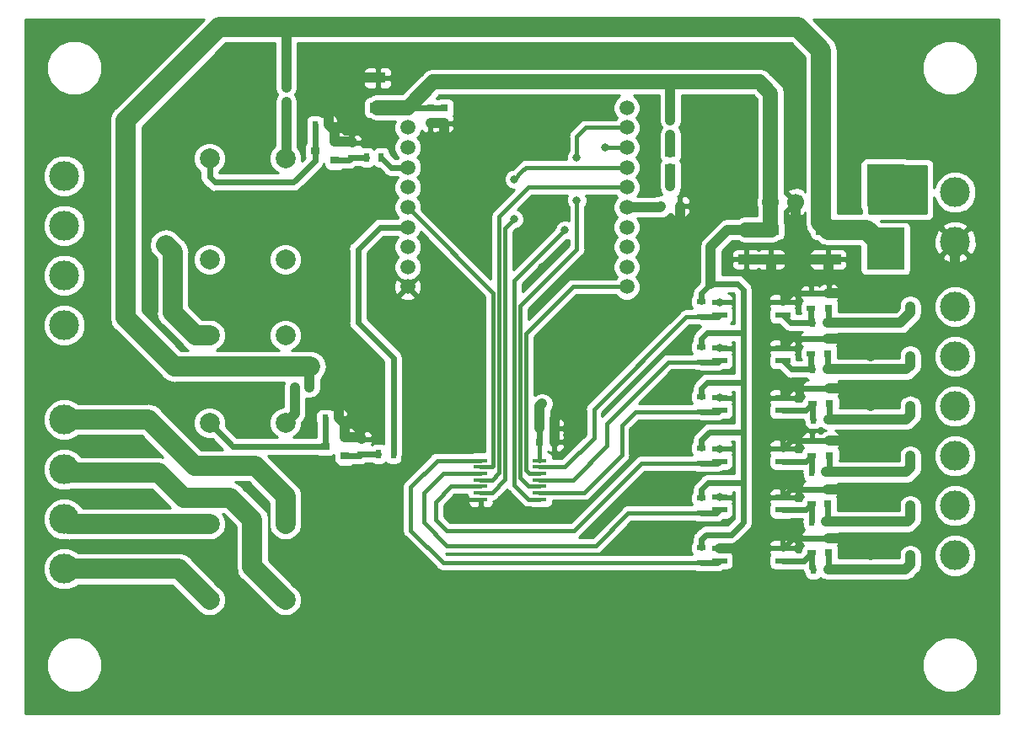
<source format=gbr>
G04 #@! TF.GenerationSoftware,KiCad,Pcbnew,(5.0.0-3-g5ebb6b6)*
G04 #@! TF.CreationDate,2018-09-16T20:50:52-07:00*
G04 #@! TF.ProjectId,controller_MK5,636F6E74726F6C6C65725F4D4B352E6B,rev?*
G04 #@! TF.SameCoordinates,Original*
G04 #@! TF.FileFunction,Copper,L1,Top,Signal*
G04 #@! TF.FilePolarity,Positive*
%FSLAX46Y46*%
G04 Gerber Fmt 4.6, Leading zero omitted, Abs format (unit mm)*
G04 Created by KiCad (PCBNEW (5.0.0-3-g5ebb6b6)) date Sunday, September 16, 2018 at 08:50:52 PM*
%MOMM*%
%LPD*%
G01*
G04 APERTURE LIST*
G04 #@! TA.AperFunction,SMDPad,CuDef*
%ADD10R,1.500000X0.600000*%
G04 #@! TD*
G04 #@! TA.AperFunction,ComponentPad*
%ADD11C,2.000000*%
G04 #@! TD*
G04 #@! TA.AperFunction,SMDPad,CuDef*
%ADD12R,3.810000X4.240000*%
G04 #@! TD*
G04 #@! TA.AperFunction,ComponentPad*
%ADD13C,1.500000*%
G04 #@! TD*
G04 #@! TA.AperFunction,SMDPad,CuDef*
%ADD14R,1.450000X0.450000*%
G04 #@! TD*
G04 #@! TA.AperFunction,SMDPad,CuDef*
%ADD15R,1.000000X0.820000*%
G04 #@! TD*
G04 #@! TA.AperFunction,SMDPad,CuDef*
%ADD16R,0.750000X0.800000*%
G04 #@! TD*
G04 #@! TA.AperFunction,SMDPad,CuDef*
%ADD17R,0.800000X0.750000*%
G04 #@! TD*
G04 #@! TA.AperFunction,SMDPad,CuDef*
%ADD18R,0.900000X0.500000*%
G04 #@! TD*
G04 #@! TA.AperFunction,SMDPad,CuDef*
%ADD19R,0.500000X0.900000*%
G04 #@! TD*
G04 #@! TA.AperFunction,ComponentPad*
%ADD20C,3.000000*%
G04 #@! TD*
G04 #@! TA.AperFunction,SMDPad,CuDef*
%ADD21R,1.600000X1.000000*%
G04 #@! TD*
G04 #@! TA.AperFunction,SMDPad,CuDef*
%ADD22R,2.500000X1.000000*%
G04 #@! TD*
G04 #@! TA.AperFunction,SMDPad,CuDef*
%ADD23R,0.600000X0.700000*%
G04 #@! TD*
G04 #@! TA.AperFunction,SMDPad,CuDef*
%ADD24R,0.800000X0.900000*%
G04 #@! TD*
G04 #@! TA.AperFunction,SMDPad,CuDef*
%ADD25R,0.900000X0.800000*%
G04 #@! TD*
G04 #@! TA.AperFunction,ComponentPad*
%ADD26C,1.700000*%
G04 #@! TD*
G04 #@! TA.AperFunction,ViaPad*
%ADD27C,0.800000*%
G04 #@! TD*
G04 #@! TA.AperFunction,Conductor*
%ADD28C,0.600000*%
G04 #@! TD*
G04 #@! TA.AperFunction,Conductor*
%ADD29C,1.000000*%
G04 #@! TD*
G04 #@! TA.AperFunction,Conductor*
%ADD30C,0.400000*%
G04 #@! TD*
G04 #@! TA.AperFunction,Conductor*
%ADD31C,1.500000*%
G04 #@! TD*
G04 #@! TA.AperFunction,Conductor*
%ADD32C,2.000000*%
G04 #@! TD*
G04 #@! TA.AperFunction,Conductor*
%ADD33C,0.254000*%
G04 #@! TD*
G04 APERTURE END LIST*
D10*
G04 #@! TO.P,U6,4*
G04 #@! TO.N,Net-(R12-Pad2)*
X126225000Y-119735000D03*
G04 #@! TO.P,U6,3*
G04 #@! TO.N,GND*
X126225000Y-118465000D03*
G04 #@! TO.P,U6,2*
X132575000Y-118465000D03*
G04 #@! TO.P,U6,1*
G04 #@! TO.N,Net-(R4-Pad1)*
X132575000Y-119735000D03*
G04 #@! TD*
G04 #@! TO.P,U5,4*
G04 #@! TO.N,Net-(R11-Pad2)*
X126225000Y-124635000D03*
G04 #@! TO.P,U5,3*
G04 #@! TO.N,GND*
X126225000Y-123365000D03*
G04 #@! TO.P,U5,2*
X132575000Y-123365000D03*
G04 #@! TO.P,U5,1*
G04 #@! TO.N,Net-(R3-Pad1)*
X132575000Y-124635000D03*
G04 #@! TD*
G04 #@! TO.P,U4,4*
G04 #@! TO.N,Net-(R10-Pad2)*
X126225000Y-129735000D03*
G04 #@! TO.P,U4,3*
G04 #@! TO.N,GND*
X126225000Y-128465000D03*
G04 #@! TO.P,U4,2*
X132575000Y-128465000D03*
G04 #@! TO.P,U4,1*
G04 #@! TO.N,Net-(R2-Pad1)*
X132575000Y-129735000D03*
G04 #@! TD*
G04 #@! TO.P,U10,4*
G04 #@! TO.N,Net-(R23-Pad2)*
X126225000Y-105035000D03*
G04 #@! TO.P,U10,3*
G04 #@! TO.N,GND*
X126225000Y-103765000D03*
G04 #@! TO.P,U10,2*
X132575000Y-103765000D03*
G04 #@! TO.P,U10,1*
G04 #@! TO.N,Net-(R15-Pad1)*
X132575000Y-105035000D03*
G04 #@! TD*
G04 #@! TO.P,U9,4*
G04 #@! TO.N,Net-(R22-Pad2)*
X126225000Y-109635000D03*
G04 #@! TO.P,U9,3*
G04 #@! TO.N,GND*
X126225000Y-108365000D03*
G04 #@! TO.P,U9,2*
X132575000Y-108365000D03*
G04 #@! TO.P,U9,1*
G04 #@! TO.N,Net-(R14-Pad1)*
X132575000Y-109635000D03*
G04 #@! TD*
G04 #@! TO.P,U8,4*
G04 #@! TO.N,Net-(R21-Pad2)*
X126225000Y-114635000D03*
G04 #@! TO.P,U8,3*
G04 #@! TO.N,GND*
X126225000Y-113365000D03*
G04 #@! TO.P,U8,2*
X132575000Y-113365000D03*
G04 #@! TO.P,U8,1*
G04 #@! TO.N,Net-(R13-Pad1)*
X132575000Y-114635000D03*
G04 #@! TD*
D11*
G04 #@! TO.P,U7,1*
G04 #@! TO.N,Net-(D2-PadA)*
X74990000Y-115890000D03*
G04 #@! TO.P,U7,3*
G04 #@! TO.N,/START_B1*
X74990000Y-126050000D03*
G04 #@! TO.P,U7,4*
G04 #@! TO.N,/START_B2*
X74990000Y-133670000D03*
G04 #@! TO.P,U7,5*
G04 #@! TO.N,/START_A2*
X82610000Y-133670000D03*
G04 #@! TO.P,U7,6*
G04 #@! TO.N,/START_A1*
X82610000Y-126050000D03*
G04 #@! TO.P,U7,8*
G04 #@! TO.N,Net-(D2-PadC)*
X82610000Y-115890000D03*
G04 #@! TD*
G04 #@! TO.P,U11,1*
G04 #@! TO.N,Net-(D11-PadA)*
X74990000Y-89290000D03*
G04 #@! TO.P,U11,3*
G04 #@! TO.N,/STOP_A1*
X74990000Y-99450000D03*
G04 #@! TO.P,U11,4*
G04 #@! TO.N,/STOP_A2*
X74990000Y-107070000D03*
G04 #@! TO.P,U11,5*
G04 #@! TO.N,/STOP_B2*
X82610000Y-107070000D03*
G04 #@! TO.P,U11,6*
G04 #@! TO.N,/STOP_B1*
X82610000Y-99450000D03*
G04 #@! TO.P,U11,8*
G04 #@! TO.N,Net-(D11-PadC)*
X82610000Y-89290000D03*
G04 #@! TD*
D12*
G04 #@! TO.P,F1,1*
G04 #@! TO.N,Net-(D1-PadA)*
X142900000Y-92010000D03*
G04 #@! TO.P,F1,2*
G04 #@! TO.N,/EXT_24V*
X142900000Y-98390000D03*
G04 #@! TD*
D13*
G04 #@! TO.P,U1,20*
G04 #@! TO.N,Net-(U1-Pad20)*
X116900000Y-84200000D03*
G04 #@! TO.P,U1,1*
G04 #@! TO.N,/SYS_3V3*
X94900000Y-84200000D03*
G04 #@! TO.P,U1,19*
G04 #@! TO.N,/IN_PULSE*
X116900000Y-86200000D03*
G04 #@! TO.P,U1,2*
G04 #@! TO.N,Net-(U1-Pad2)*
X94900000Y-86200000D03*
G04 #@! TO.P,U1,18*
G04 #@! TO.N,/IN_FAULT4*
X116900000Y-88200000D03*
G04 #@! TO.P,U1,3*
G04 #@! TO.N,Net-(U1-Pad3)*
X94900000Y-88200000D03*
G04 #@! TO.P,U1,17*
G04 #@! TO.N,/IN_FAULT3*
X116900000Y-90200000D03*
G04 #@! TO.P,U1,4*
G04 #@! TO.N,/OUT_STOP*
X94900000Y-90200000D03*
G04 #@! TO.P,U1,16*
G04 #@! TO.N,/IN_FAULT2*
X116900000Y-92200000D03*
G04 #@! TO.P,U1,5*
G04 #@! TO.N,/~XBEE_RST*
X94900000Y-92200000D03*
G04 #@! TO.P,U1,15*
G04 #@! TO.N,/XBEE_ASSO*
X116900000Y-94200000D03*
G04 #@! TO.P,U1,6*
G04 #@! TO.N,/IN_FAULT1*
X94900000Y-94200000D03*
G04 #@! TO.P,U1,14*
G04 #@! TO.N,Net-(U1-Pad14)*
X116900000Y-96200000D03*
G04 #@! TO.P,U1,7*
G04 #@! TO.N,/OUT_START*
X94900000Y-96200000D03*
G04 #@! TO.P,U1,13*
G04 #@! TO.N,Net-(U1-Pad13)*
X116900000Y-98200000D03*
G04 #@! TO.P,U1,8*
G04 #@! TO.N,Net-(U1-Pad8)*
X94900000Y-98200000D03*
G04 #@! TO.P,U1,12*
G04 #@! TO.N,Net-(U1-Pad12)*
X116900000Y-100200000D03*
G04 #@! TO.P,U1,9*
G04 #@! TO.N,Net-(U1-Pad9)*
X94900000Y-100200000D03*
G04 #@! TO.P,U1,11*
G04 #@! TO.N,/IN_BRAKE*
X116900000Y-102200000D03*
G04 #@! TO.P,U1,10*
G04 #@! TO.N,GND*
X94900000Y-102200000D03*
G04 #@! TD*
D14*
G04 #@! TO.P,U3,1*
G04 #@! TO.N,Net-(R10-Pad2)*
X102250000Y-119650000D03*
G04 #@! TO.P,U3,2*
G04 #@! TO.N,/IN_FAULT1*
X102250000Y-120300000D03*
G04 #@! TO.P,U3,3*
G04 #@! TO.N,Net-(R11-Pad2)*
X102250000Y-120950000D03*
G04 #@! TO.P,U3,4*
G04 #@! TO.N,/IN_FAULT2*
X102250000Y-121600000D03*
G04 #@! TO.P,U3,5*
G04 #@! TO.N,Net-(R12-Pad2)*
X102250000Y-122250000D03*
G04 #@! TO.P,U3,6*
G04 #@! TO.N,/IN_FAULT3*
X102250000Y-122900000D03*
G04 #@! TO.P,U3,7*
G04 #@! TO.N,GND*
X102250000Y-123550000D03*
G04 #@! TO.P,U3,8*
G04 #@! TO.N,/IN_FAULT4*
X108150000Y-123550000D03*
G04 #@! TO.P,U3,9*
G04 #@! TO.N,Net-(R21-Pad2)*
X108150000Y-122900000D03*
G04 #@! TO.P,U3,10*
G04 #@! TO.N,/IN_PULSE*
X108150000Y-122250000D03*
G04 #@! TO.P,U3,11*
G04 #@! TO.N,Net-(R22-Pad2)*
X108150000Y-121600000D03*
G04 #@! TO.P,U3,12*
G04 #@! TO.N,/IN_BRAKE*
X108150000Y-120950000D03*
G04 #@! TO.P,U3,13*
G04 #@! TO.N,Net-(R23-Pad2)*
X108150000Y-120300000D03*
G04 #@! TO.P,U3,14*
G04 #@! TO.N,/SYS_3V3*
X108150000Y-119650000D03*
G04 #@! TD*
D15*
G04 #@! TO.P,D3,1*
G04 #@! TO.N,Net-(D3-Pad1)*
X121300000Y-90300000D03*
G04 #@! TO.P,D3,2*
G04 #@! TO.N,Net-(D3-Pad2)*
X121300000Y-88700000D03*
G04 #@! TD*
D16*
G04 #@! TO.P,C2,1*
G04 #@! TO.N,/SYS_3V3*
X98600000Y-84250000D03*
G04 #@! TO.P,C2,2*
G04 #@! TO.N,GND*
X98600000Y-85750000D03*
G04 #@! TD*
G04 #@! TO.P,C3,2*
G04 #@! TO.N,GND*
X97200000Y-85750000D03*
G04 #@! TO.P,C3,1*
G04 #@! TO.N,/SYS_3V3*
X97200000Y-84250000D03*
G04 #@! TD*
G04 #@! TO.P,C6,1*
G04 #@! TO.N,/EXT_FAULT1*
X137200000Y-128950000D03*
G04 #@! TO.P,C6,2*
G04 #@! TO.N,GND*
X137200000Y-127450000D03*
G04 #@! TD*
G04 #@! TO.P,C7,2*
G04 #@! TO.N,GND*
X137100000Y-122550000D03*
G04 #@! TO.P,C7,1*
G04 #@! TO.N,/EXT_FAULT2*
X137100000Y-124050000D03*
G04 #@! TD*
G04 #@! TO.P,C8,2*
G04 #@! TO.N,GND*
X137300000Y-117650000D03*
G04 #@! TO.P,C8,1*
G04 #@! TO.N,/EXT_FAULT3*
X137300000Y-119150000D03*
G04 #@! TD*
D17*
G04 #@! TO.P,C9,1*
G04 #@! TO.N,/SYS_3V3*
X108150000Y-116400000D03*
G04 #@! TO.P,C9,2*
G04 #@! TO.N,GND*
X109650000Y-116400000D03*
G04 #@! TD*
G04 #@! TO.P,C10,2*
G04 #@! TO.N,GND*
X109650000Y-117800000D03*
G04 #@! TO.P,C10,1*
G04 #@! TO.N,/SYS_3V3*
X108150000Y-117800000D03*
G04 #@! TD*
D16*
G04 #@! TO.P,C11,2*
G04 #@! TO.N,GND*
X137300000Y-112450000D03*
G04 #@! TO.P,C11,1*
G04 #@! TO.N,/EXT_FAULT4*
X137300000Y-113950000D03*
G04 #@! TD*
G04 #@! TO.P,C12,1*
G04 #@! TO.N,/EXT_PULSE*
X137100000Y-108950000D03*
G04 #@! TO.P,C12,2*
G04 #@! TO.N,GND*
X137100000Y-107450000D03*
G04 #@! TD*
G04 #@! TO.P,C13,1*
G04 #@! TO.N,/EXT_BRAKE*
X137200000Y-104350000D03*
G04 #@! TO.P,C13,2*
G04 #@! TO.N,GND*
X137200000Y-102850000D03*
G04 #@! TD*
D18*
G04 #@! TO.P,R1,1*
G04 #@! TO.N,/SYS_3V3*
X121300000Y-85450000D03*
G04 #@! TO.P,R1,2*
G04 #@! TO.N,Net-(D3-Pad2)*
X121300000Y-86950000D03*
G04 #@! TD*
D19*
G04 #@! TO.P,R2,2*
G04 #@! TO.N,/EXT_FAULT1*
X137150000Y-130600000D03*
G04 #@! TO.P,R2,1*
G04 #@! TO.N,Net-(R2-Pad1)*
X135650000Y-130600000D03*
G04 #@! TD*
G04 #@! TO.P,R3,2*
G04 #@! TO.N,/EXT_FAULT2*
X136950000Y-125800000D03*
G04 #@! TO.P,R3,1*
G04 #@! TO.N,Net-(R3-Pad1)*
X135450000Y-125800000D03*
G04 #@! TD*
G04 #@! TO.P,R4,1*
G04 #@! TO.N,Net-(R4-Pad1)*
X135450000Y-120800000D03*
G04 #@! TO.P,R4,2*
G04 #@! TO.N,/EXT_FAULT3*
X136950000Y-120800000D03*
G04 #@! TD*
D18*
G04 #@! TO.P,R5,1*
G04 #@! TO.N,GND*
X135500000Y-127450000D03*
G04 #@! TO.P,R5,2*
G04 #@! TO.N,Net-(R2-Pad1)*
X135500000Y-128950000D03*
G04 #@! TD*
G04 #@! TO.P,R6,1*
G04 #@! TO.N,GND*
X135500000Y-122550000D03*
G04 #@! TO.P,R6,2*
G04 #@! TO.N,Net-(R3-Pad1)*
X135500000Y-124050000D03*
G04 #@! TD*
G04 #@! TO.P,R7,2*
G04 #@! TO.N,Net-(R4-Pad1)*
X135500000Y-119150000D03*
G04 #@! TO.P,R7,1*
G04 #@! TO.N,GND*
X135500000Y-117650000D03*
G04 #@! TD*
D19*
G04 #@! TO.P,R8,2*
G04 #@! TO.N,Net-(Q2-PadG)*
X91950000Y-119000000D03*
G04 #@! TO.P,R8,1*
G04 #@! TO.N,/OUT_START*
X93450000Y-119000000D03*
G04 #@! TD*
G04 #@! TO.P,R9,2*
G04 #@! TO.N,/EXT_24V*
X85050000Y-112300000D03*
G04 #@! TO.P,R9,1*
G04 #@! TO.N,Net-(D2-PadC)*
X83550000Y-112300000D03*
G04 #@! TD*
D18*
G04 #@! TO.P,R10,1*
G04 #@! TO.N,/SYS_3V3*
X124400000Y-128450000D03*
G04 #@! TO.P,R10,2*
G04 #@! TO.N,Net-(R10-Pad2)*
X124400000Y-129950000D03*
G04 #@! TD*
G04 #@! TO.P,R11,1*
G04 #@! TO.N,/SYS_3V3*
X124400000Y-123450000D03*
G04 #@! TO.P,R11,2*
G04 #@! TO.N,Net-(R11-Pad2)*
X124400000Y-124950000D03*
G04 #@! TD*
G04 #@! TO.P,R12,1*
G04 #@! TO.N,/SYS_3V3*
X124400000Y-118450000D03*
G04 #@! TO.P,R12,2*
G04 #@! TO.N,Net-(R12-Pad2)*
X124400000Y-119950000D03*
G04 #@! TD*
D19*
G04 #@! TO.P,R13,2*
G04 #@! TO.N,/EXT_FAULT4*
X137150000Y-115500000D03*
G04 #@! TO.P,R13,1*
G04 #@! TO.N,Net-(R13-Pad1)*
X135650000Y-115500000D03*
G04 #@! TD*
G04 #@! TO.P,R14,1*
G04 #@! TO.N,Net-(R14-Pad1)*
X135550000Y-110500000D03*
G04 #@! TO.P,R14,2*
G04 #@! TO.N,/EXT_PULSE*
X137050000Y-110500000D03*
G04 #@! TD*
G04 #@! TO.P,R15,1*
G04 #@! TO.N,Net-(R15-Pad1)*
X135550000Y-105800000D03*
G04 #@! TO.P,R15,2*
G04 #@! TO.N,/EXT_BRAKE*
X137050000Y-105800000D03*
G04 #@! TD*
D18*
G04 #@! TO.P,R16,1*
G04 #@! TO.N,GND*
X135600000Y-112450000D03*
G04 #@! TO.P,R16,2*
G04 #@! TO.N,Net-(R13-Pad1)*
X135600000Y-113950000D03*
G04 #@! TD*
G04 #@! TO.P,R17,2*
G04 #@! TO.N,Net-(R14-Pad1)*
X135400000Y-108950000D03*
G04 #@! TO.P,R17,1*
G04 #@! TO.N,GND*
X135400000Y-107450000D03*
G04 #@! TD*
G04 #@! TO.P,R18,2*
G04 #@! TO.N,Net-(R15-Pad1)*
X135400000Y-104350000D03*
G04 #@! TO.P,R18,1*
G04 #@! TO.N,GND*
X135400000Y-102850000D03*
G04 #@! TD*
G04 #@! TO.P,R20,1*
G04 #@! TO.N,Net-(D11-PadC)*
X82700000Y-83650000D03*
G04 #@! TO.P,R20,2*
G04 #@! TO.N,/EXT_24V*
X82700000Y-82150000D03*
G04 #@! TD*
G04 #@! TO.P,R21,2*
G04 #@! TO.N,Net-(R21-Pad2)*
X124400000Y-114750000D03*
G04 #@! TO.P,R21,1*
G04 #@! TO.N,/SYS_3V3*
X124400000Y-113250000D03*
G04 #@! TD*
G04 #@! TO.P,R22,1*
G04 #@! TO.N,/SYS_3V3*
X124400000Y-108250000D03*
G04 #@! TO.P,R22,2*
G04 #@! TO.N,Net-(R22-Pad2)*
X124400000Y-109750000D03*
G04 #@! TD*
G04 #@! TO.P,R23,2*
G04 #@! TO.N,Net-(R23-Pad2)*
X124400000Y-105200000D03*
G04 #@! TO.P,R23,1*
G04 #@! TO.N,/SYS_3V3*
X124400000Y-103700000D03*
G04 #@! TD*
G04 #@! TO.P,R24,2*
G04 #@! TO.N,GND*
X90300000Y-117500000D03*
G04 #@! TO.P,R24,1*
G04 #@! TO.N,Net-(Q2-PadG)*
X90300000Y-119000000D03*
G04 #@! TD*
G04 #@! TO.P,R27,2*
G04 #@! TO.N,GND*
X89300000Y-87700000D03*
G04 #@! TO.P,R27,1*
G04 #@! TO.N,Net-(Q3-PadG)*
X89300000Y-89200000D03*
G04 #@! TD*
D20*
G04 #@! TO.P,J1,1*
G04 #@! TO.N,Net-(D1-PadA)*
X149900000Y-92700000D03*
G04 #@! TO.P,J1,2*
G04 #@! TO.N,GND*
X149900000Y-97700000D03*
G04 #@! TD*
G04 #@! TO.P,J4,1*
G04 #@! TO.N,/STOP_A1*
X60400000Y-91050000D03*
G04 #@! TO.P,J4,2*
G04 #@! TO.N,/STOP_A2*
X60400000Y-96050000D03*
G04 #@! TO.P,J4,3*
G04 #@! TO.N,/STOP_B1*
X60400000Y-101050000D03*
G04 #@! TO.P,J4,4*
G04 #@! TO.N,/STOP_B2*
X60400000Y-106050000D03*
G04 #@! TD*
G04 #@! TO.P,J5,4*
G04 #@! TO.N,/START_B2*
X60400000Y-130550000D03*
G04 #@! TO.P,J5,3*
G04 #@! TO.N,/START_B1*
X60400000Y-125550000D03*
G04 #@! TO.P,J5,2*
G04 #@! TO.N,/START_A2*
X60400000Y-120550000D03*
G04 #@! TO.P,J5,1*
G04 #@! TO.N,/START_A1*
X60400000Y-115550000D03*
G04 #@! TD*
G04 #@! TO.P,J6,6*
G04 #@! TO.N,/EXT_BRAKE*
X149900000Y-104200000D03*
G04 #@! TO.P,J6,5*
G04 #@! TO.N,/EXT_PULSE*
X149900000Y-109200000D03*
G04 #@! TO.P,J6,4*
G04 #@! TO.N,/EXT_FAULT4*
X149900000Y-114200000D03*
G04 #@! TO.P,J6,3*
G04 #@! TO.N,/EXT_FAULT3*
X149900000Y-119200000D03*
G04 #@! TO.P,J6,2*
G04 #@! TO.N,/EXT_FAULT2*
X149900000Y-124200000D03*
G04 #@! TO.P,J6,1*
G04 #@! TO.N,/EXT_FAULT1*
X149900000Y-129200000D03*
G04 #@! TD*
D19*
G04 #@! TO.P,R29,2*
G04 #@! TO.N,Net-(Q3-PadG)*
X90750000Y-89200000D03*
G04 #@! TO.P,R29,1*
G04 #@! TO.N,/OUT_STOP*
X92250000Y-89200000D03*
G04 #@! TD*
D21*
G04 #@! TO.P,C1,2*
G04 #@! TO.N,GND*
X131400000Y-99450000D03*
G04 #@! TO.P,C1,1*
G04 #@! TO.N,/SYS_3V3*
X131400000Y-96450000D03*
G04 #@! TD*
D22*
G04 #@! TO.P,C4,2*
G04 #@! TO.N,GND*
X137150000Y-99450000D03*
G04 #@! TO.P,C4,1*
G04 #@! TO.N,/EXT_24V*
X137150000Y-96450000D03*
G04 #@! TD*
D21*
G04 #@! TO.P,C5,1*
G04 #@! TO.N,/SYS_3V3*
X91900000Y-84200000D03*
G04 #@! TO.P,C5,2*
G04 #@! TO.N,GND*
X91900000Y-81200000D03*
G04 #@! TD*
G04 #@! TO.P,C14,2*
G04 #@! TO.N,GND*
X128900000Y-99450000D03*
G04 #@! TO.P,C14,1*
G04 #@! TO.N,/SYS_3V3*
X128900000Y-96450000D03*
G04 #@! TD*
D23*
G04 #@! TO.P,D7,1*
G04 #@! TO.N,Net-(D2-PadA)*
X86600000Y-115400000D03*
G04 #@! TO.P,D7,2*
G04 #@! TO.N,GND*
X88000000Y-115400000D03*
G04 #@! TD*
G04 #@! TO.P,D12,2*
G04 #@! TO.N,GND*
X87000000Y-85900000D03*
G04 #@! TO.P,D12,1*
G04 #@! TO.N,Net-(D11-PadA)*
X85600000Y-85900000D03*
G04 #@! TD*
D24*
G04 #@! TO.P,Q1,G*
G04 #@! TO.N,/XBEE_ASSO*
X120350000Y-94100000D03*
G04 #@! TO.P,Q1,S*
G04 #@! TO.N,GND*
X122250000Y-94100000D03*
G04 #@! TO.P,Q1,D*
G04 #@! TO.N,Net-(D3-Pad1)*
X121300000Y-92100000D03*
G04 #@! TD*
D25*
G04 #@! TO.P,Q2,D*
G04 #@! TO.N,Net-(D2-PadA)*
X86600000Y-118250000D03*
G04 #@! TO.P,Q2,S*
G04 #@! TO.N,GND*
X88600000Y-117300000D03*
G04 #@! TO.P,Q2,G*
G04 #@! TO.N,Net-(Q2-PadG)*
X88600000Y-119200000D03*
G04 #@! TD*
G04 #@! TO.P,Q3,D*
G04 #@! TO.N,Net-(D11-PadA)*
X85600000Y-88550000D03*
G04 #@! TO.P,Q3,S*
G04 #@! TO.N,GND*
X87600000Y-87600000D03*
G04 #@! TO.P,Q3,G*
G04 #@! TO.N,Net-(Q3-PadG)*
X87600000Y-89500000D03*
G04 #@! TD*
D26*
G04 #@! TO.P,U2,1*
G04 #@! TO.N,/EXT_24V*
X136440000Y-93700000D03*
G04 #@! TO.P,U2,2*
G04 #@! TO.N,GND*
X133900000Y-93700000D03*
G04 #@! TO.P,U2,3*
G04 #@! TO.N,/SYS_3V3*
X131360000Y-93700000D03*
G04 #@! TD*
D27*
G04 #@! TO.N,GND*
X141400000Y-129200000D03*
X141400000Y-124200000D03*
X141400000Y-119200000D03*
X141400000Y-114200000D03*
X141400000Y-109200000D03*
X141400000Y-104200000D03*
X130400000Y-123450000D03*
X126225000Y-123365000D03*
X126225000Y-118465000D03*
X130400000Y-118450000D03*
X126225000Y-113365000D03*
X130400000Y-113450000D03*
X126225000Y-108365000D03*
X130400000Y-108450000D03*
X126225000Y-103765000D03*
X130400000Y-103700000D03*
X123900000Y-97200000D03*
X88000000Y-93100000D03*
X87600000Y-87600000D03*
X88000000Y-102200000D03*
X99650000Y-124450000D03*
X90300000Y-117500000D03*
X109650000Y-117800000D03*
X111400000Y-105450000D03*
X98650000Y-95200000D03*
X89400000Y-139200000D03*
X94400000Y-139200000D03*
X103400000Y-139200000D03*
X112400000Y-139200000D03*
X119400000Y-139200000D03*
X125400000Y-139200000D03*
X132400000Y-139200000D03*
X138400000Y-139200000D03*
X143400000Y-139200000D03*
X113400000Y-98200000D03*
X113400000Y-100200000D03*
X108400000Y-94200000D03*
X107400000Y-97200000D03*
X108400000Y-100200000D03*
X119400000Y-87200000D03*
X120400000Y-123200000D03*
X120400000Y-128200000D03*
X120400000Y-118200000D03*
X120400000Y-113200000D03*
X122400000Y-108200000D03*
G04 #@! TO.N,/SYS_3V3*
X108400000Y-113950000D03*
G04 #@! TO.N,/EXT_FAULT1*
X145400000Y-129200000D03*
G04 #@! TO.N,/EXT_FAULT2*
X145400000Y-124200000D03*
G04 #@! TO.N,/EXT_FAULT3*
X145400000Y-119200000D03*
G04 #@! TO.N,/EXT_FAULT4*
X145400000Y-114200000D03*
G04 #@! TO.N,/EXT_PULSE*
X145400000Y-109200000D03*
G04 #@! TO.N,/EXT_BRAKE*
X145400000Y-104200000D03*
G04 #@! TO.N,/STOP_A2*
X70600000Y-98000000D03*
G04 #@! TO.N,/IN_PULSE*
X111900000Y-93500000D03*
X111900000Y-89200000D03*
G04 #@! TO.N,/IN_FAULT4*
X110700000Y-96500000D03*
X114700000Y-88200000D03*
G04 #@! TO.N,/IN_FAULT3*
X105600000Y-95400000D03*
X105600000Y-91400000D03*
G04 #@! TO.N,Net-(D1-PadA)*
X145400000Y-93200000D03*
X142900000Y-92010000D03*
X141900000Y-90950000D03*
X143900000Y-90950000D03*
X143900000Y-93200000D03*
X141900000Y-93200000D03*
X146400000Y-92450000D03*
G04 #@! TD*
D28*
G04 #@! TO.N,GND*
X133590000Y-127450000D02*
X132575000Y-128465000D01*
X135500000Y-127450000D02*
X133590000Y-127450000D01*
X135500000Y-127450000D02*
X137200000Y-127450000D01*
D29*
X137200000Y-127450000D02*
X141250000Y-127450000D01*
X141400000Y-127600000D02*
X141400000Y-129200000D01*
X141250000Y-127450000D02*
X141400000Y-127600000D01*
D28*
X133390000Y-122550000D02*
X132575000Y-123365000D01*
X135500000Y-122550000D02*
X133390000Y-122550000D01*
X135500000Y-122550000D02*
X137100000Y-122550000D01*
D29*
X137100000Y-122550000D02*
X141050000Y-122550000D01*
X141400000Y-122900000D02*
X141400000Y-124200000D01*
X141050000Y-122550000D02*
X141400000Y-122900000D01*
D28*
X133390000Y-117650000D02*
X132575000Y-118465000D01*
X135500000Y-117650000D02*
X133390000Y-117650000D01*
X135500000Y-117650000D02*
X137300000Y-117650000D01*
D29*
X137300000Y-117650000D02*
X141050000Y-117650000D01*
X141400000Y-118000000D02*
X141400000Y-119200000D01*
X141050000Y-117650000D02*
X141400000Y-118000000D01*
D28*
X133490000Y-112450000D02*
X132575000Y-113365000D01*
X135600000Y-112450000D02*
X133490000Y-112450000D01*
X135600000Y-112450000D02*
X137300000Y-112450000D01*
D29*
X141400000Y-113200000D02*
X141400000Y-114200000D01*
X137300000Y-112450000D02*
X138675000Y-112450000D01*
X138675000Y-112450000D02*
X138725000Y-112500000D01*
X138725000Y-112500000D02*
X140700000Y-112500000D01*
X140700000Y-112500000D02*
X141400000Y-113200000D01*
D28*
X133490000Y-107450000D02*
X132575000Y-108365000D01*
X135400000Y-107450000D02*
X133490000Y-107450000D01*
X135400000Y-107450000D02*
X137100000Y-107450000D01*
D29*
X137100000Y-107450000D02*
X141250000Y-107450000D01*
X141400000Y-107600000D02*
X141400000Y-109200000D01*
X141250000Y-107450000D02*
X141400000Y-107600000D01*
D28*
X133490000Y-102850000D02*
X132575000Y-103765000D01*
X135400000Y-102850000D02*
X133490000Y-102850000D01*
X135400000Y-102850000D02*
X137200000Y-102850000D01*
D29*
X137200000Y-102850000D02*
X140850000Y-102850000D01*
X141400000Y-103400000D02*
X141400000Y-104200000D01*
X140850000Y-102850000D02*
X141400000Y-103400000D01*
X87000000Y-85900000D02*
X87000000Y-83000000D01*
X88800000Y-81200000D02*
X91900000Y-81200000D01*
X87000000Y-83000000D02*
X88800000Y-81200000D01*
X87600000Y-86500000D02*
X87000000Y-85900000D01*
X87600000Y-87600000D02*
X87600000Y-86500000D01*
X89200000Y-87600000D02*
X89300000Y-87700000D01*
X87600000Y-87600000D02*
X89200000Y-87600000D01*
X97200000Y-85750000D02*
X98600000Y-85750000D01*
X88600000Y-116000000D02*
X88000000Y-115400000D01*
X88600000Y-117300000D02*
X88600000Y-116000000D01*
X90100000Y-117300000D02*
X90300000Y-117500000D01*
X88600000Y-117300000D02*
X90100000Y-117300000D01*
X109650000Y-117800000D02*
X109650000Y-116400000D01*
X128900000Y-99450000D02*
X131400000Y-99450000D01*
X133900000Y-93700000D02*
X133900000Y-99100000D01*
X133550000Y-99450000D02*
X131400000Y-99450000D01*
X133900000Y-99100000D02*
X133550000Y-99450000D01*
X134250000Y-99450000D02*
X137150000Y-99450000D01*
X133900000Y-99100000D02*
X134250000Y-99450000D01*
X137150000Y-100950000D02*
X137650000Y-101450000D01*
X137150000Y-99450000D02*
X137150000Y-100950000D01*
X137650000Y-101450000D02*
X148650000Y-101450000D01*
X149900000Y-100200000D02*
X149900000Y-97700000D01*
X148650000Y-101450000D02*
X149900000Y-100200000D01*
X129385000Y-128465000D02*
X126225000Y-128465000D01*
X131400000Y-99450000D02*
X131400000Y-100950000D01*
X130400000Y-127450000D02*
X129385000Y-128465000D01*
X131400000Y-100950000D02*
X130400000Y-101950000D01*
X130400000Y-123450000D02*
X130400000Y-127450000D01*
X130400000Y-118450000D02*
X130400000Y-123450000D01*
X130400000Y-113450000D02*
X130400000Y-118450000D01*
X130400000Y-108450000D02*
X130400000Y-113450000D01*
X130400000Y-101950000D02*
X130400000Y-103700000D01*
X130400000Y-103700000D02*
X130400000Y-108450000D01*
X122250000Y-97200000D02*
X123900000Y-97200000D01*
X122250000Y-97200000D02*
X122250000Y-94100000D01*
X88000000Y-102200000D02*
X88000000Y-93100000D01*
X88000000Y-115400000D02*
X88000000Y-102200000D01*
D30*
X100550000Y-123550000D02*
X99650000Y-124450000D01*
X102250000Y-123550000D02*
X100550000Y-123550000D01*
D29*
X122250000Y-102850000D02*
X122250000Y-97200000D01*
X109650000Y-116400000D02*
X109650000Y-115450000D01*
X119650000Y-105450000D02*
X111400000Y-105450000D01*
X109650000Y-115450000D02*
X119650000Y-105450000D01*
X119650000Y-105450000D02*
X122250000Y-102850000D01*
X98600000Y-95150000D02*
X98650000Y-95200000D01*
X98600000Y-85750000D02*
X98600000Y-95150000D01*
D28*
G04 #@! TO.N,/SYS_3V3*
X108150000Y-116400000D02*
X108150000Y-117800000D01*
D30*
X108150000Y-119650000D02*
X108150000Y-117800000D01*
D28*
X97150000Y-84200000D02*
X97200000Y-84250000D01*
X94900000Y-84200000D02*
X97150000Y-84200000D01*
X98600000Y-84250000D02*
X97200000Y-84250000D01*
X124400000Y-102850000D02*
X125350000Y-101900000D01*
X124400000Y-103700000D02*
X124400000Y-102850000D01*
X125350000Y-101900000D02*
X128000000Y-101900000D01*
X128000000Y-101900000D02*
X128600000Y-102500000D01*
X128600000Y-125900000D02*
X127400000Y-127100000D01*
X127400000Y-127100000D02*
X124900000Y-127100000D01*
X124400000Y-127600000D02*
X124400000Y-128450000D01*
X124900000Y-127100000D02*
X124400000Y-127600000D01*
X124400000Y-122600000D02*
X125100000Y-121900000D01*
X124400000Y-123450000D02*
X124400000Y-122600000D01*
X125100000Y-121900000D02*
X128600000Y-121900000D01*
X128600000Y-121900000D02*
X128600000Y-125900000D01*
X124400000Y-117600000D02*
X125200000Y-116800000D01*
X124400000Y-118450000D02*
X124400000Y-117600000D01*
X125200000Y-116800000D02*
X128600000Y-116800000D01*
X128600000Y-116800000D02*
X128600000Y-121900000D01*
X125000000Y-111800000D02*
X128600000Y-111800000D01*
X124400000Y-112400000D02*
X125000000Y-111800000D01*
X124400000Y-113250000D02*
X124400000Y-112400000D01*
X128600000Y-111800000D02*
X128600000Y-116800000D01*
X125000000Y-106800000D02*
X128600000Y-106800000D01*
X124400000Y-107400000D02*
X125000000Y-106800000D01*
X124400000Y-108250000D02*
X124400000Y-107400000D01*
X128600000Y-102500000D02*
X128600000Y-106800000D01*
X128600000Y-106800000D02*
X128600000Y-111800000D01*
D29*
X128900000Y-96450000D02*
X127050000Y-96450000D01*
X125350000Y-98150000D02*
X125350000Y-101900000D01*
X127050000Y-96450000D02*
X125350000Y-98150000D01*
D31*
X128900000Y-96450000D02*
X131400000Y-96450000D01*
X131360000Y-96410000D02*
X131400000Y-96450000D01*
X131360000Y-93700000D02*
X131360000Y-96410000D01*
X131360000Y-82760000D02*
X131360000Y-93700000D01*
X130200000Y-81600000D02*
X131360000Y-82760000D01*
X94900000Y-84200000D02*
X97500000Y-81600000D01*
X94900000Y-84200000D02*
X91900000Y-84200000D01*
D29*
X121300000Y-85450000D02*
X121300000Y-81700000D01*
X121300000Y-81700000D02*
X121400000Y-81600000D01*
D31*
X121400000Y-81600000D02*
X130200000Y-81600000D01*
X97500000Y-81600000D02*
X121400000Y-81600000D01*
D29*
X108150000Y-114200000D02*
X108400000Y-113950000D01*
X108150000Y-116400000D02*
X108150000Y-114200000D01*
D32*
G04 #@! TO.N,/EXT_24V*
X136440000Y-93700000D02*
X136440000Y-78440000D01*
X136440000Y-78440000D02*
X134100000Y-76100000D01*
D29*
X85050000Y-110250000D02*
X85100000Y-110200000D01*
X85050000Y-112300000D02*
X85050000Y-110250000D01*
X82700000Y-76200000D02*
X82800000Y-76100000D01*
X82700000Y-82150000D02*
X82700000Y-76200000D01*
D32*
X134100000Y-76100000D02*
X82800000Y-76100000D01*
X71500000Y-110200000D02*
X85100000Y-110200000D01*
X82800000Y-76100000D02*
X76000000Y-76100000D01*
X76000000Y-76100000D02*
X66600000Y-85500000D01*
X66600000Y-105300000D02*
X71500000Y-110200000D01*
X66600000Y-85500000D02*
X66600000Y-105300000D01*
X140960000Y-96450000D02*
X142900000Y-98390000D01*
X137150000Y-96450000D02*
X140960000Y-96450000D01*
X136440000Y-95740000D02*
X137150000Y-96450000D01*
X136440000Y-93700000D02*
X136440000Y-95740000D01*
D28*
G04 #@! TO.N,/EXT_FAULT1*
X137200000Y-130550000D02*
X137150000Y-130600000D01*
X137200000Y-128950000D02*
X137200000Y-130550000D01*
D29*
X137150000Y-130600000D02*
X144900000Y-130600000D01*
X145400000Y-130100000D02*
X145400000Y-129200000D01*
X144900000Y-130600000D02*
X145400000Y-130100000D01*
D28*
G04 #@! TO.N,/EXT_FAULT2*
X137100000Y-125650000D02*
X136950000Y-125800000D01*
X137100000Y-124050000D02*
X137100000Y-125650000D01*
D29*
X136950000Y-125800000D02*
X145100000Y-125800000D01*
X145400000Y-125500000D02*
X145400000Y-124200000D01*
X145100000Y-125800000D02*
X145400000Y-125500000D01*
D28*
G04 #@! TO.N,/EXT_FAULT3*
X137300000Y-120450000D02*
X136950000Y-120800000D01*
X137300000Y-119150000D02*
X137300000Y-120450000D01*
D29*
X136950000Y-120800000D02*
X145000000Y-120800000D01*
X145400000Y-120400000D02*
X145400000Y-119200000D01*
X145000000Y-120800000D02*
X145400000Y-120400000D01*
D28*
G04 #@! TO.N,/EXT_FAULT4*
X137300000Y-115350000D02*
X137150000Y-115500000D01*
X137300000Y-113950000D02*
X137300000Y-115350000D01*
D29*
X137150000Y-115500000D02*
X145000000Y-115500000D01*
X145400000Y-115100000D02*
X145400000Y-114200000D01*
X145000000Y-115500000D02*
X145400000Y-115100000D01*
D28*
G04 #@! TO.N,/EXT_PULSE*
X137100000Y-110450000D02*
X137050000Y-110500000D01*
X137100000Y-108950000D02*
X137100000Y-110450000D01*
D29*
X137050000Y-110500000D02*
X145000000Y-110500000D01*
X145400000Y-110100000D02*
X145400000Y-109200000D01*
X145000000Y-110500000D02*
X145400000Y-110100000D01*
D28*
G04 #@! TO.N,/EXT_BRAKE*
X137200000Y-105650000D02*
X137050000Y-105800000D01*
X137200000Y-104350000D02*
X137200000Y-105650000D01*
D29*
X137050000Y-105800000D02*
X144400000Y-105800000D01*
X145400000Y-104800000D02*
X145400000Y-104200000D01*
X144400000Y-105800000D02*
X145400000Y-104800000D01*
G04 #@! TO.N,Net-(D3-Pad1)*
X121300000Y-90300000D02*
X121300000Y-92100000D01*
G04 #@! TO.N,Net-(D3-Pad2)*
X121300000Y-86950000D02*
X121300000Y-88700000D01*
D32*
G04 #@! TO.N,/STOP_A2*
X70600000Y-98000000D02*
X71300000Y-98700000D01*
X71300000Y-98700000D02*
X71300000Y-104800000D01*
X73570000Y-107070000D02*
X74990000Y-107070000D01*
X71300000Y-104800000D02*
X73570000Y-107070000D01*
G04 #@! TO.N,/START_A1*
X82610000Y-123210000D02*
X82610000Y-126050000D01*
X60400000Y-115550000D02*
X68850000Y-115550000D01*
X68850000Y-115550000D02*
X73500000Y-120200000D01*
X79600000Y-120200000D02*
X82610000Y-123210000D01*
X73500000Y-120200000D02*
X79600000Y-120200000D01*
G04 #@! TO.N,/START_A2*
X79300000Y-125600000D02*
X79300000Y-130360000D01*
X60400000Y-120550000D02*
X60750000Y-120900000D01*
X79300000Y-130360000D02*
X82610000Y-133670000D01*
X77100000Y-123400000D02*
X79300000Y-125600000D01*
X60750000Y-120900000D02*
X69888717Y-120900000D01*
X69888717Y-120900000D02*
X72388717Y-123400000D01*
X72388717Y-123400000D02*
X77100000Y-123400000D01*
G04 #@! TO.N,/START_B1*
X60900000Y-126050000D02*
X74990000Y-126050000D01*
X60400000Y-125550000D02*
X60900000Y-126050000D01*
G04 #@! TO.N,/START_B2*
X71870000Y-130550000D02*
X74990000Y-133670000D01*
X60400000Y-130550000D02*
X71870000Y-130550000D01*
D29*
G04 #@! TO.N,/XBEE_ASSO*
X120250000Y-94200000D02*
X120350000Y-94100000D01*
X116900000Y-94200000D02*
X120250000Y-94200000D01*
D28*
G04 #@! TO.N,/OUT_START*
X93450000Y-119000000D02*
X93450000Y-109350000D01*
X93450000Y-109350000D02*
X89900000Y-105800000D01*
X89900000Y-105800000D02*
X89900000Y-98400000D01*
X92100000Y-96200000D02*
X94900000Y-96200000D01*
X89900000Y-98400000D02*
X92100000Y-96200000D01*
G04 #@! TO.N,/OUT_STOP*
X93250000Y-90200000D02*
X92250000Y-89200000D01*
X94900000Y-90200000D02*
X93250000Y-90200000D01*
G04 #@! TO.N,Net-(R2-Pad1)*
X134715000Y-129735000D02*
X135500000Y-128950000D01*
X132575000Y-129735000D02*
X134715000Y-129735000D01*
X135500000Y-130450000D02*
X135650000Y-130600000D01*
X135500000Y-128950000D02*
X135500000Y-130450000D01*
G04 #@! TO.N,Net-(R3-Pad1)*
X135500000Y-125750000D02*
X135450000Y-125800000D01*
X135500000Y-124050000D02*
X135500000Y-125750000D01*
X134915000Y-124635000D02*
X135500000Y-124050000D01*
X132575000Y-124635000D02*
X134915000Y-124635000D01*
G04 #@! TO.N,Net-(R4-Pad1)*
X135500000Y-120750000D02*
X135450000Y-120800000D01*
X135500000Y-119150000D02*
X135500000Y-120750000D01*
X134915000Y-119735000D02*
X135500000Y-119150000D01*
X132575000Y-119735000D02*
X134915000Y-119735000D01*
D30*
G04 #@! TO.N,Net-(R10-Pad2)*
X102250000Y-119650000D02*
X97850000Y-119650000D01*
X97850000Y-119650000D02*
X95200000Y-122300000D01*
X95200000Y-122300000D02*
X95200000Y-126700000D01*
X98450000Y-129950000D02*
X124400000Y-129950000D01*
X95200000Y-126700000D02*
X98450000Y-129950000D01*
D28*
X126010000Y-129950000D02*
X126225000Y-129735000D01*
X124400000Y-129950000D02*
X126010000Y-129950000D01*
D30*
G04 #@! TO.N,Net-(R11-Pad2)*
X102250000Y-120950000D02*
X98450000Y-120950000D01*
X98450000Y-120950000D02*
X96500000Y-122900000D01*
X96500000Y-122900000D02*
X96500000Y-125900000D01*
X96500000Y-125900000D02*
X98800000Y-128200000D01*
X98800000Y-128200000D02*
X113800000Y-128200000D01*
X117050000Y-124950000D02*
X124400000Y-124950000D01*
X113800000Y-128200000D02*
X117050000Y-124950000D01*
D28*
X125910000Y-124950000D02*
X126225000Y-124635000D01*
X124400000Y-124950000D02*
X125910000Y-124950000D01*
D30*
G04 #@! TO.N,Net-(R12-Pad2)*
X102250000Y-122250000D02*
X99250000Y-122250000D01*
X99250000Y-122250000D02*
X97700000Y-123800000D01*
X97700000Y-123800000D02*
X97700000Y-125600000D01*
X97700000Y-125600000D02*
X98800000Y-126700000D01*
X98800000Y-126700000D02*
X111600000Y-126700000D01*
X118350000Y-119950000D02*
X124400000Y-119950000D01*
X111600000Y-126700000D02*
X118350000Y-119950000D01*
D28*
X126010000Y-119950000D02*
X126225000Y-119735000D01*
X124400000Y-119950000D02*
X126010000Y-119950000D01*
G04 #@! TO.N,Net-(R13-Pad1)*
X135600000Y-115450000D02*
X135650000Y-115500000D01*
X135600000Y-113950000D02*
X135600000Y-115450000D01*
X134915000Y-114635000D02*
X135600000Y-113950000D01*
X132575000Y-114635000D02*
X134915000Y-114635000D01*
G04 #@! TO.N,Net-(R14-Pad1)*
X135400000Y-110350000D02*
X135550000Y-110500000D01*
X135400000Y-108950000D02*
X135400000Y-110350000D01*
X133440000Y-110500000D02*
X132575000Y-109635000D01*
X135550000Y-110500000D02*
X133440000Y-110500000D01*
G04 #@! TO.N,Net-(R15-Pad1)*
X135400000Y-105650000D02*
X135550000Y-105800000D01*
X135400000Y-104350000D02*
X135400000Y-105650000D01*
X133340000Y-105800000D02*
X132575000Y-105035000D01*
X135550000Y-105800000D02*
X133340000Y-105800000D01*
D30*
G04 #@! TO.N,Net-(R21-Pad2)*
X108824999Y-122875001D02*
X112624999Y-122875001D01*
X108800000Y-122900000D02*
X108824999Y-122875001D01*
X108150000Y-122900000D02*
X108800000Y-122900000D01*
X112624999Y-122875001D02*
X116400000Y-119100000D01*
X116400000Y-119100000D02*
X116400000Y-116100000D01*
X117750000Y-114750000D02*
X124400000Y-114750000D01*
X116400000Y-116100000D02*
X117750000Y-114750000D01*
D28*
X126110000Y-114750000D02*
X126225000Y-114635000D01*
X124400000Y-114750000D02*
X126110000Y-114750000D01*
G04 #@! TO.N,Net-(R22-Pad2)*
X126110000Y-109750000D02*
X126225000Y-109635000D01*
X124400000Y-109750000D02*
X126110000Y-109750000D01*
D30*
X121100000Y-109750000D02*
X124400000Y-109750000D01*
X114900000Y-118200000D02*
X114900000Y-115950000D01*
X108150000Y-121600000D02*
X111500000Y-121600000D01*
X111500000Y-121600000D02*
X114900000Y-118200000D01*
X114900000Y-115950000D02*
X121100000Y-109750000D01*
D28*
G04 #@! TO.N,Net-(R23-Pad2)*
X126060000Y-105200000D02*
X126225000Y-105035000D01*
X124400000Y-105200000D02*
X126060000Y-105200000D01*
D30*
X108150000Y-120300000D02*
X110700000Y-120300000D01*
X122900000Y-105200000D02*
X124400000Y-105200000D01*
X110700000Y-120300000D02*
X113600000Y-117400000D01*
X113600000Y-117400000D02*
X113600000Y-114500000D01*
X113600000Y-114500000D02*
X122900000Y-105200000D01*
G04 #@! TO.N,/IN_PULSE*
X106199990Y-121424990D02*
X106199990Y-104100010D01*
X107025000Y-122250000D02*
X106199990Y-121424990D01*
X108150000Y-122250000D02*
X107025000Y-122250000D01*
X111900000Y-98400000D02*
X111900000Y-93500000D01*
X106199990Y-104100010D02*
X111900000Y-98400000D01*
X111900000Y-87500000D02*
X111900000Y-89200000D01*
X112800000Y-86200000D02*
X111900000Y-87100000D01*
X111900000Y-87100000D02*
X111900000Y-87500000D01*
X116900000Y-86200000D02*
X112800000Y-86200000D01*
G04 #@! TO.N,/IN_FAULT4*
X105599980Y-122124980D02*
X105599980Y-101600020D01*
X107025000Y-123550000D02*
X105599980Y-122124980D01*
X108150000Y-123550000D02*
X107025000Y-123550000D01*
X105599980Y-101600020D02*
X110700000Y-96500000D01*
X114700000Y-88200000D02*
X116900000Y-88200000D01*
G04 #@! TO.N,/IN_FAULT3*
X106800000Y-90200000D02*
X106400000Y-90600000D01*
X116900000Y-90200000D02*
X106800000Y-90200000D01*
X105600000Y-91400000D02*
X106400000Y-90600000D01*
X104700000Y-121575000D02*
X104700000Y-96300000D01*
X103375000Y-122900000D02*
X104700000Y-121575000D01*
X102250000Y-122900000D02*
X103375000Y-122900000D01*
X104700000Y-96300000D02*
X105600000Y-95400000D01*
G04 #@! TO.N,/IN_FAULT2*
X104099989Y-120875011D02*
X104099989Y-95100011D01*
X107000000Y-92200000D02*
X115839340Y-92200000D01*
X104099989Y-95100011D02*
X107000000Y-92200000D01*
X103375000Y-121600000D02*
X104099989Y-120875011D01*
X115839340Y-92200000D02*
X116900000Y-92200000D01*
X102250000Y-121600000D02*
X103375000Y-121600000D01*
G04 #@! TO.N,/IN_FAULT1*
X103375000Y-120300000D02*
X103499978Y-120175022D01*
X103499978Y-120175022D02*
X103499978Y-102799978D01*
X103499978Y-102799978D02*
X95649999Y-94949999D01*
X102250000Y-120300000D02*
X103375000Y-120300000D01*
X95649999Y-94949999D02*
X94900000Y-94200000D01*
G04 #@! TO.N,/IN_BRAKE*
X107129998Y-120950000D02*
X106800000Y-120620002D01*
X108150000Y-120950000D02*
X107129998Y-120950000D01*
X106800000Y-120620002D02*
X106800000Y-106900000D01*
X106800000Y-106900000D02*
X111500000Y-102200000D01*
X111500000Y-102200000D02*
X116900000Y-102200000D01*
D28*
G04 #@! TO.N,Net-(Q2-PadG)*
X91950000Y-119000000D02*
X90300000Y-119000000D01*
X90100000Y-119200000D02*
X90300000Y-119000000D01*
X88600000Y-119200000D02*
X90100000Y-119200000D01*
G04 #@! TO.N,Net-(Q3-PadG)*
X89000000Y-89500000D02*
X89300000Y-89200000D01*
X87600000Y-89500000D02*
X89000000Y-89500000D01*
X89300000Y-89200000D02*
X90750000Y-89200000D01*
D29*
G04 #@! TO.N,Net-(D2-PadC)*
X83550000Y-114950000D02*
X82610000Y-115890000D01*
X83550000Y-112300000D02*
X83550000Y-114950000D01*
D28*
G04 #@! TO.N,Net-(D2-PadA)*
X86600000Y-115400000D02*
X86600000Y-118250000D01*
X77350000Y-118250000D02*
X86600000Y-118250000D01*
X74990000Y-115890000D02*
X77350000Y-118250000D01*
D29*
G04 #@! TO.N,Net-(D11-PadC)*
X82700000Y-89200000D02*
X82610000Y-89290000D01*
X82700000Y-83650000D02*
X82700000Y-89200000D01*
D28*
G04 #@! TO.N,Net-(D11-PadA)*
X85600000Y-88550000D02*
X85600000Y-85900000D01*
X85600000Y-89550000D02*
X83450000Y-91700000D01*
X85600000Y-88550000D02*
X85600000Y-89550000D01*
X83450000Y-91700000D02*
X75500000Y-91700000D01*
X74990000Y-91190000D02*
X74990000Y-89290000D01*
X75500000Y-91700000D02*
X74990000Y-91190000D01*
G04 #@! TD*
D33*
G04 #@! TO.N,Net-(D1-PadA)*
G36*
X147023000Y-94823000D02*
X141277000Y-94823000D01*
X141277000Y-90077000D01*
X147023000Y-90077000D01*
X147023000Y-94823000D01*
X147023000Y-94823000D01*
G37*
X147023000Y-94823000D02*
X141277000Y-94823000D01*
X141277000Y-90077000D01*
X147023000Y-90077000D01*
X147023000Y-94823000D01*
G04 #@! TO.N,GND*
G36*
X65557750Y-84230012D02*
X65421231Y-84321231D01*
X65059864Y-84862056D01*
X64983064Y-85248157D01*
X64932969Y-85500000D01*
X64965000Y-85661030D01*
X64965001Y-105138965D01*
X64932969Y-105300000D01*
X65058913Y-105933157D01*
X65059865Y-105937945D01*
X65421232Y-106478769D01*
X65557748Y-106569986D01*
X70230014Y-111242253D01*
X70321231Y-111378769D01*
X70862055Y-111740136D01*
X71338969Y-111835000D01*
X71338973Y-111835000D01*
X71499999Y-111867030D01*
X71661025Y-111835000D01*
X82495651Y-111835000D01*
X82480854Y-111857146D01*
X82415000Y-112188218D01*
X82415001Y-114255000D01*
X82284778Y-114255000D01*
X81683847Y-114503914D01*
X81223914Y-114963847D01*
X80975000Y-115564778D01*
X80975000Y-116215222D01*
X81223914Y-116816153D01*
X81683847Y-117276086D01*
X81777794Y-117315000D01*
X77737290Y-117315000D01*
X76625000Y-116202711D01*
X76625000Y-115564778D01*
X76376086Y-114963847D01*
X75916153Y-114503914D01*
X75315222Y-114255000D01*
X74664778Y-114255000D01*
X74063847Y-114503914D01*
X73603914Y-114963847D01*
X73355000Y-115564778D01*
X73355000Y-116215222D01*
X73603914Y-116816153D01*
X74063847Y-117276086D01*
X74664778Y-117525000D01*
X75302711Y-117525000D01*
X76342710Y-118565000D01*
X74177239Y-118565000D01*
X70119988Y-114507750D01*
X70028769Y-114371231D01*
X69487945Y-114009864D01*
X69011031Y-113915000D01*
X69011030Y-113915000D01*
X68850000Y-113882969D01*
X68688970Y-113915000D01*
X61784346Y-113915000D01*
X61609380Y-113740034D01*
X60824678Y-113415000D01*
X59975322Y-113415000D01*
X59190620Y-113740034D01*
X58590034Y-114340620D01*
X58265000Y-115125322D01*
X58265000Y-115974678D01*
X58590034Y-116759380D01*
X59190620Y-117359966D01*
X59975322Y-117685000D01*
X60824678Y-117685000D01*
X61609380Y-117359966D01*
X61784346Y-117185000D01*
X68172762Y-117185000D01*
X70303170Y-119315409D01*
X70049748Y-119265000D01*
X70049747Y-119265000D01*
X69888717Y-119232969D01*
X69727687Y-119265000D01*
X62134346Y-119265000D01*
X61609380Y-118740034D01*
X60824678Y-118415000D01*
X59975322Y-118415000D01*
X59190620Y-118740034D01*
X58590034Y-119340620D01*
X58265000Y-120125322D01*
X58265000Y-120974678D01*
X58590034Y-121759380D01*
X59190620Y-122359966D01*
X59975322Y-122685000D01*
X60824678Y-122685000D01*
X61186810Y-122535000D01*
X69211479Y-122535000D01*
X71091478Y-124415000D01*
X62240775Y-124415000D01*
X62209966Y-124340620D01*
X61609380Y-123740034D01*
X60824678Y-123415000D01*
X59975322Y-123415000D01*
X59190620Y-123740034D01*
X58590034Y-124340620D01*
X58265000Y-125125322D01*
X58265000Y-125974678D01*
X58590034Y-126759380D01*
X59190620Y-127359966D01*
X59975322Y-127685000D01*
X60738970Y-127685000D01*
X60900000Y-127717031D01*
X61061030Y-127685000D01*
X75315222Y-127685000D01*
X75466914Y-127622167D01*
X75627945Y-127590136D01*
X75764461Y-127498919D01*
X75916153Y-127436086D01*
X76032253Y-127319986D01*
X76168769Y-127228769D01*
X76259986Y-127092253D01*
X76376086Y-126976153D01*
X76438919Y-126824461D01*
X76530136Y-126687945D01*
X76562167Y-126526914D01*
X76625000Y-126375222D01*
X76625000Y-126211031D01*
X76657031Y-126050000D01*
X76625000Y-125888969D01*
X76625000Y-125724778D01*
X76562167Y-125573086D01*
X76530136Y-125412055D01*
X76438919Y-125275539D01*
X76376086Y-125123847D01*
X76287239Y-125035000D01*
X76422762Y-125035000D01*
X77665000Y-126277239D01*
X77665001Y-130198966D01*
X77632969Y-130360000D01*
X77737399Y-130885000D01*
X77759865Y-130997945D01*
X78121232Y-131538769D01*
X78257748Y-131629986D01*
X81223914Y-134596153D01*
X81683847Y-135056086D01*
X81835540Y-135118920D01*
X81972054Y-135210135D01*
X82133083Y-135242166D01*
X82284778Y-135305000D01*
X82448970Y-135305000D01*
X82610000Y-135337031D01*
X82771030Y-135305000D01*
X82935222Y-135305000D01*
X83086918Y-135242166D01*
X83247945Y-135210135D01*
X83384458Y-135118920D01*
X83536153Y-135056086D01*
X83652254Y-134939985D01*
X83788769Y-134848769D01*
X83879985Y-134712254D01*
X83996086Y-134596153D01*
X84058920Y-134444458D01*
X84150135Y-134307945D01*
X84182166Y-134146918D01*
X84245000Y-133995222D01*
X84245000Y-133831030D01*
X84277031Y-133670000D01*
X84245000Y-133508970D01*
X84245000Y-133344778D01*
X84182166Y-133193083D01*
X84150135Y-133032054D01*
X84058920Y-132895540D01*
X83996086Y-132743847D01*
X83536153Y-132283914D01*
X80935000Y-129682762D01*
X80935000Y-125761030D01*
X80967031Y-125600000D01*
X80935000Y-125438969D01*
X80840136Y-124962055D01*
X80478769Y-124421231D01*
X80342253Y-124330014D01*
X78369988Y-122357750D01*
X78278769Y-122221231D01*
X77737945Y-121859864D01*
X77612945Y-121835000D01*
X78922762Y-121835000D01*
X80975000Y-123887239D01*
X80975001Y-125724776D01*
X80975000Y-125724778D01*
X80975000Y-126375222D01*
X81037835Y-126526919D01*
X81069865Y-126687945D01*
X81161079Y-126824457D01*
X81223914Y-126976153D01*
X81340017Y-127092256D01*
X81431232Y-127228769D01*
X81567745Y-127319984D01*
X81683847Y-127436086D01*
X81835542Y-127498920D01*
X81972056Y-127590136D01*
X82133085Y-127622167D01*
X82284778Y-127685000D01*
X82448969Y-127685000D01*
X82610000Y-127717031D01*
X82771031Y-127685000D01*
X82935222Y-127685000D01*
X83086914Y-127622167D01*
X83247945Y-127590136D01*
X83384461Y-127498919D01*
X83536153Y-127436086D01*
X83652253Y-127319986D01*
X83788769Y-127228769D01*
X83879986Y-127092253D01*
X83996086Y-126976153D01*
X84058919Y-126824461D01*
X84150136Y-126687945D01*
X84182167Y-126526914D01*
X84245000Y-126375222D01*
X84245000Y-123371030D01*
X84277031Y-123210000D01*
X84237934Y-123013448D01*
X84150136Y-122572055D01*
X83788769Y-122031231D01*
X83652253Y-121940014D01*
X80897238Y-119185000D01*
X85807715Y-119185000D01*
X85902235Y-119248157D01*
X86150000Y-119297440D01*
X87050000Y-119297440D01*
X87297765Y-119248157D01*
X87502560Y-119111316D01*
X87502560Y-119600000D01*
X87551843Y-119847765D01*
X87692191Y-120057809D01*
X87902235Y-120198157D01*
X88150000Y-120247440D01*
X89050000Y-120247440D01*
X89297765Y-120198157D01*
X89392285Y-120135000D01*
X90007914Y-120135000D01*
X90100000Y-120153317D01*
X90192086Y-120135000D01*
X90464819Y-120080750D01*
X90682949Y-119935000D01*
X91282885Y-119935000D01*
X91452235Y-120048157D01*
X91700000Y-120097440D01*
X92200000Y-120097440D01*
X92447765Y-120048157D01*
X92657809Y-119907809D01*
X92700000Y-119844666D01*
X92742191Y-119907809D01*
X92952235Y-120048157D01*
X93200000Y-120097440D01*
X93700000Y-120097440D01*
X93947765Y-120048157D01*
X94157809Y-119907809D01*
X94298157Y-119697765D01*
X94347440Y-119450000D01*
X94347440Y-119280913D01*
X94385000Y-119092086D01*
X94385000Y-109442085D01*
X94403317Y-109349999D01*
X94330750Y-108985181D01*
X94217039Y-108815000D01*
X94124097Y-108675903D01*
X94046031Y-108623741D01*
X90835000Y-105412711D01*
X90835000Y-103171517D01*
X94108088Y-103171517D01*
X94176077Y-103412460D01*
X94695171Y-103597201D01*
X95245448Y-103569230D01*
X95623923Y-103412460D01*
X95691912Y-103171517D01*
X94900000Y-102379605D01*
X94108088Y-103171517D01*
X90835000Y-103171517D01*
X90835000Y-101995171D01*
X93502799Y-101995171D01*
X93530770Y-102545448D01*
X93687540Y-102923923D01*
X93928483Y-102991912D01*
X94720395Y-102200000D01*
X95079605Y-102200000D01*
X95871517Y-102991912D01*
X96112460Y-102923923D01*
X96297201Y-102404829D01*
X96269230Y-101854552D01*
X96112460Y-101476077D01*
X95871517Y-101408088D01*
X95079605Y-102200000D01*
X94720395Y-102200000D01*
X93928483Y-101408088D01*
X93687540Y-101476077D01*
X93502799Y-101995171D01*
X90835000Y-101995171D01*
X90835000Y-98787289D01*
X92487290Y-97135000D01*
X93876313Y-97135000D01*
X93941313Y-97200000D01*
X93725853Y-97415460D01*
X93515000Y-97924506D01*
X93515000Y-98475494D01*
X93725853Y-98984540D01*
X93941313Y-99200000D01*
X93725853Y-99415460D01*
X93515000Y-99924506D01*
X93515000Y-100475494D01*
X93725853Y-100984540D01*
X94115460Y-101374147D01*
X94351539Y-101471934D01*
X94900000Y-102020395D01*
X95448461Y-101471934D01*
X95684540Y-101374147D01*
X96074147Y-100984540D01*
X96285000Y-100475494D01*
X96285000Y-99924506D01*
X96074147Y-99415460D01*
X95858687Y-99200000D01*
X96074147Y-98984540D01*
X96285000Y-98475494D01*
X96285000Y-97924506D01*
X96074147Y-97415460D01*
X95858687Y-97200000D01*
X96074147Y-96984540D01*
X96199952Y-96680819D01*
X102664979Y-103145847D01*
X102664978Y-118777560D01*
X101525000Y-118777560D01*
X101336774Y-118815000D01*
X97932237Y-118815000D01*
X97850000Y-118798642D01*
X97767763Y-118815000D01*
X97524199Y-118863448D01*
X97247999Y-119047999D01*
X97201415Y-119117717D01*
X94667720Y-121651413D01*
X94597999Y-121697999D01*
X94413448Y-121974200D01*
X94365000Y-122217764D01*
X94365000Y-122217767D01*
X94348643Y-122300000D01*
X94365000Y-122382233D01*
X94365001Y-126617762D01*
X94348643Y-126700000D01*
X94413448Y-127025800D01*
X94505958Y-127164250D01*
X94598000Y-127302001D01*
X94667718Y-127348585D01*
X97801415Y-130482283D01*
X97847999Y-130552001D01*
X98124199Y-130736552D01*
X98367763Y-130785000D01*
X98367766Y-130785000D01*
X98449999Y-130801357D01*
X98532232Y-130785000D01*
X123682544Y-130785000D01*
X123702235Y-130798157D01*
X123950000Y-130847440D01*
X124119087Y-130847440D01*
X124307914Y-130885000D01*
X125917914Y-130885000D01*
X126010000Y-130903317D01*
X126102086Y-130885000D01*
X126374819Y-130830750D01*
X126596781Y-130682440D01*
X126975000Y-130682440D01*
X127222765Y-130633157D01*
X127432809Y-130492809D01*
X127573157Y-130282765D01*
X127622440Y-130035000D01*
X127622440Y-129435000D01*
X131177560Y-129435000D01*
X131177560Y-130035000D01*
X131226843Y-130282765D01*
X131367191Y-130492809D01*
X131577235Y-130633157D01*
X131825000Y-130682440D01*
X133325000Y-130682440D01*
X133387541Y-130670000D01*
X134590444Y-130670000D01*
X134619250Y-130814818D01*
X134666144Y-130885000D01*
X134752560Y-131014330D01*
X134752560Y-131050000D01*
X134801843Y-131297765D01*
X134942191Y-131507809D01*
X135152235Y-131648157D01*
X135400000Y-131697440D01*
X135900000Y-131697440D01*
X136147765Y-131648157D01*
X136357809Y-131507809D01*
X136391107Y-131457976D01*
X136423240Y-131479446D01*
X136442191Y-131507809D01*
X136652235Y-131648157D01*
X136685693Y-131654812D01*
X136707145Y-131669146D01*
X137038217Y-131735000D01*
X144788217Y-131735000D01*
X144900000Y-131757235D01*
X145011783Y-131735000D01*
X145342855Y-131669146D01*
X145718289Y-131418289D01*
X145781613Y-131323518D01*
X146123519Y-130981612D01*
X146218289Y-130918289D01*
X146469146Y-130542855D01*
X146487616Y-130450000D01*
X146557235Y-130100000D01*
X146535000Y-129988217D01*
X146535000Y-129088218D01*
X146472762Y-128775322D01*
X147765000Y-128775322D01*
X147765000Y-129624678D01*
X148090034Y-130409380D01*
X148690620Y-131009966D01*
X149475322Y-131335000D01*
X150324678Y-131335000D01*
X151109380Y-131009966D01*
X151709966Y-130409380D01*
X152035000Y-129624678D01*
X152035000Y-128775322D01*
X151709966Y-127990620D01*
X151109380Y-127390034D01*
X150324678Y-127065000D01*
X149475322Y-127065000D01*
X148690620Y-127390034D01*
X148090034Y-127990620D01*
X147765000Y-128775322D01*
X146472762Y-128775322D01*
X146469146Y-128757145D01*
X146218289Y-128381711D01*
X145842855Y-128130854D01*
X145400000Y-128042765D01*
X144957146Y-128130854D01*
X144581712Y-128381711D01*
X144330854Y-128757145D01*
X144265000Y-129088217D01*
X144265000Y-129465000D01*
X138199565Y-129465000D01*
X138222440Y-129350000D01*
X138222440Y-128550000D01*
X138173157Y-128302235D01*
X138112127Y-128210898D01*
X138113327Y-128209698D01*
X138210000Y-127976309D01*
X138210000Y-127735750D01*
X138051250Y-127577000D01*
X137327000Y-127577000D01*
X137327000Y-127597000D01*
X137073000Y-127597000D01*
X137073000Y-127577000D01*
X136428250Y-127577000D01*
X136426250Y-127575000D01*
X135627000Y-127575000D01*
X135627000Y-127597000D01*
X135373000Y-127597000D01*
X135373000Y-127575000D01*
X134573750Y-127575000D01*
X134415000Y-127733750D01*
X134415000Y-127826309D01*
X134511673Y-128059698D01*
X134653320Y-128201346D01*
X134592191Y-128242191D01*
X134451843Y-128452235D01*
X134402560Y-128700000D01*
X134402560Y-128725151D01*
X134327711Y-128800000D01*
X133960000Y-128800000D01*
X133960000Y-128750750D01*
X133801250Y-128592000D01*
X132702000Y-128592000D01*
X132702000Y-128612000D01*
X132448000Y-128612000D01*
X132448000Y-128592000D01*
X131348750Y-128592000D01*
X131190000Y-128750750D01*
X131190000Y-128891310D01*
X131279768Y-129108028D01*
X131226843Y-129187235D01*
X131177560Y-129435000D01*
X127622440Y-129435000D01*
X127573157Y-129187235D01*
X127520232Y-129108028D01*
X127610000Y-128891310D01*
X127610000Y-128750750D01*
X127451250Y-128592000D01*
X126352000Y-128592000D01*
X126352000Y-128612000D01*
X126098000Y-128612000D01*
X126098000Y-128592000D01*
X126078000Y-128592000D01*
X126078000Y-128338000D01*
X126098000Y-128338000D01*
X126098000Y-128318000D01*
X126352000Y-128318000D01*
X126352000Y-128338000D01*
X127451250Y-128338000D01*
X127610000Y-128179250D01*
X127610000Y-128038690D01*
X131190000Y-128038690D01*
X131190000Y-128179250D01*
X131348750Y-128338000D01*
X132448000Y-128338000D01*
X132448000Y-127688750D01*
X132702000Y-127688750D01*
X132702000Y-128338000D01*
X133801250Y-128338000D01*
X133960000Y-128179250D01*
X133960000Y-128038690D01*
X133863327Y-127805301D01*
X133684698Y-127626673D01*
X133451309Y-127530000D01*
X132860750Y-127530000D01*
X132702000Y-127688750D01*
X132448000Y-127688750D01*
X132289250Y-127530000D01*
X131698691Y-127530000D01*
X131465302Y-127626673D01*
X131286673Y-127805301D01*
X131190000Y-128038690D01*
X127610000Y-128038690D01*
X127599612Y-128013612D01*
X127764819Y-127980750D01*
X128074097Y-127774097D01*
X128126261Y-127696028D01*
X129196031Y-126626259D01*
X129274097Y-126574097D01*
X129480750Y-126264819D01*
X129535000Y-125992086D01*
X129535000Y-125992083D01*
X129553316Y-125900001D01*
X129535000Y-125807919D01*
X129535000Y-124335000D01*
X131177560Y-124335000D01*
X131177560Y-124935000D01*
X131226843Y-125182765D01*
X131367191Y-125392809D01*
X131577235Y-125533157D01*
X131825000Y-125582440D01*
X133325000Y-125582440D01*
X133387541Y-125570000D01*
X134542433Y-125570000D01*
X134496683Y-125800000D01*
X134552560Y-126080912D01*
X134552560Y-126250000D01*
X134601843Y-126497765D01*
X134706798Y-126654840D01*
X134690301Y-126661673D01*
X134511673Y-126840302D01*
X134415000Y-127073691D01*
X134415000Y-127166250D01*
X134573750Y-127325000D01*
X135373000Y-127325000D01*
X135373000Y-127303000D01*
X135627000Y-127303000D01*
X135627000Y-127325000D01*
X136426250Y-127325000D01*
X136428250Y-127323000D01*
X137073000Y-127323000D01*
X137073000Y-127303000D01*
X137327000Y-127303000D01*
X137327000Y-127323000D01*
X138051250Y-127323000D01*
X138210000Y-127164250D01*
X138210000Y-126935000D01*
X144988217Y-126935000D01*
X145100000Y-126957235D01*
X145211783Y-126935000D01*
X145542855Y-126869146D01*
X145918289Y-126618289D01*
X145981613Y-126523518D01*
X146123519Y-126381612D01*
X146218289Y-126318289D01*
X146469146Y-125942855D01*
X146535000Y-125611783D01*
X146535000Y-125611782D01*
X146557235Y-125500001D01*
X146535000Y-125388218D01*
X146535000Y-124088217D01*
X146472762Y-123775322D01*
X147765000Y-123775322D01*
X147765000Y-124624678D01*
X148090034Y-125409380D01*
X148690620Y-126009966D01*
X149475322Y-126335000D01*
X150324678Y-126335000D01*
X151109380Y-126009966D01*
X151709966Y-125409380D01*
X152035000Y-124624678D01*
X152035000Y-123775322D01*
X151709966Y-122990620D01*
X151109380Y-122390034D01*
X150324678Y-122065000D01*
X149475322Y-122065000D01*
X148690620Y-122390034D01*
X148090034Y-122990620D01*
X147765000Y-123775322D01*
X146472762Y-123775322D01*
X146469146Y-123757145D01*
X146218289Y-123381711D01*
X145842855Y-123130854D01*
X145400000Y-123042765D01*
X144957146Y-123130854D01*
X144581712Y-123381711D01*
X144330854Y-123757145D01*
X144265000Y-124088217D01*
X144265000Y-124665000D01*
X138079674Y-124665000D01*
X138122440Y-124450000D01*
X138122440Y-123650000D01*
X138073157Y-123402235D01*
X138012127Y-123310898D01*
X138013327Y-123309698D01*
X138110000Y-123076309D01*
X138110000Y-122835750D01*
X137951250Y-122677000D01*
X137227000Y-122677000D01*
X137227000Y-122697000D01*
X136973000Y-122697000D01*
X136973000Y-122677000D01*
X136428250Y-122677000D01*
X136426250Y-122675000D01*
X135627000Y-122675000D01*
X135627000Y-122697000D01*
X135373000Y-122697000D01*
X135373000Y-122675000D01*
X134573750Y-122675000D01*
X134415000Y-122833750D01*
X134415000Y-122926309D01*
X134511673Y-123159698D01*
X134653320Y-123301346D01*
X134592191Y-123342191D01*
X134451843Y-123552235D01*
X134422451Y-123700000D01*
X133960000Y-123700000D01*
X133960000Y-123650750D01*
X133801250Y-123492000D01*
X132702000Y-123492000D01*
X132702000Y-123512000D01*
X132448000Y-123512000D01*
X132448000Y-123492000D01*
X131348750Y-123492000D01*
X131190000Y-123650750D01*
X131190000Y-123791310D01*
X131279768Y-124008028D01*
X131226843Y-124087235D01*
X131177560Y-124335000D01*
X129535000Y-124335000D01*
X129535000Y-122938690D01*
X131190000Y-122938690D01*
X131190000Y-123079250D01*
X131348750Y-123238000D01*
X132448000Y-123238000D01*
X132448000Y-122588750D01*
X132702000Y-122588750D01*
X132702000Y-123238000D01*
X133801250Y-123238000D01*
X133960000Y-123079250D01*
X133960000Y-122938690D01*
X133863327Y-122705301D01*
X133684698Y-122526673D01*
X133451309Y-122430000D01*
X132860750Y-122430000D01*
X132702000Y-122588750D01*
X132448000Y-122588750D01*
X132289250Y-122430000D01*
X131698691Y-122430000D01*
X131465302Y-122526673D01*
X131286673Y-122705301D01*
X131190000Y-122938690D01*
X129535000Y-122938690D01*
X129535000Y-121992086D01*
X129553317Y-121900000D01*
X129535000Y-121807914D01*
X129535000Y-119435000D01*
X131177560Y-119435000D01*
X131177560Y-120035000D01*
X131226843Y-120282765D01*
X131367191Y-120492809D01*
X131577235Y-120633157D01*
X131825000Y-120682440D01*
X133325000Y-120682440D01*
X133387541Y-120670000D01*
X134522542Y-120670000D01*
X134496683Y-120800000D01*
X134552560Y-121080912D01*
X134552560Y-121250000D01*
X134601843Y-121497765D01*
X134742191Y-121707809D01*
X134772097Y-121727792D01*
X134690301Y-121761673D01*
X134511673Y-121940302D01*
X134415000Y-122173691D01*
X134415000Y-122266250D01*
X134573750Y-122425000D01*
X135373000Y-122425000D01*
X135373000Y-122403000D01*
X135627000Y-122403000D01*
X135627000Y-122425000D01*
X136426250Y-122425000D01*
X136428250Y-122423000D01*
X136973000Y-122423000D01*
X136973000Y-122403000D01*
X137227000Y-122403000D01*
X137227000Y-122423000D01*
X137951250Y-122423000D01*
X138110000Y-122264250D01*
X138110000Y-122023691D01*
X138073263Y-121935000D01*
X144888217Y-121935000D01*
X145000000Y-121957235D01*
X145111783Y-121935000D01*
X145442855Y-121869146D01*
X145818289Y-121618289D01*
X145881613Y-121523518D01*
X146123519Y-121281612D01*
X146218289Y-121218289D01*
X146469146Y-120842855D01*
X146535000Y-120511783D01*
X146535000Y-120511782D01*
X146557235Y-120400001D01*
X146535000Y-120288219D01*
X146535000Y-119088217D01*
X146472762Y-118775322D01*
X147765000Y-118775322D01*
X147765000Y-119624678D01*
X148090034Y-120409380D01*
X148690620Y-121009966D01*
X149475322Y-121335000D01*
X150324678Y-121335000D01*
X151109380Y-121009966D01*
X151709966Y-120409380D01*
X152035000Y-119624678D01*
X152035000Y-118775322D01*
X151709966Y-117990620D01*
X151109380Y-117390034D01*
X150324678Y-117065000D01*
X149475322Y-117065000D01*
X148690620Y-117390034D01*
X148090034Y-117990620D01*
X147765000Y-118775322D01*
X146472762Y-118775322D01*
X146469146Y-118757145D01*
X146218289Y-118381711D01*
X145842855Y-118130854D01*
X145400000Y-118042765D01*
X144957146Y-118130854D01*
X144581712Y-118381711D01*
X144330854Y-118757145D01*
X144265000Y-119088217D01*
X144265000Y-119665000D01*
X138299565Y-119665000D01*
X138322440Y-119550000D01*
X138322440Y-118750000D01*
X138273157Y-118502235D01*
X138212127Y-118410898D01*
X138213327Y-118409698D01*
X138310000Y-118176309D01*
X138310000Y-117935750D01*
X138151250Y-117777000D01*
X137427000Y-117777000D01*
X137427000Y-117797000D01*
X137173000Y-117797000D01*
X137173000Y-117777000D01*
X136448750Y-117777000D01*
X136438500Y-117787250D01*
X136426250Y-117775000D01*
X135627000Y-117775000D01*
X135627000Y-117797000D01*
X135373000Y-117797000D01*
X135373000Y-117775000D01*
X134573750Y-117775000D01*
X134415000Y-117933750D01*
X134415000Y-118026309D01*
X134511673Y-118259698D01*
X134653320Y-118401346D01*
X134592191Y-118442191D01*
X134451843Y-118652235D01*
X134422451Y-118800000D01*
X133960000Y-118800000D01*
X133960000Y-118750750D01*
X133801250Y-118592000D01*
X132702000Y-118592000D01*
X132702000Y-118612000D01*
X132448000Y-118612000D01*
X132448000Y-118592000D01*
X131348750Y-118592000D01*
X131190000Y-118750750D01*
X131190000Y-118891310D01*
X131279768Y-119108028D01*
X131226843Y-119187235D01*
X131177560Y-119435000D01*
X129535000Y-119435000D01*
X129535000Y-118038690D01*
X131190000Y-118038690D01*
X131190000Y-118179250D01*
X131348750Y-118338000D01*
X132448000Y-118338000D01*
X132448000Y-117688750D01*
X132702000Y-117688750D01*
X132702000Y-118338000D01*
X133801250Y-118338000D01*
X133960000Y-118179250D01*
X133960000Y-118038690D01*
X133863327Y-117805301D01*
X133684698Y-117626673D01*
X133451309Y-117530000D01*
X132860750Y-117530000D01*
X132702000Y-117688750D01*
X132448000Y-117688750D01*
X132289250Y-117530000D01*
X131698691Y-117530000D01*
X131465302Y-117626673D01*
X131286673Y-117805301D01*
X131190000Y-118038690D01*
X129535000Y-118038690D01*
X129535000Y-117273691D01*
X134415000Y-117273691D01*
X134415000Y-117366250D01*
X134573750Y-117525000D01*
X135373000Y-117525000D01*
X135373000Y-116923750D01*
X135214250Y-116765000D01*
X134923690Y-116765000D01*
X134690301Y-116861673D01*
X134511673Y-117040302D01*
X134415000Y-117273691D01*
X129535000Y-117273691D01*
X129535000Y-116892086D01*
X129553317Y-116800000D01*
X129535000Y-116707914D01*
X129535000Y-114335000D01*
X131177560Y-114335000D01*
X131177560Y-114935000D01*
X131226843Y-115182765D01*
X131367191Y-115392809D01*
X131577235Y-115533157D01*
X131825000Y-115582440D01*
X133325000Y-115582440D01*
X133387541Y-115570000D01*
X134670553Y-115570000D01*
X134719250Y-115814818D01*
X134752560Y-115864670D01*
X134752560Y-115950000D01*
X134801843Y-116197765D01*
X134942191Y-116407809D01*
X135152235Y-116548157D01*
X135400000Y-116597440D01*
X135900000Y-116597440D01*
X136147765Y-116548157D01*
X136357809Y-116407809D01*
X136391107Y-116357976D01*
X136423240Y-116379446D01*
X136442191Y-116407809D01*
X136652235Y-116548157D01*
X136685693Y-116554812D01*
X136707145Y-116569146D01*
X136937670Y-116615000D01*
X136798690Y-116615000D01*
X136565301Y-116711673D01*
X136386673Y-116890302D01*
X136372513Y-116924487D01*
X136309699Y-116861673D01*
X136076310Y-116765000D01*
X135785750Y-116765000D01*
X135627000Y-116923750D01*
X135627000Y-117525000D01*
X136426250Y-117525000D01*
X136438500Y-117512750D01*
X136448750Y-117523000D01*
X137173000Y-117523000D01*
X137173000Y-117503000D01*
X137427000Y-117503000D01*
X137427000Y-117523000D01*
X138151250Y-117523000D01*
X138310000Y-117364250D01*
X138310000Y-117123691D01*
X138213327Y-116890302D01*
X138034699Y-116711673D01*
X137849594Y-116635000D01*
X144888217Y-116635000D01*
X145000000Y-116657235D01*
X145111783Y-116635000D01*
X145442855Y-116569146D01*
X145818289Y-116318289D01*
X145881613Y-116223518D01*
X146123519Y-115981612D01*
X146218289Y-115918289D01*
X146469146Y-115542855D01*
X146535000Y-115211783D01*
X146535000Y-115211782D01*
X146557235Y-115100001D01*
X146535000Y-114988219D01*
X146535000Y-114088218D01*
X146472762Y-113775322D01*
X147765000Y-113775322D01*
X147765000Y-114624678D01*
X148090034Y-115409380D01*
X148690620Y-116009966D01*
X149475322Y-116335000D01*
X150324678Y-116335000D01*
X151109380Y-116009966D01*
X151709966Y-115409380D01*
X152035000Y-114624678D01*
X152035000Y-113775322D01*
X151709966Y-112990620D01*
X151109380Y-112390034D01*
X150324678Y-112065000D01*
X149475322Y-112065000D01*
X148690620Y-112390034D01*
X148090034Y-112990620D01*
X147765000Y-113775322D01*
X146472762Y-113775322D01*
X146469146Y-113757145D01*
X146218289Y-113381711D01*
X145842855Y-113130854D01*
X145400000Y-113042765D01*
X144957146Y-113130854D01*
X144581712Y-113381711D01*
X144330854Y-113757145D01*
X144265000Y-114088217D01*
X144265000Y-114365000D01*
X138319456Y-114365000D01*
X138322440Y-114350000D01*
X138322440Y-113550000D01*
X138273157Y-113302235D01*
X138212127Y-113210898D01*
X138213327Y-113209698D01*
X138310000Y-112976309D01*
X138310000Y-112735750D01*
X138151250Y-112577000D01*
X137427000Y-112577000D01*
X137427000Y-112597000D01*
X137173000Y-112597000D01*
X137173000Y-112577000D01*
X136528250Y-112577000D01*
X136526250Y-112575000D01*
X135727000Y-112575000D01*
X135727000Y-112597000D01*
X135473000Y-112597000D01*
X135473000Y-112575000D01*
X134673750Y-112575000D01*
X134515000Y-112733750D01*
X134515000Y-112826309D01*
X134611673Y-113059698D01*
X134753320Y-113201346D01*
X134692191Y-113242191D01*
X134551843Y-113452235D01*
X134502560Y-113700000D01*
X133960000Y-113700000D01*
X133960000Y-113650750D01*
X133801250Y-113492000D01*
X132702000Y-113492000D01*
X132702000Y-113512000D01*
X132448000Y-113512000D01*
X132448000Y-113492000D01*
X131348750Y-113492000D01*
X131190000Y-113650750D01*
X131190000Y-113791310D01*
X131279768Y-114008028D01*
X131226843Y-114087235D01*
X131177560Y-114335000D01*
X129535000Y-114335000D01*
X129535000Y-112938690D01*
X131190000Y-112938690D01*
X131190000Y-113079250D01*
X131348750Y-113238000D01*
X132448000Y-113238000D01*
X132448000Y-112588750D01*
X132702000Y-112588750D01*
X132702000Y-113238000D01*
X133801250Y-113238000D01*
X133960000Y-113079250D01*
X133960000Y-112938690D01*
X133863327Y-112705301D01*
X133684698Y-112526673D01*
X133451309Y-112430000D01*
X132860750Y-112430000D01*
X132702000Y-112588750D01*
X132448000Y-112588750D01*
X132289250Y-112430000D01*
X131698691Y-112430000D01*
X131465302Y-112526673D01*
X131286673Y-112705301D01*
X131190000Y-112938690D01*
X129535000Y-112938690D01*
X129535000Y-111892086D01*
X129553317Y-111800000D01*
X129535000Y-111707914D01*
X129535000Y-109335000D01*
X131177560Y-109335000D01*
X131177560Y-109935000D01*
X131226843Y-110182765D01*
X131367191Y-110392809D01*
X131577235Y-110533157D01*
X131825000Y-110582440D01*
X132200151Y-110582440D01*
X132713741Y-111096030D01*
X132765903Y-111174097D01*
X132843969Y-111226259D01*
X133075181Y-111380750D01*
X133440000Y-111453317D01*
X133532086Y-111435000D01*
X134882885Y-111435000D01*
X135052235Y-111548157D01*
X135136911Y-111565000D01*
X135023690Y-111565000D01*
X134790301Y-111661673D01*
X134611673Y-111840302D01*
X134515000Y-112073691D01*
X134515000Y-112166250D01*
X134673750Y-112325000D01*
X135473000Y-112325000D01*
X135473000Y-112303000D01*
X135727000Y-112303000D01*
X135727000Y-112325000D01*
X136526250Y-112325000D01*
X136528250Y-112323000D01*
X137173000Y-112323000D01*
X137173000Y-112303000D01*
X137427000Y-112303000D01*
X137427000Y-112323000D01*
X138151250Y-112323000D01*
X138310000Y-112164250D01*
X138310000Y-111923691D01*
X138213327Y-111690302D01*
X138158025Y-111635000D01*
X144888217Y-111635000D01*
X145000000Y-111657235D01*
X145111783Y-111635000D01*
X145442855Y-111569146D01*
X145818289Y-111318289D01*
X145881613Y-111223518D01*
X146123519Y-110981612D01*
X146218289Y-110918289D01*
X146469146Y-110542855D01*
X146535000Y-110211783D01*
X146535000Y-110211782D01*
X146557235Y-110100001D01*
X146535000Y-109988219D01*
X146535000Y-109088218D01*
X146472762Y-108775322D01*
X147765000Y-108775322D01*
X147765000Y-109624678D01*
X148090034Y-110409380D01*
X148690620Y-111009966D01*
X149475322Y-111335000D01*
X150324678Y-111335000D01*
X151109380Y-111009966D01*
X151709966Y-110409380D01*
X152035000Y-109624678D01*
X152035000Y-108775322D01*
X151709966Y-107990620D01*
X151109380Y-107390034D01*
X150324678Y-107065000D01*
X149475322Y-107065000D01*
X148690620Y-107390034D01*
X148090034Y-107990620D01*
X147765000Y-108775322D01*
X146472762Y-108775322D01*
X146469146Y-108757145D01*
X146218289Y-108381711D01*
X145842855Y-108130854D01*
X145400000Y-108042765D01*
X144957146Y-108130854D01*
X144581712Y-108381711D01*
X144330854Y-108757145D01*
X144265000Y-109088217D01*
X144265000Y-109365000D01*
X138119456Y-109365000D01*
X138122440Y-109350000D01*
X138122440Y-108550000D01*
X138073157Y-108302235D01*
X138012127Y-108210898D01*
X138013327Y-108209698D01*
X138110000Y-107976309D01*
X138110000Y-107735750D01*
X137951250Y-107577000D01*
X137227000Y-107577000D01*
X137227000Y-107597000D01*
X136973000Y-107597000D01*
X136973000Y-107577000D01*
X136328250Y-107577000D01*
X136326250Y-107575000D01*
X135527000Y-107575000D01*
X135527000Y-107597000D01*
X135273000Y-107597000D01*
X135273000Y-107575000D01*
X134473750Y-107575000D01*
X134315000Y-107733750D01*
X134315000Y-107826309D01*
X134411673Y-108059698D01*
X134553320Y-108201346D01*
X134492191Y-108242191D01*
X134351843Y-108452235D01*
X134302560Y-108700000D01*
X134302560Y-109200000D01*
X134351843Y-109447765D01*
X134430178Y-109565000D01*
X133972440Y-109565000D01*
X133972440Y-109335000D01*
X133923157Y-109087235D01*
X133870232Y-109008028D01*
X133960000Y-108791310D01*
X133960000Y-108650750D01*
X133801250Y-108492000D01*
X132702000Y-108492000D01*
X132702000Y-108512000D01*
X132448000Y-108512000D01*
X132448000Y-108492000D01*
X131348750Y-108492000D01*
X131190000Y-108650750D01*
X131190000Y-108791310D01*
X131279768Y-109008028D01*
X131226843Y-109087235D01*
X131177560Y-109335000D01*
X129535000Y-109335000D01*
X129535000Y-107938690D01*
X131190000Y-107938690D01*
X131190000Y-108079250D01*
X131348750Y-108238000D01*
X132448000Y-108238000D01*
X132448000Y-107588750D01*
X132702000Y-107588750D01*
X132702000Y-108238000D01*
X133801250Y-108238000D01*
X133960000Y-108079250D01*
X133960000Y-107938690D01*
X133863327Y-107705301D01*
X133684698Y-107526673D01*
X133451309Y-107430000D01*
X132860750Y-107430000D01*
X132702000Y-107588750D01*
X132448000Y-107588750D01*
X132289250Y-107430000D01*
X131698691Y-107430000D01*
X131465302Y-107526673D01*
X131286673Y-107705301D01*
X131190000Y-107938690D01*
X129535000Y-107938690D01*
X129535000Y-106892086D01*
X129553317Y-106800000D01*
X129535000Y-106707914D01*
X129535000Y-104735000D01*
X131177560Y-104735000D01*
X131177560Y-105335000D01*
X131226843Y-105582765D01*
X131367191Y-105792809D01*
X131577235Y-105933157D01*
X131825000Y-105982440D01*
X132200151Y-105982440D01*
X132613741Y-106396030D01*
X132665903Y-106474097D01*
X132975181Y-106680750D01*
X133247914Y-106735000D01*
X133247917Y-106735000D01*
X133339999Y-106753316D01*
X133432081Y-106735000D01*
X134516974Y-106735000D01*
X134411673Y-106840302D01*
X134315000Y-107073691D01*
X134315000Y-107166250D01*
X134473750Y-107325000D01*
X135273000Y-107325000D01*
X135273000Y-107303000D01*
X135527000Y-107303000D01*
X135527000Y-107325000D01*
X136326250Y-107325000D01*
X136328250Y-107323000D01*
X136973000Y-107323000D01*
X136973000Y-107303000D01*
X137227000Y-107303000D01*
X137227000Y-107323000D01*
X137951250Y-107323000D01*
X138110000Y-107164250D01*
X138110000Y-106935000D01*
X144288217Y-106935000D01*
X144400000Y-106957235D01*
X144511783Y-106935000D01*
X144842855Y-106869146D01*
X145218289Y-106618289D01*
X145281612Y-106523519D01*
X146123524Y-105681609D01*
X146218289Y-105618289D01*
X146469146Y-105242855D01*
X146502051Y-105077431D01*
X146557235Y-104800000D01*
X146535000Y-104688217D01*
X146535000Y-104088218D01*
X146472762Y-103775322D01*
X147765000Y-103775322D01*
X147765000Y-104624678D01*
X148090034Y-105409380D01*
X148690620Y-106009966D01*
X149475322Y-106335000D01*
X150324678Y-106335000D01*
X151109380Y-106009966D01*
X151709966Y-105409380D01*
X152035000Y-104624678D01*
X152035000Y-103775322D01*
X151709966Y-102990620D01*
X151109380Y-102390034D01*
X150324678Y-102065000D01*
X149475322Y-102065000D01*
X148690620Y-102390034D01*
X148090034Y-102990620D01*
X147765000Y-103775322D01*
X146472762Y-103775322D01*
X146469146Y-103757146D01*
X146218289Y-103381711D01*
X145842855Y-103130854D01*
X145400000Y-103042765D01*
X144957146Y-103130854D01*
X144581712Y-103381711D01*
X144330854Y-103757145D01*
X144265000Y-104088217D01*
X144265000Y-104329868D01*
X143929868Y-104665000D01*
X138222440Y-104665000D01*
X138222440Y-103950000D01*
X138173157Y-103702235D01*
X138112127Y-103610898D01*
X138113327Y-103609698D01*
X138210000Y-103376309D01*
X138210000Y-103135750D01*
X138051250Y-102977000D01*
X137327000Y-102977000D01*
X137327000Y-102997000D01*
X137073000Y-102997000D01*
X137073000Y-102977000D01*
X136348750Y-102977000D01*
X136338500Y-102987250D01*
X136326250Y-102975000D01*
X135527000Y-102975000D01*
X135527000Y-102997000D01*
X135273000Y-102997000D01*
X135273000Y-102975000D01*
X134473750Y-102975000D01*
X134315000Y-103133750D01*
X134315000Y-103226309D01*
X134411673Y-103459698D01*
X134553320Y-103601346D01*
X134492191Y-103642191D01*
X134351843Y-103852235D01*
X134302560Y-104100000D01*
X134302560Y-104600000D01*
X134351843Y-104847765D01*
X134363359Y-104865000D01*
X133972440Y-104865000D01*
X133972440Y-104735000D01*
X133923157Y-104487235D01*
X133870232Y-104408028D01*
X133960000Y-104191310D01*
X133960000Y-104050750D01*
X133801250Y-103892000D01*
X132702000Y-103892000D01*
X132702000Y-103912000D01*
X132448000Y-103912000D01*
X132448000Y-103892000D01*
X131348750Y-103892000D01*
X131190000Y-104050750D01*
X131190000Y-104191310D01*
X131279768Y-104408028D01*
X131226843Y-104487235D01*
X131177560Y-104735000D01*
X129535000Y-104735000D01*
X129535000Y-103338690D01*
X131190000Y-103338690D01*
X131190000Y-103479250D01*
X131348750Y-103638000D01*
X132448000Y-103638000D01*
X132448000Y-102988750D01*
X132702000Y-102988750D01*
X132702000Y-103638000D01*
X133801250Y-103638000D01*
X133960000Y-103479250D01*
X133960000Y-103338690D01*
X133863327Y-103105301D01*
X133684698Y-102926673D01*
X133451309Y-102830000D01*
X132860750Y-102830000D01*
X132702000Y-102988750D01*
X132448000Y-102988750D01*
X132289250Y-102830000D01*
X131698691Y-102830000D01*
X131465302Y-102926673D01*
X131286673Y-103105301D01*
X131190000Y-103338690D01*
X129535000Y-103338690D01*
X129535000Y-102592085D01*
X129553317Y-102499999D01*
X129548084Y-102473691D01*
X134315000Y-102473691D01*
X134315000Y-102566250D01*
X134473750Y-102725000D01*
X135273000Y-102725000D01*
X135273000Y-102123750D01*
X135527000Y-102123750D01*
X135527000Y-102725000D01*
X136326250Y-102725000D01*
X136338500Y-102712750D01*
X136348750Y-102723000D01*
X137073000Y-102723000D01*
X137073000Y-101973750D01*
X137327000Y-101973750D01*
X137327000Y-102723000D01*
X138051250Y-102723000D01*
X138210000Y-102564250D01*
X138210000Y-102323691D01*
X138113327Y-102090302D01*
X137934699Y-101911673D01*
X137701310Y-101815000D01*
X137485750Y-101815000D01*
X137327000Y-101973750D01*
X137073000Y-101973750D01*
X136914250Y-101815000D01*
X136698690Y-101815000D01*
X136465301Y-101911673D01*
X136286673Y-102090302D01*
X136272513Y-102124487D01*
X136209699Y-102061673D01*
X135976310Y-101965000D01*
X135685750Y-101965000D01*
X135527000Y-102123750D01*
X135273000Y-102123750D01*
X135114250Y-101965000D01*
X134823690Y-101965000D01*
X134590301Y-102061673D01*
X134411673Y-102240302D01*
X134315000Y-102473691D01*
X129548084Y-102473691D01*
X129480750Y-102135181D01*
X129433857Y-102065000D01*
X129274097Y-101825903D01*
X129196031Y-101773741D01*
X128726261Y-101303972D01*
X128674097Y-101225903D01*
X128364819Y-101019250D01*
X128092086Y-100965000D01*
X128000000Y-100946683D01*
X127907914Y-100965000D01*
X126485000Y-100965000D01*
X126485000Y-99735750D01*
X127465000Y-99735750D01*
X127465000Y-100076309D01*
X127561673Y-100309698D01*
X127740301Y-100488327D01*
X127973690Y-100585000D01*
X128614250Y-100585000D01*
X128773000Y-100426250D01*
X128773000Y-99577000D01*
X129027000Y-99577000D01*
X129027000Y-100426250D01*
X129185750Y-100585000D01*
X129826310Y-100585000D01*
X130059699Y-100488327D01*
X130150000Y-100398025D01*
X130240301Y-100488327D01*
X130473690Y-100585000D01*
X131114250Y-100585000D01*
X131273000Y-100426250D01*
X131273000Y-99577000D01*
X131527000Y-99577000D01*
X131527000Y-100426250D01*
X131685750Y-100585000D01*
X132326310Y-100585000D01*
X132559699Y-100488327D01*
X132738327Y-100309698D01*
X132835000Y-100076309D01*
X132835000Y-99735750D01*
X135265000Y-99735750D01*
X135265000Y-100076309D01*
X135361673Y-100309698D01*
X135540301Y-100488327D01*
X135773690Y-100585000D01*
X136864250Y-100585000D01*
X137023000Y-100426250D01*
X137023000Y-99577000D01*
X137277000Y-99577000D01*
X137277000Y-100426250D01*
X137435750Y-100585000D01*
X138526310Y-100585000D01*
X138759699Y-100488327D01*
X138938327Y-100309698D01*
X139035000Y-100076309D01*
X139035000Y-99735750D01*
X138876250Y-99577000D01*
X137277000Y-99577000D01*
X137023000Y-99577000D01*
X135423750Y-99577000D01*
X135265000Y-99735750D01*
X132835000Y-99735750D01*
X132676250Y-99577000D01*
X131527000Y-99577000D01*
X131273000Y-99577000D01*
X129027000Y-99577000D01*
X128773000Y-99577000D01*
X127623750Y-99577000D01*
X127465000Y-99735750D01*
X126485000Y-99735750D01*
X126485000Y-98823691D01*
X127465000Y-98823691D01*
X127465000Y-99164250D01*
X127623750Y-99323000D01*
X128773000Y-99323000D01*
X128773000Y-98473750D01*
X129027000Y-98473750D01*
X129027000Y-99323000D01*
X131273000Y-99323000D01*
X131273000Y-98473750D01*
X131527000Y-98473750D01*
X131527000Y-99323000D01*
X132676250Y-99323000D01*
X132835000Y-99164250D01*
X132835000Y-98823691D01*
X135265000Y-98823691D01*
X135265000Y-99164250D01*
X135423750Y-99323000D01*
X137023000Y-99323000D01*
X137023000Y-98473750D01*
X137277000Y-98473750D01*
X137277000Y-99323000D01*
X138876250Y-99323000D01*
X139035000Y-99164250D01*
X139035000Y-98823691D01*
X138938327Y-98590302D01*
X138759699Y-98411673D01*
X138526310Y-98315000D01*
X137435750Y-98315000D01*
X137277000Y-98473750D01*
X137023000Y-98473750D01*
X136864250Y-98315000D01*
X135773690Y-98315000D01*
X135540301Y-98411673D01*
X135361673Y-98590302D01*
X135265000Y-98823691D01*
X132835000Y-98823691D01*
X132738327Y-98590302D01*
X132559699Y-98411673D01*
X132326310Y-98315000D01*
X131685750Y-98315000D01*
X131527000Y-98473750D01*
X131273000Y-98473750D01*
X131114250Y-98315000D01*
X130473690Y-98315000D01*
X130240301Y-98411673D01*
X130150000Y-98501975D01*
X130059699Y-98411673D01*
X129826310Y-98315000D01*
X129185750Y-98315000D01*
X129027000Y-98473750D01*
X128773000Y-98473750D01*
X128614250Y-98315000D01*
X127973690Y-98315000D01*
X127740301Y-98411673D01*
X127561673Y-98590302D01*
X127465000Y-98823691D01*
X126485000Y-98823691D01*
X126485000Y-98620131D01*
X127520132Y-97585000D01*
X128037459Y-97585000D01*
X128100000Y-97597440D01*
X128124332Y-97597440D01*
X128359600Y-97754641D01*
X128763593Y-97835000D01*
X131263593Y-97835000D01*
X131400000Y-97862133D01*
X131536407Y-97835000D01*
X131940400Y-97754641D01*
X132175668Y-97597440D01*
X132200000Y-97597440D01*
X132447765Y-97548157D01*
X132657809Y-97407809D01*
X132798157Y-97197765D01*
X132847440Y-96950000D01*
X132847440Y-95950000D01*
X132798157Y-95702235D01*
X132745000Y-95622681D01*
X132745000Y-94528883D01*
X132856042Y-94564353D01*
X133720395Y-93700000D01*
X132856042Y-92835647D01*
X132745000Y-92871117D01*
X132745000Y-82896407D01*
X132772133Y-82760000D01*
X132664641Y-82219600D01*
X132435797Y-81877111D01*
X132435795Y-81877109D01*
X132358528Y-81761471D01*
X132242890Y-81684204D01*
X131275799Y-80717114D01*
X131198529Y-80601471D01*
X130740400Y-80295359D01*
X130336407Y-80215000D01*
X130200000Y-80187867D01*
X130063593Y-80215000D01*
X97636405Y-80215000D01*
X97499999Y-80187867D01*
X97363593Y-80215000D01*
X96959600Y-80295359D01*
X96501471Y-80601471D01*
X96424202Y-80717112D01*
X94326315Y-82815000D01*
X91763593Y-82815000D01*
X91359600Y-82895359D01*
X91124332Y-83052560D01*
X91100000Y-83052560D01*
X90852235Y-83101843D01*
X90642191Y-83242191D01*
X90501843Y-83452235D01*
X90452560Y-83700000D01*
X90452560Y-84700000D01*
X90501843Y-84947765D01*
X90642191Y-85157809D01*
X90852235Y-85298157D01*
X91100000Y-85347440D01*
X91124332Y-85347440D01*
X91359600Y-85504641D01*
X91763593Y-85585000D01*
X93655627Y-85585000D01*
X93515000Y-85924506D01*
X93515000Y-86475494D01*
X93725853Y-86984540D01*
X93941313Y-87200000D01*
X93725853Y-87415460D01*
X93515000Y-87924506D01*
X93515000Y-88475494D01*
X93725853Y-88984540D01*
X93941313Y-89200000D01*
X93876313Y-89265000D01*
X93637289Y-89265000D01*
X93147440Y-88775151D01*
X93147440Y-88750000D01*
X93098157Y-88502235D01*
X92957809Y-88292191D01*
X92747765Y-88151843D01*
X92500000Y-88102560D01*
X92000000Y-88102560D01*
X91752235Y-88151843D01*
X91542191Y-88292191D01*
X91500000Y-88355334D01*
X91457809Y-88292191D01*
X91247765Y-88151843D01*
X91000000Y-88102560D01*
X90500000Y-88102560D01*
X90362824Y-88129846D01*
X90385000Y-88076309D01*
X90385000Y-87983750D01*
X90226250Y-87825000D01*
X89427000Y-87825000D01*
X89427000Y-87847000D01*
X89173000Y-87847000D01*
X89173000Y-87825000D01*
X88624250Y-87825000D01*
X88526250Y-87727000D01*
X87727000Y-87727000D01*
X87727000Y-87747000D01*
X87473000Y-87747000D01*
X87473000Y-87727000D01*
X87453000Y-87727000D01*
X87453000Y-87473000D01*
X87473000Y-87473000D01*
X87473000Y-87453000D01*
X87727000Y-87453000D01*
X87727000Y-87473000D01*
X88271750Y-87473000D01*
X88373750Y-87575000D01*
X89173000Y-87575000D01*
X89173000Y-86973750D01*
X89427000Y-86973750D01*
X89427000Y-87575000D01*
X90226250Y-87575000D01*
X90385000Y-87416250D01*
X90385000Y-87323691D01*
X90288327Y-87090302D01*
X90109699Y-86911673D01*
X89876310Y-86815000D01*
X89585750Y-86815000D01*
X89427000Y-86973750D01*
X89173000Y-86973750D01*
X89014250Y-86815000D01*
X88723690Y-86815000D01*
X88599205Y-86866563D01*
X88588327Y-86840301D01*
X88409698Y-86661673D01*
X88176309Y-86565000D01*
X87885750Y-86565000D01*
X87727002Y-86723748D01*
X87727002Y-86721023D01*
X87838327Y-86609699D01*
X87935000Y-86376310D01*
X87935000Y-86185750D01*
X87776250Y-86027000D01*
X87127000Y-86027000D01*
X87127000Y-86047000D01*
X86873000Y-86047000D01*
X86873000Y-86027000D01*
X86853000Y-86027000D01*
X86853000Y-85773000D01*
X86873000Y-85773000D01*
X86873000Y-85073750D01*
X87127000Y-85073750D01*
X87127000Y-85773000D01*
X87776250Y-85773000D01*
X87935000Y-85614250D01*
X87935000Y-85423690D01*
X87838327Y-85190301D01*
X87659698Y-85011673D01*
X87426309Y-84915000D01*
X87285750Y-84915000D01*
X87127000Y-85073750D01*
X86873000Y-85073750D01*
X86714250Y-84915000D01*
X86573691Y-84915000D01*
X86340302Y-85011673D01*
X86299047Y-85052927D01*
X86147765Y-84951843D01*
X85900000Y-84902560D01*
X85300000Y-84902560D01*
X85052235Y-84951843D01*
X84842191Y-85092191D01*
X84701843Y-85302235D01*
X84652560Y-85550000D01*
X84652560Y-86250000D01*
X84665001Y-86312545D01*
X84665000Y-87732884D01*
X84551843Y-87902235D01*
X84502560Y-88150000D01*
X84502560Y-88950000D01*
X84551843Y-89197765D01*
X84583126Y-89244584D01*
X84245000Y-89582710D01*
X84245000Y-88964778D01*
X83996086Y-88363847D01*
X83835000Y-88202761D01*
X83835000Y-83538217D01*
X83769146Y-83207145D01*
X83754812Y-83185693D01*
X83748157Y-83152235D01*
X83607809Y-82942191D01*
X83579446Y-82923240D01*
X83563918Y-82900000D01*
X83579446Y-82876760D01*
X83607809Y-82857809D01*
X83748157Y-82647765D01*
X83754812Y-82614307D01*
X83769146Y-82592855D01*
X83835000Y-82261783D01*
X83835000Y-81485750D01*
X90465000Y-81485750D01*
X90465000Y-81826309D01*
X90561673Y-82059698D01*
X90740301Y-82238327D01*
X90973690Y-82335000D01*
X91614250Y-82335000D01*
X91773000Y-82176250D01*
X91773000Y-81327000D01*
X92027000Y-81327000D01*
X92027000Y-82176250D01*
X92185750Y-82335000D01*
X92826310Y-82335000D01*
X93059699Y-82238327D01*
X93238327Y-82059698D01*
X93335000Y-81826309D01*
X93335000Y-81485750D01*
X93176250Y-81327000D01*
X92027000Y-81327000D01*
X91773000Y-81327000D01*
X90623750Y-81327000D01*
X90465000Y-81485750D01*
X83835000Y-81485750D01*
X83835000Y-80573691D01*
X90465000Y-80573691D01*
X90465000Y-80914250D01*
X90623750Y-81073000D01*
X91773000Y-81073000D01*
X91773000Y-80223750D01*
X92027000Y-80223750D01*
X92027000Y-81073000D01*
X93176250Y-81073000D01*
X93335000Y-80914250D01*
X93335000Y-80573691D01*
X93238327Y-80340302D01*
X93059699Y-80161673D01*
X92826310Y-80065000D01*
X92185750Y-80065000D01*
X92027000Y-80223750D01*
X91773000Y-80223750D01*
X91614250Y-80065000D01*
X90973690Y-80065000D01*
X90740301Y-80161673D01*
X90561673Y-80340302D01*
X90465000Y-80573691D01*
X83835000Y-80573691D01*
X83835000Y-77735000D01*
X133422762Y-77735000D01*
X134805001Y-79117240D01*
X134805000Y-92615392D01*
X134764352Y-92656040D01*
X134684080Y-92404741D01*
X134128721Y-92203282D01*
X133538542Y-92229685D01*
X133115920Y-92404741D01*
X133035647Y-92656042D01*
X133900000Y-93520395D01*
X133914143Y-93506253D01*
X134093748Y-93685858D01*
X134079605Y-93700000D01*
X134093748Y-93714143D01*
X133914143Y-93893748D01*
X133900000Y-93879605D01*
X133035647Y-94743958D01*
X133115920Y-94995259D01*
X133671279Y-95196718D01*
X134261458Y-95170315D01*
X134684080Y-94995259D01*
X134764352Y-94743960D01*
X134805000Y-94784608D01*
X134805001Y-95578966D01*
X134772969Y-95740000D01*
X134883192Y-96294126D01*
X134899865Y-96377945D01*
X135252560Y-96905790D01*
X135252560Y-96950000D01*
X135301843Y-97197765D01*
X135442191Y-97407809D01*
X135652235Y-97548157D01*
X135900000Y-97597440D01*
X135950298Y-97597440D01*
X135971231Y-97628769D01*
X136260621Y-97822133D01*
X136512054Y-97990136D01*
X137150000Y-98117031D01*
X137311031Y-98085000D01*
X140282762Y-98085000D01*
X140347560Y-98149798D01*
X140347560Y-100510000D01*
X140396843Y-100757765D01*
X140537191Y-100967809D01*
X140747235Y-101108157D01*
X140995000Y-101157440D01*
X144805000Y-101157440D01*
X145052765Y-101108157D01*
X145262809Y-100967809D01*
X145403157Y-100757765D01*
X145452440Y-100510000D01*
X145452440Y-99213970D01*
X148565635Y-99213970D01*
X148725418Y-99532739D01*
X149516187Y-99842723D01*
X150365387Y-99826497D01*
X151074582Y-99532739D01*
X151234365Y-99213970D01*
X149900000Y-97879605D01*
X148565635Y-99213970D01*
X145452440Y-99213970D01*
X145452440Y-97316187D01*
X147757277Y-97316187D01*
X147773503Y-98165387D01*
X148067261Y-98874582D01*
X148386030Y-99034365D01*
X149720395Y-97700000D01*
X150079605Y-97700000D01*
X151413970Y-99034365D01*
X151732739Y-98874582D01*
X152042723Y-98083813D01*
X152026497Y-97234613D01*
X151732739Y-96525418D01*
X151413970Y-96365635D01*
X150079605Y-97700000D01*
X149720395Y-97700000D01*
X148386030Y-96365635D01*
X148067261Y-96525418D01*
X147757277Y-97316187D01*
X145452440Y-97316187D01*
X145452440Y-96270000D01*
X145435738Y-96186030D01*
X148565635Y-96186030D01*
X149900000Y-97520395D01*
X151234365Y-96186030D01*
X151074582Y-95867261D01*
X150283813Y-95557277D01*
X149434613Y-95573503D01*
X148725418Y-95867261D01*
X148565635Y-96186030D01*
X145435738Y-96186030D01*
X145403157Y-96022235D01*
X145262809Y-95812191D01*
X145052765Y-95671843D01*
X144805000Y-95622560D01*
X142444798Y-95622560D01*
X142407238Y-95585000D01*
X147150000Y-95585000D01*
X147393004Y-95536664D01*
X147599013Y-95399013D01*
X147736664Y-95193004D01*
X147785000Y-94950000D01*
X147785000Y-93172962D01*
X148090034Y-93909380D01*
X148690620Y-94509966D01*
X149475322Y-94835000D01*
X150324678Y-94835000D01*
X151109380Y-94509966D01*
X151709966Y-93909380D01*
X152035000Y-93124678D01*
X152035000Y-92275322D01*
X151709966Y-91490620D01*
X151109380Y-90890034D01*
X150324678Y-90565000D01*
X149475322Y-90565000D01*
X148690620Y-90890034D01*
X148090034Y-91490620D01*
X147785000Y-92227038D01*
X147785000Y-89950000D01*
X147736664Y-89706996D01*
X147599013Y-89500987D01*
X147393004Y-89363336D01*
X147150000Y-89315000D01*
X145087422Y-89315000D01*
X145052765Y-89291843D01*
X144805000Y-89242560D01*
X140995000Y-89242560D01*
X140747235Y-89291843D01*
X140537191Y-89432191D01*
X140396843Y-89642235D01*
X140347560Y-89890000D01*
X140347560Y-94130000D01*
X140396843Y-94377765D01*
X140515000Y-94554598D01*
X140515000Y-94815000D01*
X138075000Y-94815000D01*
X138075000Y-79646029D01*
X146615000Y-79646029D01*
X146615000Y-80753971D01*
X147038991Y-81777576D01*
X147822424Y-82561009D01*
X148846029Y-82985000D01*
X149953971Y-82985000D01*
X150977576Y-82561009D01*
X151761009Y-81777576D01*
X152185000Y-80753971D01*
X152185000Y-79646029D01*
X151761009Y-78622424D01*
X150977576Y-77838991D01*
X149953971Y-77415000D01*
X148846029Y-77415000D01*
X147822424Y-77838991D01*
X147038991Y-78622424D01*
X146615000Y-79646029D01*
X138075000Y-79646029D01*
X138075000Y-78601031D01*
X138107031Y-78440000D01*
X137980136Y-77802054D01*
X137709985Y-77397746D01*
X137618769Y-77261231D01*
X137482253Y-77170014D01*
X135639238Y-75327000D01*
X154273000Y-75327000D01*
X154273000Y-145073000D01*
X56527000Y-145073000D01*
X56527000Y-139646029D01*
X58615000Y-139646029D01*
X58615000Y-140753971D01*
X59038991Y-141777576D01*
X59822424Y-142561009D01*
X60846029Y-142985000D01*
X61953971Y-142985000D01*
X62977576Y-142561009D01*
X63761009Y-141777576D01*
X64185000Y-140753971D01*
X64185000Y-139646029D01*
X146615000Y-139646029D01*
X146615000Y-140753971D01*
X147038991Y-141777576D01*
X147822424Y-142561009D01*
X148846029Y-142985000D01*
X149953971Y-142985000D01*
X150977576Y-142561009D01*
X151761009Y-141777576D01*
X152185000Y-140753971D01*
X152185000Y-139646029D01*
X151761009Y-138622424D01*
X150977576Y-137838991D01*
X149953971Y-137415000D01*
X148846029Y-137415000D01*
X147822424Y-137838991D01*
X147038991Y-138622424D01*
X146615000Y-139646029D01*
X64185000Y-139646029D01*
X63761009Y-138622424D01*
X62977576Y-137838991D01*
X61953971Y-137415000D01*
X60846029Y-137415000D01*
X59822424Y-137838991D01*
X59038991Y-138622424D01*
X58615000Y-139646029D01*
X56527000Y-139646029D01*
X56527000Y-130125322D01*
X58265000Y-130125322D01*
X58265000Y-130974678D01*
X58590034Y-131759380D01*
X59190620Y-132359966D01*
X59975322Y-132685000D01*
X60824678Y-132685000D01*
X61609380Y-132359966D01*
X61784346Y-132185000D01*
X71192762Y-132185000D01*
X73603914Y-134596153D01*
X74063847Y-135056086D01*
X74215540Y-135118920D01*
X74352054Y-135210135D01*
X74513082Y-135242165D01*
X74664778Y-135305000D01*
X74828973Y-135305000D01*
X74989999Y-135337030D01*
X75151025Y-135305000D01*
X75315222Y-135305000D01*
X75466919Y-135242165D01*
X75627945Y-135210135D01*
X75764456Y-135118921D01*
X75916153Y-135056086D01*
X76032257Y-134939982D01*
X76168768Y-134848768D01*
X76259982Y-134712257D01*
X76376086Y-134596153D01*
X76438921Y-134444456D01*
X76530135Y-134307945D01*
X76562165Y-134146919D01*
X76625000Y-133995222D01*
X76625000Y-133831025D01*
X76657030Y-133669999D01*
X76625000Y-133508973D01*
X76625000Y-133344778D01*
X76562165Y-133193082D01*
X76530135Y-133032054D01*
X76438920Y-132895540D01*
X76376086Y-132743847D01*
X75916153Y-132283914D01*
X73139988Y-129507750D01*
X73048769Y-129371231D01*
X72507945Y-129009864D01*
X72031031Y-128915000D01*
X72031030Y-128915000D01*
X71870000Y-128882969D01*
X71708970Y-128915000D01*
X61784346Y-128915000D01*
X61609380Y-128740034D01*
X60824678Y-128415000D01*
X59975322Y-128415000D01*
X59190620Y-128740034D01*
X58590034Y-129340620D01*
X58265000Y-130125322D01*
X56527000Y-130125322D01*
X56527000Y-105625322D01*
X58265000Y-105625322D01*
X58265000Y-106474678D01*
X58590034Y-107259380D01*
X59190620Y-107859966D01*
X59975322Y-108185000D01*
X60824678Y-108185000D01*
X61609380Y-107859966D01*
X62209966Y-107259380D01*
X62535000Y-106474678D01*
X62535000Y-105625322D01*
X62209966Y-104840620D01*
X61609380Y-104240034D01*
X60824678Y-103915000D01*
X59975322Y-103915000D01*
X59190620Y-104240034D01*
X58590034Y-104840620D01*
X58265000Y-105625322D01*
X56527000Y-105625322D01*
X56527000Y-100625322D01*
X58265000Y-100625322D01*
X58265000Y-101474678D01*
X58590034Y-102259380D01*
X59190620Y-102859966D01*
X59975322Y-103185000D01*
X60824678Y-103185000D01*
X61609380Y-102859966D01*
X62209966Y-102259380D01*
X62535000Y-101474678D01*
X62535000Y-100625322D01*
X62209966Y-99840620D01*
X61609380Y-99240034D01*
X60824678Y-98915000D01*
X59975322Y-98915000D01*
X59190620Y-99240034D01*
X58590034Y-99840620D01*
X58265000Y-100625322D01*
X56527000Y-100625322D01*
X56527000Y-95625322D01*
X58265000Y-95625322D01*
X58265000Y-96474678D01*
X58590034Y-97259380D01*
X59190620Y-97859966D01*
X59975322Y-98185000D01*
X60824678Y-98185000D01*
X61609380Y-97859966D01*
X62209966Y-97259380D01*
X62535000Y-96474678D01*
X62535000Y-95625322D01*
X62209966Y-94840620D01*
X61609380Y-94240034D01*
X60824678Y-93915000D01*
X59975322Y-93915000D01*
X59190620Y-94240034D01*
X58590034Y-94840620D01*
X58265000Y-95625322D01*
X56527000Y-95625322D01*
X56527000Y-90625322D01*
X58265000Y-90625322D01*
X58265000Y-91474678D01*
X58590034Y-92259380D01*
X59190620Y-92859966D01*
X59975322Y-93185000D01*
X60824678Y-93185000D01*
X61609380Y-92859966D01*
X62209966Y-92259380D01*
X62535000Y-91474678D01*
X62535000Y-90625322D01*
X62209966Y-89840620D01*
X61609380Y-89240034D01*
X60824678Y-88915000D01*
X59975322Y-88915000D01*
X59190620Y-89240034D01*
X58590034Y-89840620D01*
X58265000Y-90625322D01*
X56527000Y-90625322D01*
X56527000Y-79646029D01*
X58615000Y-79646029D01*
X58615000Y-80753971D01*
X59038991Y-81777576D01*
X59822424Y-82561009D01*
X60846029Y-82985000D01*
X61953971Y-82985000D01*
X62977576Y-82561009D01*
X63761009Y-81777576D01*
X64185000Y-80753971D01*
X64185000Y-79646029D01*
X63761009Y-78622424D01*
X62977576Y-77838991D01*
X61953971Y-77415000D01*
X60846029Y-77415000D01*
X59822424Y-77838991D01*
X59038991Y-78622424D01*
X58615000Y-79646029D01*
X56527000Y-79646029D01*
X56527000Y-75327000D01*
X74460761Y-75327000D01*
X65557750Y-84230012D01*
X65557750Y-84230012D01*
G37*
X65557750Y-84230012D02*
X65421231Y-84321231D01*
X65059864Y-84862056D01*
X64983064Y-85248157D01*
X64932969Y-85500000D01*
X64965000Y-85661030D01*
X64965001Y-105138965D01*
X64932969Y-105300000D01*
X65058913Y-105933157D01*
X65059865Y-105937945D01*
X65421232Y-106478769D01*
X65557748Y-106569986D01*
X70230014Y-111242253D01*
X70321231Y-111378769D01*
X70862055Y-111740136D01*
X71338969Y-111835000D01*
X71338973Y-111835000D01*
X71499999Y-111867030D01*
X71661025Y-111835000D01*
X82495651Y-111835000D01*
X82480854Y-111857146D01*
X82415000Y-112188218D01*
X82415001Y-114255000D01*
X82284778Y-114255000D01*
X81683847Y-114503914D01*
X81223914Y-114963847D01*
X80975000Y-115564778D01*
X80975000Y-116215222D01*
X81223914Y-116816153D01*
X81683847Y-117276086D01*
X81777794Y-117315000D01*
X77737290Y-117315000D01*
X76625000Y-116202711D01*
X76625000Y-115564778D01*
X76376086Y-114963847D01*
X75916153Y-114503914D01*
X75315222Y-114255000D01*
X74664778Y-114255000D01*
X74063847Y-114503914D01*
X73603914Y-114963847D01*
X73355000Y-115564778D01*
X73355000Y-116215222D01*
X73603914Y-116816153D01*
X74063847Y-117276086D01*
X74664778Y-117525000D01*
X75302711Y-117525000D01*
X76342710Y-118565000D01*
X74177239Y-118565000D01*
X70119988Y-114507750D01*
X70028769Y-114371231D01*
X69487945Y-114009864D01*
X69011031Y-113915000D01*
X69011030Y-113915000D01*
X68850000Y-113882969D01*
X68688970Y-113915000D01*
X61784346Y-113915000D01*
X61609380Y-113740034D01*
X60824678Y-113415000D01*
X59975322Y-113415000D01*
X59190620Y-113740034D01*
X58590034Y-114340620D01*
X58265000Y-115125322D01*
X58265000Y-115974678D01*
X58590034Y-116759380D01*
X59190620Y-117359966D01*
X59975322Y-117685000D01*
X60824678Y-117685000D01*
X61609380Y-117359966D01*
X61784346Y-117185000D01*
X68172762Y-117185000D01*
X70303170Y-119315409D01*
X70049748Y-119265000D01*
X70049747Y-119265000D01*
X69888717Y-119232969D01*
X69727687Y-119265000D01*
X62134346Y-119265000D01*
X61609380Y-118740034D01*
X60824678Y-118415000D01*
X59975322Y-118415000D01*
X59190620Y-118740034D01*
X58590034Y-119340620D01*
X58265000Y-120125322D01*
X58265000Y-120974678D01*
X58590034Y-121759380D01*
X59190620Y-122359966D01*
X59975322Y-122685000D01*
X60824678Y-122685000D01*
X61186810Y-122535000D01*
X69211479Y-122535000D01*
X71091478Y-124415000D01*
X62240775Y-124415000D01*
X62209966Y-124340620D01*
X61609380Y-123740034D01*
X60824678Y-123415000D01*
X59975322Y-123415000D01*
X59190620Y-123740034D01*
X58590034Y-124340620D01*
X58265000Y-125125322D01*
X58265000Y-125974678D01*
X58590034Y-126759380D01*
X59190620Y-127359966D01*
X59975322Y-127685000D01*
X60738970Y-127685000D01*
X60900000Y-127717031D01*
X61061030Y-127685000D01*
X75315222Y-127685000D01*
X75466914Y-127622167D01*
X75627945Y-127590136D01*
X75764461Y-127498919D01*
X75916153Y-127436086D01*
X76032253Y-127319986D01*
X76168769Y-127228769D01*
X76259986Y-127092253D01*
X76376086Y-126976153D01*
X76438919Y-126824461D01*
X76530136Y-126687945D01*
X76562167Y-126526914D01*
X76625000Y-126375222D01*
X76625000Y-126211031D01*
X76657031Y-126050000D01*
X76625000Y-125888969D01*
X76625000Y-125724778D01*
X76562167Y-125573086D01*
X76530136Y-125412055D01*
X76438919Y-125275539D01*
X76376086Y-125123847D01*
X76287239Y-125035000D01*
X76422762Y-125035000D01*
X77665000Y-126277239D01*
X77665001Y-130198966D01*
X77632969Y-130360000D01*
X77737399Y-130885000D01*
X77759865Y-130997945D01*
X78121232Y-131538769D01*
X78257748Y-131629986D01*
X81223914Y-134596153D01*
X81683847Y-135056086D01*
X81835540Y-135118920D01*
X81972054Y-135210135D01*
X82133083Y-135242166D01*
X82284778Y-135305000D01*
X82448970Y-135305000D01*
X82610000Y-135337031D01*
X82771030Y-135305000D01*
X82935222Y-135305000D01*
X83086918Y-135242166D01*
X83247945Y-135210135D01*
X83384458Y-135118920D01*
X83536153Y-135056086D01*
X83652254Y-134939985D01*
X83788769Y-134848769D01*
X83879985Y-134712254D01*
X83996086Y-134596153D01*
X84058920Y-134444458D01*
X84150135Y-134307945D01*
X84182166Y-134146918D01*
X84245000Y-133995222D01*
X84245000Y-133831030D01*
X84277031Y-133670000D01*
X84245000Y-133508970D01*
X84245000Y-133344778D01*
X84182166Y-133193083D01*
X84150135Y-133032054D01*
X84058920Y-132895540D01*
X83996086Y-132743847D01*
X83536153Y-132283914D01*
X80935000Y-129682762D01*
X80935000Y-125761030D01*
X80967031Y-125600000D01*
X80935000Y-125438969D01*
X80840136Y-124962055D01*
X80478769Y-124421231D01*
X80342253Y-124330014D01*
X78369988Y-122357750D01*
X78278769Y-122221231D01*
X77737945Y-121859864D01*
X77612945Y-121835000D01*
X78922762Y-121835000D01*
X80975000Y-123887239D01*
X80975001Y-125724776D01*
X80975000Y-125724778D01*
X80975000Y-126375222D01*
X81037835Y-126526919D01*
X81069865Y-126687945D01*
X81161079Y-126824457D01*
X81223914Y-126976153D01*
X81340017Y-127092256D01*
X81431232Y-127228769D01*
X81567745Y-127319984D01*
X81683847Y-127436086D01*
X81835542Y-127498920D01*
X81972056Y-127590136D01*
X82133085Y-127622167D01*
X82284778Y-127685000D01*
X82448969Y-127685000D01*
X82610000Y-127717031D01*
X82771031Y-127685000D01*
X82935222Y-127685000D01*
X83086914Y-127622167D01*
X83247945Y-127590136D01*
X83384461Y-127498919D01*
X83536153Y-127436086D01*
X83652253Y-127319986D01*
X83788769Y-127228769D01*
X83879986Y-127092253D01*
X83996086Y-126976153D01*
X84058919Y-126824461D01*
X84150136Y-126687945D01*
X84182167Y-126526914D01*
X84245000Y-126375222D01*
X84245000Y-123371030D01*
X84277031Y-123210000D01*
X84237934Y-123013448D01*
X84150136Y-122572055D01*
X83788769Y-122031231D01*
X83652253Y-121940014D01*
X80897238Y-119185000D01*
X85807715Y-119185000D01*
X85902235Y-119248157D01*
X86150000Y-119297440D01*
X87050000Y-119297440D01*
X87297765Y-119248157D01*
X87502560Y-119111316D01*
X87502560Y-119600000D01*
X87551843Y-119847765D01*
X87692191Y-120057809D01*
X87902235Y-120198157D01*
X88150000Y-120247440D01*
X89050000Y-120247440D01*
X89297765Y-120198157D01*
X89392285Y-120135000D01*
X90007914Y-120135000D01*
X90100000Y-120153317D01*
X90192086Y-120135000D01*
X90464819Y-120080750D01*
X90682949Y-119935000D01*
X91282885Y-119935000D01*
X91452235Y-120048157D01*
X91700000Y-120097440D01*
X92200000Y-120097440D01*
X92447765Y-120048157D01*
X92657809Y-119907809D01*
X92700000Y-119844666D01*
X92742191Y-119907809D01*
X92952235Y-120048157D01*
X93200000Y-120097440D01*
X93700000Y-120097440D01*
X93947765Y-120048157D01*
X94157809Y-119907809D01*
X94298157Y-119697765D01*
X94347440Y-119450000D01*
X94347440Y-119280913D01*
X94385000Y-119092086D01*
X94385000Y-109442085D01*
X94403317Y-109349999D01*
X94330750Y-108985181D01*
X94217039Y-108815000D01*
X94124097Y-108675903D01*
X94046031Y-108623741D01*
X90835000Y-105412711D01*
X90835000Y-103171517D01*
X94108088Y-103171517D01*
X94176077Y-103412460D01*
X94695171Y-103597201D01*
X95245448Y-103569230D01*
X95623923Y-103412460D01*
X95691912Y-103171517D01*
X94900000Y-102379605D01*
X94108088Y-103171517D01*
X90835000Y-103171517D01*
X90835000Y-101995171D01*
X93502799Y-101995171D01*
X93530770Y-102545448D01*
X93687540Y-102923923D01*
X93928483Y-102991912D01*
X94720395Y-102200000D01*
X95079605Y-102200000D01*
X95871517Y-102991912D01*
X96112460Y-102923923D01*
X96297201Y-102404829D01*
X96269230Y-101854552D01*
X96112460Y-101476077D01*
X95871517Y-101408088D01*
X95079605Y-102200000D01*
X94720395Y-102200000D01*
X93928483Y-101408088D01*
X93687540Y-101476077D01*
X93502799Y-101995171D01*
X90835000Y-101995171D01*
X90835000Y-98787289D01*
X92487290Y-97135000D01*
X93876313Y-97135000D01*
X93941313Y-97200000D01*
X93725853Y-97415460D01*
X93515000Y-97924506D01*
X93515000Y-98475494D01*
X93725853Y-98984540D01*
X93941313Y-99200000D01*
X93725853Y-99415460D01*
X93515000Y-99924506D01*
X93515000Y-100475494D01*
X93725853Y-100984540D01*
X94115460Y-101374147D01*
X94351539Y-101471934D01*
X94900000Y-102020395D01*
X95448461Y-101471934D01*
X95684540Y-101374147D01*
X96074147Y-100984540D01*
X96285000Y-100475494D01*
X96285000Y-99924506D01*
X96074147Y-99415460D01*
X95858687Y-99200000D01*
X96074147Y-98984540D01*
X96285000Y-98475494D01*
X96285000Y-97924506D01*
X96074147Y-97415460D01*
X95858687Y-97200000D01*
X96074147Y-96984540D01*
X96199952Y-96680819D01*
X102664979Y-103145847D01*
X102664978Y-118777560D01*
X101525000Y-118777560D01*
X101336774Y-118815000D01*
X97932237Y-118815000D01*
X97850000Y-118798642D01*
X97767763Y-118815000D01*
X97524199Y-118863448D01*
X97247999Y-119047999D01*
X97201415Y-119117717D01*
X94667720Y-121651413D01*
X94597999Y-121697999D01*
X94413448Y-121974200D01*
X94365000Y-122217764D01*
X94365000Y-122217767D01*
X94348643Y-122300000D01*
X94365000Y-122382233D01*
X94365001Y-126617762D01*
X94348643Y-126700000D01*
X94413448Y-127025800D01*
X94505958Y-127164250D01*
X94598000Y-127302001D01*
X94667718Y-127348585D01*
X97801415Y-130482283D01*
X97847999Y-130552001D01*
X98124199Y-130736552D01*
X98367763Y-130785000D01*
X98367766Y-130785000D01*
X98449999Y-130801357D01*
X98532232Y-130785000D01*
X123682544Y-130785000D01*
X123702235Y-130798157D01*
X123950000Y-130847440D01*
X124119087Y-130847440D01*
X124307914Y-130885000D01*
X125917914Y-130885000D01*
X126010000Y-130903317D01*
X126102086Y-130885000D01*
X126374819Y-130830750D01*
X126596781Y-130682440D01*
X126975000Y-130682440D01*
X127222765Y-130633157D01*
X127432809Y-130492809D01*
X127573157Y-130282765D01*
X127622440Y-130035000D01*
X127622440Y-129435000D01*
X131177560Y-129435000D01*
X131177560Y-130035000D01*
X131226843Y-130282765D01*
X131367191Y-130492809D01*
X131577235Y-130633157D01*
X131825000Y-130682440D01*
X133325000Y-130682440D01*
X133387541Y-130670000D01*
X134590444Y-130670000D01*
X134619250Y-130814818D01*
X134666144Y-130885000D01*
X134752560Y-131014330D01*
X134752560Y-131050000D01*
X134801843Y-131297765D01*
X134942191Y-131507809D01*
X135152235Y-131648157D01*
X135400000Y-131697440D01*
X135900000Y-131697440D01*
X136147765Y-131648157D01*
X136357809Y-131507809D01*
X136391107Y-131457976D01*
X136423240Y-131479446D01*
X136442191Y-131507809D01*
X136652235Y-131648157D01*
X136685693Y-131654812D01*
X136707145Y-131669146D01*
X137038217Y-131735000D01*
X144788217Y-131735000D01*
X144900000Y-131757235D01*
X145011783Y-131735000D01*
X145342855Y-131669146D01*
X145718289Y-131418289D01*
X145781613Y-131323518D01*
X146123519Y-130981612D01*
X146218289Y-130918289D01*
X146469146Y-130542855D01*
X146487616Y-130450000D01*
X146557235Y-130100000D01*
X146535000Y-129988217D01*
X146535000Y-129088218D01*
X146472762Y-128775322D01*
X147765000Y-128775322D01*
X147765000Y-129624678D01*
X148090034Y-130409380D01*
X148690620Y-131009966D01*
X149475322Y-131335000D01*
X150324678Y-131335000D01*
X151109380Y-131009966D01*
X151709966Y-130409380D01*
X152035000Y-129624678D01*
X152035000Y-128775322D01*
X151709966Y-127990620D01*
X151109380Y-127390034D01*
X150324678Y-127065000D01*
X149475322Y-127065000D01*
X148690620Y-127390034D01*
X148090034Y-127990620D01*
X147765000Y-128775322D01*
X146472762Y-128775322D01*
X146469146Y-128757145D01*
X146218289Y-128381711D01*
X145842855Y-128130854D01*
X145400000Y-128042765D01*
X144957146Y-128130854D01*
X144581712Y-128381711D01*
X144330854Y-128757145D01*
X144265000Y-129088217D01*
X144265000Y-129465000D01*
X138199565Y-129465000D01*
X138222440Y-129350000D01*
X138222440Y-128550000D01*
X138173157Y-128302235D01*
X138112127Y-128210898D01*
X138113327Y-128209698D01*
X138210000Y-127976309D01*
X138210000Y-127735750D01*
X138051250Y-127577000D01*
X137327000Y-127577000D01*
X137327000Y-127597000D01*
X137073000Y-127597000D01*
X137073000Y-127577000D01*
X136428250Y-127577000D01*
X136426250Y-127575000D01*
X135627000Y-127575000D01*
X135627000Y-127597000D01*
X135373000Y-127597000D01*
X135373000Y-127575000D01*
X134573750Y-127575000D01*
X134415000Y-127733750D01*
X134415000Y-127826309D01*
X134511673Y-128059698D01*
X134653320Y-128201346D01*
X134592191Y-128242191D01*
X134451843Y-128452235D01*
X134402560Y-128700000D01*
X134402560Y-128725151D01*
X134327711Y-128800000D01*
X133960000Y-128800000D01*
X133960000Y-128750750D01*
X133801250Y-128592000D01*
X132702000Y-128592000D01*
X132702000Y-128612000D01*
X132448000Y-128612000D01*
X132448000Y-128592000D01*
X131348750Y-128592000D01*
X131190000Y-128750750D01*
X131190000Y-128891310D01*
X131279768Y-129108028D01*
X131226843Y-129187235D01*
X131177560Y-129435000D01*
X127622440Y-129435000D01*
X127573157Y-129187235D01*
X127520232Y-129108028D01*
X127610000Y-128891310D01*
X127610000Y-128750750D01*
X127451250Y-128592000D01*
X126352000Y-128592000D01*
X126352000Y-128612000D01*
X126098000Y-128612000D01*
X126098000Y-128592000D01*
X126078000Y-128592000D01*
X126078000Y-128338000D01*
X126098000Y-128338000D01*
X126098000Y-128318000D01*
X126352000Y-128318000D01*
X126352000Y-128338000D01*
X127451250Y-128338000D01*
X127610000Y-128179250D01*
X127610000Y-128038690D01*
X131190000Y-128038690D01*
X131190000Y-128179250D01*
X131348750Y-128338000D01*
X132448000Y-128338000D01*
X132448000Y-127688750D01*
X132702000Y-127688750D01*
X132702000Y-128338000D01*
X133801250Y-128338000D01*
X133960000Y-128179250D01*
X133960000Y-128038690D01*
X133863327Y-127805301D01*
X133684698Y-127626673D01*
X133451309Y-127530000D01*
X132860750Y-127530000D01*
X132702000Y-127688750D01*
X132448000Y-127688750D01*
X132289250Y-127530000D01*
X131698691Y-127530000D01*
X131465302Y-127626673D01*
X131286673Y-127805301D01*
X131190000Y-128038690D01*
X127610000Y-128038690D01*
X127599612Y-128013612D01*
X127764819Y-127980750D01*
X128074097Y-127774097D01*
X128126261Y-127696028D01*
X129196031Y-126626259D01*
X129274097Y-126574097D01*
X129480750Y-126264819D01*
X129535000Y-125992086D01*
X129535000Y-125992083D01*
X129553316Y-125900001D01*
X129535000Y-125807919D01*
X129535000Y-124335000D01*
X131177560Y-124335000D01*
X131177560Y-124935000D01*
X131226843Y-125182765D01*
X131367191Y-125392809D01*
X131577235Y-125533157D01*
X131825000Y-125582440D01*
X133325000Y-125582440D01*
X133387541Y-125570000D01*
X134542433Y-125570000D01*
X134496683Y-125800000D01*
X134552560Y-126080912D01*
X134552560Y-126250000D01*
X134601843Y-126497765D01*
X134706798Y-126654840D01*
X134690301Y-126661673D01*
X134511673Y-126840302D01*
X134415000Y-127073691D01*
X134415000Y-127166250D01*
X134573750Y-127325000D01*
X135373000Y-127325000D01*
X135373000Y-127303000D01*
X135627000Y-127303000D01*
X135627000Y-127325000D01*
X136426250Y-127325000D01*
X136428250Y-127323000D01*
X137073000Y-127323000D01*
X137073000Y-127303000D01*
X137327000Y-127303000D01*
X137327000Y-127323000D01*
X138051250Y-127323000D01*
X138210000Y-127164250D01*
X138210000Y-126935000D01*
X144988217Y-126935000D01*
X145100000Y-126957235D01*
X145211783Y-126935000D01*
X145542855Y-126869146D01*
X145918289Y-126618289D01*
X145981613Y-126523518D01*
X146123519Y-126381612D01*
X146218289Y-126318289D01*
X146469146Y-125942855D01*
X146535000Y-125611783D01*
X146535000Y-125611782D01*
X146557235Y-125500001D01*
X146535000Y-125388218D01*
X146535000Y-124088217D01*
X146472762Y-123775322D01*
X147765000Y-123775322D01*
X147765000Y-124624678D01*
X148090034Y-125409380D01*
X148690620Y-126009966D01*
X149475322Y-126335000D01*
X150324678Y-126335000D01*
X151109380Y-126009966D01*
X151709966Y-125409380D01*
X152035000Y-124624678D01*
X152035000Y-123775322D01*
X151709966Y-122990620D01*
X151109380Y-122390034D01*
X150324678Y-122065000D01*
X149475322Y-122065000D01*
X148690620Y-122390034D01*
X148090034Y-122990620D01*
X147765000Y-123775322D01*
X146472762Y-123775322D01*
X146469146Y-123757145D01*
X146218289Y-123381711D01*
X145842855Y-123130854D01*
X145400000Y-123042765D01*
X144957146Y-123130854D01*
X144581712Y-123381711D01*
X144330854Y-123757145D01*
X144265000Y-124088217D01*
X144265000Y-124665000D01*
X138079674Y-124665000D01*
X138122440Y-124450000D01*
X138122440Y-123650000D01*
X138073157Y-123402235D01*
X138012127Y-123310898D01*
X138013327Y-123309698D01*
X138110000Y-123076309D01*
X138110000Y-122835750D01*
X137951250Y-122677000D01*
X137227000Y-122677000D01*
X137227000Y-122697000D01*
X136973000Y-122697000D01*
X136973000Y-122677000D01*
X136428250Y-122677000D01*
X136426250Y-122675000D01*
X135627000Y-122675000D01*
X135627000Y-122697000D01*
X135373000Y-122697000D01*
X135373000Y-122675000D01*
X134573750Y-122675000D01*
X134415000Y-122833750D01*
X134415000Y-122926309D01*
X134511673Y-123159698D01*
X134653320Y-123301346D01*
X134592191Y-123342191D01*
X134451843Y-123552235D01*
X134422451Y-123700000D01*
X133960000Y-123700000D01*
X133960000Y-123650750D01*
X133801250Y-123492000D01*
X132702000Y-123492000D01*
X132702000Y-123512000D01*
X132448000Y-123512000D01*
X132448000Y-123492000D01*
X131348750Y-123492000D01*
X131190000Y-123650750D01*
X131190000Y-123791310D01*
X131279768Y-124008028D01*
X131226843Y-124087235D01*
X131177560Y-124335000D01*
X129535000Y-124335000D01*
X129535000Y-122938690D01*
X131190000Y-122938690D01*
X131190000Y-123079250D01*
X131348750Y-123238000D01*
X132448000Y-123238000D01*
X132448000Y-122588750D01*
X132702000Y-122588750D01*
X132702000Y-123238000D01*
X133801250Y-123238000D01*
X133960000Y-123079250D01*
X133960000Y-122938690D01*
X133863327Y-122705301D01*
X133684698Y-122526673D01*
X133451309Y-122430000D01*
X132860750Y-122430000D01*
X132702000Y-122588750D01*
X132448000Y-122588750D01*
X132289250Y-122430000D01*
X131698691Y-122430000D01*
X131465302Y-122526673D01*
X131286673Y-122705301D01*
X131190000Y-122938690D01*
X129535000Y-122938690D01*
X129535000Y-121992086D01*
X129553317Y-121900000D01*
X129535000Y-121807914D01*
X129535000Y-119435000D01*
X131177560Y-119435000D01*
X131177560Y-120035000D01*
X131226843Y-120282765D01*
X131367191Y-120492809D01*
X131577235Y-120633157D01*
X131825000Y-120682440D01*
X133325000Y-120682440D01*
X133387541Y-120670000D01*
X134522542Y-120670000D01*
X134496683Y-120800000D01*
X134552560Y-121080912D01*
X134552560Y-121250000D01*
X134601843Y-121497765D01*
X134742191Y-121707809D01*
X134772097Y-121727792D01*
X134690301Y-121761673D01*
X134511673Y-121940302D01*
X134415000Y-122173691D01*
X134415000Y-122266250D01*
X134573750Y-122425000D01*
X135373000Y-122425000D01*
X135373000Y-122403000D01*
X135627000Y-122403000D01*
X135627000Y-122425000D01*
X136426250Y-122425000D01*
X136428250Y-122423000D01*
X136973000Y-122423000D01*
X136973000Y-122403000D01*
X137227000Y-122403000D01*
X137227000Y-122423000D01*
X137951250Y-122423000D01*
X138110000Y-122264250D01*
X138110000Y-122023691D01*
X138073263Y-121935000D01*
X144888217Y-121935000D01*
X145000000Y-121957235D01*
X145111783Y-121935000D01*
X145442855Y-121869146D01*
X145818289Y-121618289D01*
X145881613Y-121523518D01*
X146123519Y-121281612D01*
X146218289Y-121218289D01*
X146469146Y-120842855D01*
X146535000Y-120511783D01*
X146535000Y-120511782D01*
X146557235Y-120400001D01*
X146535000Y-120288219D01*
X146535000Y-119088217D01*
X146472762Y-118775322D01*
X147765000Y-118775322D01*
X147765000Y-119624678D01*
X148090034Y-120409380D01*
X148690620Y-121009966D01*
X149475322Y-121335000D01*
X150324678Y-121335000D01*
X151109380Y-121009966D01*
X151709966Y-120409380D01*
X152035000Y-119624678D01*
X152035000Y-118775322D01*
X151709966Y-117990620D01*
X151109380Y-117390034D01*
X150324678Y-117065000D01*
X149475322Y-117065000D01*
X148690620Y-117390034D01*
X148090034Y-117990620D01*
X147765000Y-118775322D01*
X146472762Y-118775322D01*
X146469146Y-118757145D01*
X146218289Y-118381711D01*
X145842855Y-118130854D01*
X145400000Y-118042765D01*
X144957146Y-118130854D01*
X144581712Y-118381711D01*
X144330854Y-118757145D01*
X144265000Y-119088217D01*
X144265000Y-119665000D01*
X138299565Y-119665000D01*
X138322440Y-119550000D01*
X138322440Y-118750000D01*
X138273157Y-118502235D01*
X138212127Y-118410898D01*
X138213327Y-118409698D01*
X138310000Y-118176309D01*
X138310000Y-117935750D01*
X138151250Y-117777000D01*
X137427000Y-117777000D01*
X137427000Y-117797000D01*
X137173000Y-117797000D01*
X137173000Y-117777000D01*
X136448750Y-117777000D01*
X136438500Y-117787250D01*
X136426250Y-117775000D01*
X135627000Y-117775000D01*
X135627000Y-117797000D01*
X135373000Y-117797000D01*
X135373000Y-117775000D01*
X134573750Y-117775000D01*
X134415000Y-117933750D01*
X134415000Y-118026309D01*
X134511673Y-118259698D01*
X134653320Y-118401346D01*
X134592191Y-118442191D01*
X134451843Y-118652235D01*
X134422451Y-118800000D01*
X133960000Y-118800000D01*
X133960000Y-118750750D01*
X133801250Y-118592000D01*
X132702000Y-118592000D01*
X132702000Y-118612000D01*
X132448000Y-118612000D01*
X132448000Y-118592000D01*
X131348750Y-118592000D01*
X131190000Y-118750750D01*
X131190000Y-118891310D01*
X131279768Y-119108028D01*
X131226843Y-119187235D01*
X131177560Y-119435000D01*
X129535000Y-119435000D01*
X129535000Y-118038690D01*
X131190000Y-118038690D01*
X131190000Y-118179250D01*
X131348750Y-118338000D01*
X132448000Y-118338000D01*
X132448000Y-117688750D01*
X132702000Y-117688750D01*
X132702000Y-118338000D01*
X133801250Y-118338000D01*
X133960000Y-118179250D01*
X133960000Y-118038690D01*
X133863327Y-117805301D01*
X133684698Y-117626673D01*
X133451309Y-117530000D01*
X132860750Y-117530000D01*
X132702000Y-117688750D01*
X132448000Y-117688750D01*
X132289250Y-117530000D01*
X131698691Y-117530000D01*
X131465302Y-117626673D01*
X131286673Y-117805301D01*
X131190000Y-118038690D01*
X129535000Y-118038690D01*
X129535000Y-117273691D01*
X134415000Y-117273691D01*
X134415000Y-117366250D01*
X134573750Y-117525000D01*
X135373000Y-117525000D01*
X135373000Y-116923750D01*
X135214250Y-116765000D01*
X134923690Y-116765000D01*
X134690301Y-116861673D01*
X134511673Y-117040302D01*
X134415000Y-117273691D01*
X129535000Y-117273691D01*
X129535000Y-116892086D01*
X129553317Y-116800000D01*
X129535000Y-116707914D01*
X129535000Y-114335000D01*
X131177560Y-114335000D01*
X131177560Y-114935000D01*
X131226843Y-115182765D01*
X131367191Y-115392809D01*
X131577235Y-115533157D01*
X131825000Y-115582440D01*
X133325000Y-115582440D01*
X133387541Y-115570000D01*
X134670553Y-115570000D01*
X134719250Y-115814818D01*
X134752560Y-115864670D01*
X134752560Y-115950000D01*
X134801843Y-116197765D01*
X134942191Y-116407809D01*
X135152235Y-116548157D01*
X135400000Y-116597440D01*
X135900000Y-116597440D01*
X136147765Y-116548157D01*
X136357809Y-116407809D01*
X136391107Y-116357976D01*
X136423240Y-116379446D01*
X136442191Y-116407809D01*
X136652235Y-116548157D01*
X136685693Y-116554812D01*
X136707145Y-116569146D01*
X136937670Y-116615000D01*
X136798690Y-116615000D01*
X136565301Y-116711673D01*
X136386673Y-116890302D01*
X136372513Y-116924487D01*
X136309699Y-116861673D01*
X136076310Y-116765000D01*
X135785750Y-116765000D01*
X135627000Y-116923750D01*
X135627000Y-117525000D01*
X136426250Y-117525000D01*
X136438500Y-117512750D01*
X136448750Y-117523000D01*
X137173000Y-117523000D01*
X137173000Y-117503000D01*
X137427000Y-117503000D01*
X137427000Y-117523000D01*
X138151250Y-117523000D01*
X138310000Y-117364250D01*
X138310000Y-117123691D01*
X138213327Y-116890302D01*
X138034699Y-116711673D01*
X137849594Y-116635000D01*
X144888217Y-116635000D01*
X145000000Y-116657235D01*
X145111783Y-116635000D01*
X145442855Y-116569146D01*
X145818289Y-116318289D01*
X145881613Y-116223518D01*
X146123519Y-115981612D01*
X146218289Y-115918289D01*
X146469146Y-115542855D01*
X146535000Y-115211783D01*
X146535000Y-115211782D01*
X146557235Y-115100001D01*
X146535000Y-114988219D01*
X146535000Y-114088218D01*
X146472762Y-113775322D01*
X147765000Y-113775322D01*
X147765000Y-114624678D01*
X148090034Y-115409380D01*
X148690620Y-116009966D01*
X149475322Y-116335000D01*
X150324678Y-116335000D01*
X151109380Y-116009966D01*
X151709966Y-115409380D01*
X152035000Y-114624678D01*
X152035000Y-113775322D01*
X151709966Y-112990620D01*
X151109380Y-112390034D01*
X150324678Y-112065000D01*
X149475322Y-112065000D01*
X148690620Y-112390034D01*
X148090034Y-112990620D01*
X147765000Y-113775322D01*
X146472762Y-113775322D01*
X146469146Y-113757145D01*
X146218289Y-113381711D01*
X145842855Y-113130854D01*
X145400000Y-113042765D01*
X144957146Y-113130854D01*
X144581712Y-113381711D01*
X144330854Y-113757145D01*
X144265000Y-114088217D01*
X144265000Y-114365000D01*
X138319456Y-114365000D01*
X138322440Y-114350000D01*
X138322440Y-113550000D01*
X138273157Y-113302235D01*
X138212127Y-113210898D01*
X138213327Y-113209698D01*
X138310000Y-112976309D01*
X138310000Y-112735750D01*
X138151250Y-112577000D01*
X137427000Y-112577000D01*
X137427000Y-112597000D01*
X137173000Y-112597000D01*
X137173000Y-112577000D01*
X136528250Y-112577000D01*
X136526250Y-112575000D01*
X135727000Y-112575000D01*
X135727000Y-112597000D01*
X135473000Y-112597000D01*
X135473000Y-112575000D01*
X134673750Y-112575000D01*
X134515000Y-112733750D01*
X134515000Y-112826309D01*
X134611673Y-113059698D01*
X134753320Y-113201346D01*
X134692191Y-113242191D01*
X134551843Y-113452235D01*
X134502560Y-113700000D01*
X133960000Y-113700000D01*
X133960000Y-113650750D01*
X133801250Y-113492000D01*
X132702000Y-113492000D01*
X132702000Y-113512000D01*
X132448000Y-113512000D01*
X132448000Y-113492000D01*
X131348750Y-113492000D01*
X131190000Y-113650750D01*
X131190000Y-113791310D01*
X131279768Y-114008028D01*
X131226843Y-114087235D01*
X131177560Y-114335000D01*
X129535000Y-114335000D01*
X129535000Y-112938690D01*
X131190000Y-112938690D01*
X131190000Y-113079250D01*
X131348750Y-113238000D01*
X132448000Y-113238000D01*
X132448000Y-112588750D01*
X132702000Y-112588750D01*
X132702000Y-113238000D01*
X133801250Y-113238000D01*
X133960000Y-113079250D01*
X133960000Y-112938690D01*
X133863327Y-112705301D01*
X133684698Y-112526673D01*
X133451309Y-112430000D01*
X132860750Y-112430000D01*
X132702000Y-112588750D01*
X132448000Y-112588750D01*
X132289250Y-112430000D01*
X131698691Y-112430000D01*
X131465302Y-112526673D01*
X131286673Y-112705301D01*
X131190000Y-112938690D01*
X129535000Y-112938690D01*
X129535000Y-111892086D01*
X129553317Y-111800000D01*
X129535000Y-111707914D01*
X129535000Y-109335000D01*
X131177560Y-109335000D01*
X131177560Y-109935000D01*
X131226843Y-110182765D01*
X131367191Y-110392809D01*
X131577235Y-110533157D01*
X131825000Y-110582440D01*
X132200151Y-110582440D01*
X132713741Y-111096030D01*
X132765903Y-111174097D01*
X132843969Y-111226259D01*
X133075181Y-111380750D01*
X133440000Y-111453317D01*
X133532086Y-111435000D01*
X134882885Y-111435000D01*
X135052235Y-111548157D01*
X135136911Y-111565000D01*
X135023690Y-111565000D01*
X134790301Y-111661673D01*
X134611673Y-111840302D01*
X134515000Y-112073691D01*
X134515000Y-112166250D01*
X134673750Y-112325000D01*
X135473000Y-112325000D01*
X135473000Y-112303000D01*
X135727000Y-112303000D01*
X135727000Y-112325000D01*
X136526250Y-112325000D01*
X136528250Y-112323000D01*
X137173000Y-112323000D01*
X137173000Y-112303000D01*
X137427000Y-112303000D01*
X137427000Y-112323000D01*
X138151250Y-112323000D01*
X138310000Y-112164250D01*
X138310000Y-111923691D01*
X138213327Y-111690302D01*
X138158025Y-111635000D01*
X144888217Y-111635000D01*
X145000000Y-111657235D01*
X145111783Y-111635000D01*
X145442855Y-111569146D01*
X145818289Y-111318289D01*
X145881613Y-111223518D01*
X146123519Y-110981612D01*
X146218289Y-110918289D01*
X146469146Y-110542855D01*
X146535000Y-110211783D01*
X146535000Y-110211782D01*
X146557235Y-110100001D01*
X146535000Y-109988219D01*
X146535000Y-109088218D01*
X146472762Y-108775322D01*
X147765000Y-108775322D01*
X147765000Y-109624678D01*
X148090034Y-110409380D01*
X148690620Y-111009966D01*
X149475322Y-111335000D01*
X150324678Y-111335000D01*
X151109380Y-111009966D01*
X151709966Y-110409380D01*
X152035000Y-109624678D01*
X152035000Y-108775322D01*
X151709966Y-107990620D01*
X151109380Y-107390034D01*
X150324678Y-107065000D01*
X149475322Y-107065000D01*
X148690620Y-107390034D01*
X148090034Y-107990620D01*
X147765000Y-108775322D01*
X146472762Y-108775322D01*
X146469146Y-108757145D01*
X146218289Y-108381711D01*
X145842855Y-108130854D01*
X145400000Y-108042765D01*
X144957146Y-108130854D01*
X144581712Y-108381711D01*
X144330854Y-108757145D01*
X144265000Y-109088217D01*
X144265000Y-109365000D01*
X138119456Y-109365000D01*
X138122440Y-109350000D01*
X138122440Y-108550000D01*
X138073157Y-108302235D01*
X138012127Y-108210898D01*
X138013327Y-108209698D01*
X138110000Y-107976309D01*
X138110000Y-107735750D01*
X137951250Y-107577000D01*
X137227000Y-107577000D01*
X137227000Y-107597000D01*
X136973000Y-107597000D01*
X136973000Y-107577000D01*
X136328250Y-107577000D01*
X136326250Y-107575000D01*
X135527000Y-107575000D01*
X135527000Y-107597000D01*
X135273000Y-107597000D01*
X135273000Y-107575000D01*
X134473750Y-107575000D01*
X134315000Y-107733750D01*
X134315000Y-107826309D01*
X134411673Y-108059698D01*
X134553320Y-108201346D01*
X134492191Y-108242191D01*
X134351843Y-108452235D01*
X134302560Y-108700000D01*
X134302560Y-109200000D01*
X134351843Y-109447765D01*
X134430178Y-109565000D01*
X133972440Y-109565000D01*
X133972440Y-109335000D01*
X133923157Y-109087235D01*
X133870232Y-109008028D01*
X133960000Y-108791310D01*
X133960000Y-108650750D01*
X133801250Y-108492000D01*
X132702000Y-108492000D01*
X132702000Y-108512000D01*
X132448000Y-108512000D01*
X132448000Y-108492000D01*
X131348750Y-108492000D01*
X131190000Y-108650750D01*
X131190000Y-108791310D01*
X131279768Y-109008028D01*
X131226843Y-109087235D01*
X131177560Y-109335000D01*
X129535000Y-109335000D01*
X129535000Y-107938690D01*
X131190000Y-107938690D01*
X131190000Y-108079250D01*
X131348750Y-108238000D01*
X132448000Y-108238000D01*
X132448000Y-107588750D01*
X132702000Y-107588750D01*
X132702000Y-108238000D01*
X133801250Y-108238000D01*
X133960000Y-108079250D01*
X133960000Y-107938690D01*
X133863327Y-107705301D01*
X133684698Y-107526673D01*
X133451309Y-107430000D01*
X132860750Y-107430000D01*
X132702000Y-107588750D01*
X132448000Y-107588750D01*
X132289250Y-107430000D01*
X131698691Y-107430000D01*
X131465302Y-107526673D01*
X131286673Y-107705301D01*
X131190000Y-107938690D01*
X129535000Y-107938690D01*
X129535000Y-106892086D01*
X129553317Y-106800000D01*
X129535000Y-106707914D01*
X129535000Y-104735000D01*
X131177560Y-104735000D01*
X131177560Y-105335000D01*
X131226843Y-105582765D01*
X131367191Y-105792809D01*
X131577235Y-105933157D01*
X131825000Y-105982440D01*
X132200151Y-105982440D01*
X132613741Y-106396030D01*
X132665903Y-106474097D01*
X132975181Y-106680750D01*
X133247914Y-106735000D01*
X133247917Y-106735000D01*
X133339999Y-106753316D01*
X133432081Y-106735000D01*
X134516974Y-106735000D01*
X134411673Y-106840302D01*
X134315000Y-107073691D01*
X134315000Y-107166250D01*
X134473750Y-107325000D01*
X135273000Y-107325000D01*
X135273000Y-107303000D01*
X135527000Y-107303000D01*
X135527000Y-107325000D01*
X136326250Y-107325000D01*
X136328250Y-107323000D01*
X136973000Y-107323000D01*
X136973000Y-107303000D01*
X137227000Y-107303000D01*
X137227000Y-107323000D01*
X137951250Y-107323000D01*
X138110000Y-107164250D01*
X138110000Y-106935000D01*
X144288217Y-106935000D01*
X144400000Y-106957235D01*
X144511783Y-106935000D01*
X144842855Y-106869146D01*
X145218289Y-106618289D01*
X145281612Y-106523519D01*
X146123524Y-105681609D01*
X146218289Y-105618289D01*
X146469146Y-105242855D01*
X146502051Y-105077431D01*
X146557235Y-104800000D01*
X146535000Y-104688217D01*
X146535000Y-104088218D01*
X146472762Y-103775322D01*
X147765000Y-103775322D01*
X147765000Y-104624678D01*
X148090034Y-105409380D01*
X148690620Y-106009966D01*
X149475322Y-106335000D01*
X150324678Y-106335000D01*
X151109380Y-106009966D01*
X151709966Y-105409380D01*
X152035000Y-104624678D01*
X152035000Y-103775322D01*
X151709966Y-102990620D01*
X151109380Y-102390034D01*
X150324678Y-102065000D01*
X149475322Y-102065000D01*
X148690620Y-102390034D01*
X148090034Y-102990620D01*
X147765000Y-103775322D01*
X146472762Y-103775322D01*
X146469146Y-103757146D01*
X146218289Y-103381711D01*
X145842855Y-103130854D01*
X145400000Y-103042765D01*
X144957146Y-103130854D01*
X144581712Y-103381711D01*
X144330854Y-103757145D01*
X144265000Y-104088217D01*
X144265000Y-104329868D01*
X143929868Y-104665000D01*
X138222440Y-104665000D01*
X138222440Y-103950000D01*
X138173157Y-103702235D01*
X138112127Y-103610898D01*
X138113327Y-103609698D01*
X138210000Y-103376309D01*
X138210000Y-103135750D01*
X138051250Y-102977000D01*
X137327000Y-102977000D01*
X137327000Y-102997000D01*
X137073000Y-102997000D01*
X137073000Y-102977000D01*
X136348750Y-102977000D01*
X136338500Y-102987250D01*
X136326250Y-102975000D01*
X135527000Y-102975000D01*
X135527000Y-102997000D01*
X135273000Y-102997000D01*
X135273000Y-102975000D01*
X134473750Y-102975000D01*
X134315000Y-103133750D01*
X134315000Y-103226309D01*
X134411673Y-103459698D01*
X134553320Y-103601346D01*
X134492191Y-103642191D01*
X134351843Y-103852235D01*
X134302560Y-104100000D01*
X134302560Y-104600000D01*
X134351843Y-104847765D01*
X134363359Y-104865000D01*
X133972440Y-104865000D01*
X133972440Y-104735000D01*
X133923157Y-104487235D01*
X133870232Y-104408028D01*
X133960000Y-104191310D01*
X133960000Y-104050750D01*
X133801250Y-103892000D01*
X132702000Y-103892000D01*
X132702000Y-103912000D01*
X132448000Y-103912000D01*
X132448000Y-103892000D01*
X131348750Y-103892000D01*
X131190000Y-104050750D01*
X131190000Y-104191310D01*
X131279768Y-104408028D01*
X131226843Y-104487235D01*
X131177560Y-104735000D01*
X129535000Y-104735000D01*
X129535000Y-103338690D01*
X131190000Y-103338690D01*
X131190000Y-103479250D01*
X131348750Y-103638000D01*
X132448000Y-103638000D01*
X132448000Y-102988750D01*
X132702000Y-102988750D01*
X132702000Y-103638000D01*
X133801250Y-103638000D01*
X133960000Y-103479250D01*
X133960000Y-103338690D01*
X133863327Y-103105301D01*
X133684698Y-102926673D01*
X133451309Y-102830000D01*
X132860750Y-102830000D01*
X132702000Y-102988750D01*
X132448000Y-102988750D01*
X132289250Y-102830000D01*
X131698691Y-102830000D01*
X131465302Y-102926673D01*
X131286673Y-103105301D01*
X131190000Y-103338690D01*
X129535000Y-103338690D01*
X129535000Y-102592085D01*
X129553317Y-102499999D01*
X129548084Y-102473691D01*
X134315000Y-102473691D01*
X134315000Y-102566250D01*
X134473750Y-102725000D01*
X135273000Y-102725000D01*
X135273000Y-102123750D01*
X135527000Y-102123750D01*
X135527000Y-102725000D01*
X136326250Y-102725000D01*
X136338500Y-102712750D01*
X136348750Y-102723000D01*
X137073000Y-102723000D01*
X137073000Y-101973750D01*
X137327000Y-101973750D01*
X137327000Y-102723000D01*
X138051250Y-102723000D01*
X138210000Y-102564250D01*
X138210000Y-102323691D01*
X138113327Y-102090302D01*
X137934699Y-101911673D01*
X137701310Y-101815000D01*
X137485750Y-101815000D01*
X137327000Y-101973750D01*
X137073000Y-101973750D01*
X136914250Y-101815000D01*
X136698690Y-101815000D01*
X136465301Y-101911673D01*
X136286673Y-102090302D01*
X136272513Y-102124487D01*
X136209699Y-102061673D01*
X135976310Y-101965000D01*
X135685750Y-101965000D01*
X135527000Y-102123750D01*
X135273000Y-102123750D01*
X135114250Y-101965000D01*
X134823690Y-101965000D01*
X134590301Y-102061673D01*
X134411673Y-102240302D01*
X134315000Y-102473691D01*
X129548084Y-102473691D01*
X129480750Y-102135181D01*
X129433857Y-102065000D01*
X129274097Y-101825903D01*
X129196031Y-101773741D01*
X128726261Y-101303972D01*
X128674097Y-101225903D01*
X128364819Y-101019250D01*
X128092086Y-100965000D01*
X128000000Y-100946683D01*
X127907914Y-100965000D01*
X126485000Y-100965000D01*
X126485000Y-99735750D01*
X127465000Y-99735750D01*
X127465000Y-100076309D01*
X127561673Y-100309698D01*
X127740301Y-100488327D01*
X127973690Y-100585000D01*
X128614250Y-100585000D01*
X128773000Y-100426250D01*
X128773000Y-99577000D01*
X129027000Y-99577000D01*
X129027000Y-100426250D01*
X129185750Y-100585000D01*
X129826310Y-100585000D01*
X130059699Y-100488327D01*
X130150000Y-100398025D01*
X130240301Y-100488327D01*
X130473690Y-100585000D01*
X131114250Y-100585000D01*
X131273000Y-100426250D01*
X131273000Y-99577000D01*
X131527000Y-99577000D01*
X131527000Y-100426250D01*
X131685750Y-100585000D01*
X132326310Y-100585000D01*
X132559699Y-100488327D01*
X132738327Y-100309698D01*
X132835000Y-100076309D01*
X132835000Y-99735750D01*
X135265000Y-99735750D01*
X135265000Y-100076309D01*
X135361673Y-100309698D01*
X135540301Y-100488327D01*
X135773690Y-100585000D01*
X136864250Y-100585000D01*
X137023000Y-100426250D01*
X137023000Y-99577000D01*
X137277000Y-99577000D01*
X137277000Y-100426250D01*
X137435750Y-100585000D01*
X138526310Y-100585000D01*
X138759699Y-100488327D01*
X138938327Y-100309698D01*
X139035000Y-100076309D01*
X139035000Y-99735750D01*
X138876250Y-99577000D01*
X137277000Y-99577000D01*
X137023000Y-99577000D01*
X135423750Y-99577000D01*
X135265000Y-99735750D01*
X132835000Y-99735750D01*
X132676250Y-99577000D01*
X131527000Y-99577000D01*
X131273000Y-99577000D01*
X129027000Y-99577000D01*
X128773000Y-99577000D01*
X127623750Y-99577000D01*
X127465000Y-99735750D01*
X126485000Y-99735750D01*
X126485000Y-98823691D01*
X127465000Y-98823691D01*
X127465000Y-99164250D01*
X127623750Y-99323000D01*
X128773000Y-99323000D01*
X128773000Y-98473750D01*
X129027000Y-98473750D01*
X129027000Y-99323000D01*
X131273000Y-99323000D01*
X131273000Y-98473750D01*
X131527000Y-98473750D01*
X131527000Y-99323000D01*
X132676250Y-99323000D01*
X132835000Y-99164250D01*
X132835000Y-98823691D01*
X135265000Y-98823691D01*
X135265000Y-99164250D01*
X135423750Y-99323000D01*
X137023000Y-99323000D01*
X137023000Y-98473750D01*
X137277000Y-98473750D01*
X137277000Y-99323000D01*
X138876250Y-99323000D01*
X139035000Y-99164250D01*
X139035000Y-98823691D01*
X138938327Y-98590302D01*
X138759699Y-98411673D01*
X138526310Y-98315000D01*
X137435750Y-98315000D01*
X137277000Y-98473750D01*
X137023000Y-98473750D01*
X136864250Y-98315000D01*
X135773690Y-98315000D01*
X135540301Y-98411673D01*
X135361673Y-98590302D01*
X135265000Y-98823691D01*
X132835000Y-98823691D01*
X132738327Y-98590302D01*
X132559699Y-98411673D01*
X132326310Y-98315000D01*
X131685750Y-98315000D01*
X131527000Y-98473750D01*
X131273000Y-98473750D01*
X131114250Y-98315000D01*
X130473690Y-98315000D01*
X130240301Y-98411673D01*
X130150000Y-98501975D01*
X130059699Y-98411673D01*
X129826310Y-98315000D01*
X129185750Y-98315000D01*
X129027000Y-98473750D01*
X128773000Y-98473750D01*
X128614250Y-98315000D01*
X127973690Y-98315000D01*
X127740301Y-98411673D01*
X127561673Y-98590302D01*
X127465000Y-98823691D01*
X126485000Y-98823691D01*
X126485000Y-98620131D01*
X127520132Y-97585000D01*
X128037459Y-97585000D01*
X128100000Y-97597440D01*
X128124332Y-97597440D01*
X128359600Y-97754641D01*
X128763593Y-97835000D01*
X131263593Y-97835000D01*
X131400000Y-97862133D01*
X131536407Y-97835000D01*
X131940400Y-97754641D01*
X132175668Y-97597440D01*
X132200000Y-97597440D01*
X132447765Y-97548157D01*
X132657809Y-97407809D01*
X132798157Y-97197765D01*
X132847440Y-96950000D01*
X132847440Y-95950000D01*
X132798157Y-95702235D01*
X132745000Y-95622681D01*
X132745000Y-94528883D01*
X132856042Y-94564353D01*
X133720395Y-93700000D01*
X132856042Y-92835647D01*
X132745000Y-92871117D01*
X132745000Y-82896407D01*
X132772133Y-82760000D01*
X132664641Y-82219600D01*
X132435797Y-81877111D01*
X132435795Y-81877109D01*
X132358528Y-81761471D01*
X132242890Y-81684204D01*
X131275799Y-80717114D01*
X131198529Y-80601471D01*
X130740400Y-80295359D01*
X130336407Y-80215000D01*
X130200000Y-80187867D01*
X130063593Y-80215000D01*
X97636405Y-80215000D01*
X97499999Y-80187867D01*
X97363593Y-80215000D01*
X96959600Y-80295359D01*
X96501471Y-80601471D01*
X96424202Y-80717112D01*
X94326315Y-82815000D01*
X91763593Y-82815000D01*
X91359600Y-82895359D01*
X91124332Y-83052560D01*
X91100000Y-83052560D01*
X90852235Y-83101843D01*
X90642191Y-83242191D01*
X90501843Y-83452235D01*
X90452560Y-83700000D01*
X90452560Y-84700000D01*
X90501843Y-84947765D01*
X90642191Y-85157809D01*
X90852235Y-85298157D01*
X91100000Y-85347440D01*
X91124332Y-85347440D01*
X91359600Y-85504641D01*
X91763593Y-85585000D01*
X93655627Y-85585000D01*
X93515000Y-85924506D01*
X93515000Y-86475494D01*
X93725853Y-86984540D01*
X93941313Y-87200000D01*
X93725853Y-87415460D01*
X93515000Y-87924506D01*
X93515000Y-88475494D01*
X93725853Y-88984540D01*
X93941313Y-89200000D01*
X93876313Y-89265000D01*
X93637289Y-89265000D01*
X93147440Y-88775151D01*
X93147440Y-88750000D01*
X93098157Y-88502235D01*
X92957809Y-88292191D01*
X92747765Y-88151843D01*
X92500000Y-88102560D01*
X92000000Y-88102560D01*
X91752235Y-88151843D01*
X91542191Y-88292191D01*
X91500000Y-88355334D01*
X91457809Y-88292191D01*
X91247765Y-88151843D01*
X91000000Y-88102560D01*
X90500000Y-88102560D01*
X90362824Y-88129846D01*
X90385000Y-88076309D01*
X90385000Y-87983750D01*
X90226250Y-87825000D01*
X89427000Y-87825000D01*
X89427000Y-87847000D01*
X89173000Y-87847000D01*
X89173000Y-87825000D01*
X88624250Y-87825000D01*
X88526250Y-87727000D01*
X87727000Y-87727000D01*
X87727000Y-87747000D01*
X87473000Y-87747000D01*
X87473000Y-87727000D01*
X87453000Y-87727000D01*
X87453000Y-87473000D01*
X87473000Y-87473000D01*
X87473000Y-87453000D01*
X87727000Y-87453000D01*
X87727000Y-87473000D01*
X88271750Y-87473000D01*
X88373750Y-87575000D01*
X89173000Y-87575000D01*
X89173000Y-86973750D01*
X89427000Y-86973750D01*
X89427000Y-87575000D01*
X90226250Y-87575000D01*
X90385000Y-87416250D01*
X90385000Y-87323691D01*
X90288327Y-87090302D01*
X90109699Y-86911673D01*
X89876310Y-86815000D01*
X89585750Y-86815000D01*
X89427000Y-86973750D01*
X89173000Y-86973750D01*
X89014250Y-86815000D01*
X88723690Y-86815000D01*
X88599205Y-86866563D01*
X88588327Y-86840301D01*
X88409698Y-86661673D01*
X88176309Y-86565000D01*
X87885750Y-86565000D01*
X87727002Y-86723748D01*
X87727002Y-86721023D01*
X87838327Y-86609699D01*
X87935000Y-86376310D01*
X87935000Y-86185750D01*
X87776250Y-86027000D01*
X87127000Y-86027000D01*
X87127000Y-86047000D01*
X86873000Y-86047000D01*
X86873000Y-86027000D01*
X86853000Y-86027000D01*
X86853000Y-85773000D01*
X86873000Y-85773000D01*
X86873000Y-85073750D01*
X87127000Y-85073750D01*
X87127000Y-85773000D01*
X87776250Y-85773000D01*
X87935000Y-85614250D01*
X87935000Y-85423690D01*
X87838327Y-85190301D01*
X87659698Y-85011673D01*
X87426309Y-84915000D01*
X87285750Y-84915000D01*
X87127000Y-85073750D01*
X86873000Y-85073750D01*
X86714250Y-84915000D01*
X86573691Y-84915000D01*
X86340302Y-85011673D01*
X86299047Y-85052927D01*
X86147765Y-84951843D01*
X85900000Y-84902560D01*
X85300000Y-84902560D01*
X85052235Y-84951843D01*
X84842191Y-85092191D01*
X84701843Y-85302235D01*
X84652560Y-85550000D01*
X84652560Y-86250000D01*
X84665001Y-86312545D01*
X84665000Y-87732884D01*
X84551843Y-87902235D01*
X84502560Y-88150000D01*
X84502560Y-88950000D01*
X84551843Y-89197765D01*
X84583126Y-89244584D01*
X84245000Y-89582710D01*
X84245000Y-88964778D01*
X83996086Y-88363847D01*
X83835000Y-88202761D01*
X83835000Y-83538217D01*
X83769146Y-83207145D01*
X83754812Y-83185693D01*
X83748157Y-83152235D01*
X83607809Y-82942191D01*
X83579446Y-82923240D01*
X83563918Y-82900000D01*
X83579446Y-82876760D01*
X83607809Y-82857809D01*
X83748157Y-82647765D01*
X83754812Y-82614307D01*
X83769146Y-82592855D01*
X83835000Y-82261783D01*
X83835000Y-81485750D01*
X90465000Y-81485750D01*
X90465000Y-81826309D01*
X90561673Y-82059698D01*
X90740301Y-82238327D01*
X90973690Y-82335000D01*
X91614250Y-82335000D01*
X91773000Y-82176250D01*
X91773000Y-81327000D01*
X92027000Y-81327000D01*
X92027000Y-82176250D01*
X92185750Y-82335000D01*
X92826310Y-82335000D01*
X93059699Y-82238327D01*
X93238327Y-82059698D01*
X93335000Y-81826309D01*
X93335000Y-81485750D01*
X93176250Y-81327000D01*
X92027000Y-81327000D01*
X91773000Y-81327000D01*
X90623750Y-81327000D01*
X90465000Y-81485750D01*
X83835000Y-81485750D01*
X83835000Y-80573691D01*
X90465000Y-80573691D01*
X90465000Y-80914250D01*
X90623750Y-81073000D01*
X91773000Y-81073000D01*
X91773000Y-80223750D01*
X92027000Y-80223750D01*
X92027000Y-81073000D01*
X93176250Y-81073000D01*
X93335000Y-80914250D01*
X93335000Y-80573691D01*
X93238327Y-80340302D01*
X93059699Y-80161673D01*
X92826310Y-80065000D01*
X92185750Y-80065000D01*
X92027000Y-80223750D01*
X91773000Y-80223750D01*
X91614250Y-80065000D01*
X90973690Y-80065000D01*
X90740301Y-80161673D01*
X90561673Y-80340302D01*
X90465000Y-80573691D01*
X83835000Y-80573691D01*
X83835000Y-77735000D01*
X133422762Y-77735000D01*
X134805001Y-79117240D01*
X134805000Y-92615392D01*
X134764352Y-92656040D01*
X134684080Y-92404741D01*
X134128721Y-92203282D01*
X133538542Y-92229685D01*
X133115920Y-92404741D01*
X133035647Y-92656042D01*
X133900000Y-93520395D01*
X133914143Y-93506253D01*
X134093748Y-93685858D01*
X134079605Y-93700000D01*
X134093748Y-93714143D01*
X133914143Y-93893748D01*
X133900000Y-93879605D01*
X133035647Y-94743958D01*
X133115920Y-94995259D01*
X133671279Y-95196718D01*
X134261458Y-95170315D01*
X134684080Y-94995259D01*
X134764352Y-94743960D01*
X134805000Y-94784608D01*
X134805001Y-95578966D01*
X134772969Y-95740000D01*
X134883192Y-96294126D01*
X134899865Y-96377945D01*
X135252560Y-96905790D01*
X135252560Y-96950000D01*
X135301843Y-97197765D01*
X135442191Y-97407809D01*
X135652235Y-97548157D01*
X135900000Y-97597440D01*
X135950298Y-97597440D01*
X135971231Y-97628769D01*
X136260621Y-97822133D01*
X136512054Y-97990136D01*
X137150000Y-98117031D01*
X137311031Y-98085000D01*
X140282762Y-98085000D01*
X140347560Y-98149798D01*
X140347560Y-100510000D01*
X140396843Y-100757765D01*
X140537191Y-100967809D01*
X140747235Y-101108157D01*
X140995000Y-101157440D01*
X144805000Y-101157440D01*
X145052765Y-101108157D01*
X145262809Y-100967809D01*
X145403157Y-100757765D01*
X145452440Y-100510000D01*
X145452440Y-99213970D01*
X148565635Y-99213970D01*
X148725418Y-99532739D01*
X149516187Y-99842723D01*
X150365387Y-99826497D01*
X151074582Y-99532739D01*
X151234365Y-99213970D01*
X149900000Y-97879605D01*
X148565635Y-99213970D01*
X145452440Y-99213970D01*
X145452440Y-97316187D01*
X147757277Y-97316187D01*
X147773503Y-98165387D01*
X148067261Y-98874582D01*
X148386030Y-99034365D01*
X149720395Y-97700000D01*
X150079605Y-97700000D01*
X151413970Y-99034365D01*
X151732739Y-98874582D01*
X152042723Y-98083813D01*
X152026497Y-97234613D01*
X151732739Y-96525418D01*
X151413970Y-96365635D01*
X150079605Y-97700000D01*
X149720395Y-97700000D01*
X148386030Y-96365635D01*
X148067261Y-96525418D01*
X147757277Y-97316187D01*
X145452440Y-97316187D01*
X145452440Y-96270000D01*
X145435738Y-96186030D01*
X148565635Y-96186030D01*
X149900000Y-97520395D01*
X151234365Y-96186030D01*
X151074582Y-95867261D01*
X150283813Y-95557277D01*
X149434613Y-95573503D01*
X148725418Y-95867261D01*
X148565635Y-96186030D01*
X145435738Y-96186030D01*
X145403157Y-96022235D01*
X145262809Y-95812191D01*
X145052765Y-95671843D01*
X144805000Y-95622560D01*
X142444798Y-95622560D01*
X142407238Y-95585000D01*
X147150000Y-95585000D01*
X147393004Y-95536664D01*
X147599013Y-95399013D01*
X147736664Y-95193004D01*
X147785000Y-94950000D01*
X147785000Y-93172962D01*
X148090034Y-93909380D01*
X148690620Y-94509966D01*
X149475322Y-94835000D01*
X150324678Y-94835000D01*
X151109380Y-94509966D01*
X151709966Y-93909380D01*
X152035000Y-93124678D01*
X152035000Y-92275322D01*
X151709966Y-91490620D01*
X151109380Y-90890034D01*
X150324678Y-90565000D01*
X149475322Y-90565000D01*
X148690620Y-90890034D01*
X148090034Y-91490620D01*
X147785000Y-92227038D01*
X147785000Y-89950000D01*
X147736664Y-89706996D01*
X147599013Y-89500987D01*
X147393004Y-89363336D01*
X147150000Y-89315000D01*
X145087422Y-89315000D01*
X145052765Y-89291843D01*
X144805000Y-89242560D01*
X140995000Y-89242560D01*
X140747235Y-89291843D01*
X140537191Y-89432191D01*
X140396843Y-89642235D01*
X140347560Y-89890000D01*
X140347560Y-94130000D01*
X140396843Y-94377765D01*
X140515000Y-94554598D01*
X140515000Y-94815000D01*
X138075000Y-94815000D01*
X138075000Y-79646029D01*
X146615000Y-79646029D01*
X146615000Y-80753971D01*
X147038991Y-81777576D01*
X147822424Y-82561009D01*
X148846029Y-82985000D01*
X149953971Y-82985000D01*
X150977576Y-82561009D01*
X151761009Y-81777576D01*
X152185000Y-80753971D01*
X152185000Y-79646029D01*
X151761009Y-78622424D01*
X150977576Y-77838991D01*
X149953971Y-77415000D01*
X148846029Y-77415000D01*
X147822424Y-77838991D01*
X147038991Y-78622424D01*
X146615000Y-79646029D01*
X138075000Y-79646029D01*
X138075000Y-78601031D01*
X138107031Y-78440000D01*
X137980136Y-77802054D01*
X137709985Y-77397746D01*
X137618769Y-77261231D01*
X137482253Y-77170014D01*
X135639238Y-75327000D01*
X154273000Y-75327000D01*
X154273000Y-145073000D01*
X56527000Y-145073000D01*
X56527000Y-139646029D01*
X58615000Y-139646029D01*
X58615000Y-140753971D01*
X59038991Y-141777576D01*
X59822424Y-142561009D01*
X60846029Y-142985000D01*
X61953971Y-142985000D01*
X62977576Y-142561009D01*
X63761009Y-141777576D01*
X64185000Y-140753971D01*
X64185000Y-139646029D01*
X146615000Y-139646029D01*
X146615000Y-140753971D01*
X147038991Y-141777576D01*
X147822424Y-142561009D01*
X148846029Y-142985000D01*
X149953971Y-142985000D01*
X150977576Y-142561009D01*
X151761009Y-141777576D01*
X152185000Y-140753971D01*
X152185000Y-139646029D01*
X151761009Y-138622424D01*
X150977576Y-137838991D01*
X149953971Y-137415000D01*
X148846029Y-137415000D01*
X147822424Y-137838991D01*
X147038991Y-138622424D01*
X146615000Y-139646029D01*
X64185000Y-139646029D01*
X63761009Y-138622424D01*
X62977576Y-137838991D01*
X61953971Y-137415000D01*
X60846029Y-137415000D01*
X59822424Y-137838991D01*
X59038991Y-138622424D01*
X58615000Y-139646029D01*
X56527000Y-139646029D01*
X56527000Y-130125322D01*
X58265000Y-130125322D01*
X58265000Y-130974678D01*
X58590034Y-131759380D01*
X59190620Y-132359966D01*
X59975322Y-132685000D01*
X60824678Y-132685000D01*
X61609380Y-132359966D01*
X61784346Y-132185000D01*
X71192762Y-132185000D01*
X73603914Y-134596153D01*
X74063847Y-135056086D01*
X74215540Y-135118920D01*
X74352054Y-135210135D01*
X74513082Y-135242165D01*
X74664778Y-135305000D01*
X74828973Y-135305000D01*
X74989999Y-135337030D01*
X75151025Y-135305000D01*
X75315222Y-135305000D01*
X75466919Y-135242165D01*
X75627945Y-135210135D01*
X75764456Y-135118921D01*
X75916153Y-135056086D01*
X76032257Y-134939982D01*
X76168768Y-134848768D01*
X76259982Y-134712257D01*
X76376086Y-134596153D01*
X76438921Y-134444456D01*
X76530135Y-134307945D01*
X76562165Y-134146919D01*
X76625000Y-133995222D01*
X76625000Y-133831025D01*
X76657030Y-133669999D01*
X76625000Y-133508973D01*
X76625000Y-133344778D01*
X76562165Y-133193082D01*
X76530135Y-133032054D01*
X76438920Y-132895540D01*
X76376086Y-132743847D01*
X75916153Y-132283914D01*
X73139988Y-129507750D01*
X73048769Y-129371231D01*
X72507945Y-129009864D01*
X72031031Y-128915000D01*
X72031030Y-128915000D01*
X71870000Y-128882969D01*
X71708970Y-128915000D01*
X61784346Y-128915000D01*
X61609380Y-128740034D01*
X60824678Y-128415000D01*
X59975322Y-128415000D01*
X59190620Y-128740034D01*
X58590034Y-129340620D01*
X58265000Y-130125322D01*
X56527000Y-130125322D01*
X56527000Y-105625322D01*
X58265000Y-105625322D01*
X58265000Y-106474678D01*
X58590034Y-107259380D01*
X59190620Y-107859966D01*
X59975322Y-108185000D01*
X60824678Y-108185000D01*
X61609380Y-107859966D01*
X62209966Y-107259380D01*
X62535000Y-106474678D01*
X62535000Y-105625322D01*
X62209966Y-104840620D01*
X61609380Y-104240034D01*
X60824678Y-103915000D01*
X59975322Y-103915000D01*
X59190620Y-104240034D01*
X58590034Y-104840620D01*
X58265000Y-105625322D01*
X56527000Y-105625322D01*
X56527000Y-100625322D01*
X58265000Y-100625322D01*
X58265000Y-101474678D01*
X58590034Y-102259380D01*
X59190620Y-102859966D01*
X59975322Y-103185000D01*
X60824678Y-103185000D01*
X61609380Y-102859966D01*
X62209966Y-102259380D01*
X62535000Y-101474678D01*
X62535000Y-100625322D01*
X62209966Y-99840620D01*
X61609380Y-99240034D01*
X60824678Y-98915000D01*
X59975322Y-98915000D01*
X59190620Y-99240034D01*
X58590034Y-99840620D01*
X58265000Y-100625322D01*
X56527000Y-100625322D01*
X56527000Y-95625322D01*
X58265000Y-95625322D01*
X58265000Y-96474678D01*
X58590034Y-97259380D01*
X59190620Y-97859966D01*
X59975322Y-98185000D01*
X60824678Y-98185000D01*
X61609380Y-97859966D01*
X62209966Y-97259380D01*
X62535000Y-96474678D01*
X62535000Y-95625322D01*
X62209966Y-94840620D01*
X61609380Y-94240034D01*
X60824678Y-93915000D01*
X59975322Y-93915000D01*
X59190620Y-94240034D01*
X58590034Y-94840620D01*
X58265000Y-95625322D01*
X56527000Y-95625322D01*
X56527000Y-90625322D01*
X58265000Y-90625322D01*
X58265000Y-91474678D01*
X58590034Y-92259380D01*
X59190620Y-92859966D01*
X59975322Y-93185000D01*
X60824678Y-93185000D01*
X61609380Y-92859966D01*
X62209966Y-92259380D01*
X62535000Y-91474678D01*
X62535000Y-90625322D01*
X62209966Y-89840620D01*
X61609380Y-89240034D01*
X60824678Y-88915000D01*
X59975322Y-88915000D01*
X59190620Y-89240034D01*
X58590034Y-89840620D01*
X58265000Y-90625322D01*
X56527000Y-90625322D01*
X56527000Y-79646029D01*
X58615000Y-79646029D01*
X58615000Y-80753971D01*
X59038991Y-81777576D01*
X59822424Y-82561009D01*
X60846029Y-82985000D01*
X61953971Y-82985000D01*
X62977576Y-82561009D01*
X63761009Y-81777576D01*
X64185000Y-80753971D01*
X64185000Y-79646029D01*
X63761009Y-78622424D01*
X62977576Y-77838991D01*
X61953971Y-77415000D01*
X60846029Y-77415000D01*
X59822424Y-77838991D01*
X59038991Y-78622424D01*
X58615000Y-79646029D01*
X56527000Y-79646029D01*
X56527000Y-75327000D01*
X74460761Y-75327000D01*
X65557750Y-84230012D01*
G36*
X127665001Y-125512709D02*
X127012711Y-126165000D01*
X124992086Y-126165000D01*
X124900000Y-126146683D01*
X124807914Y-126165000D01*
X124535181Y-126219250D01*
X124225903Y-126425903D01*
X124173739Y-126503972D01*
X123803972Y-126873739D01*
X123725903Y-126925903D01*
X123582758Y-127140135D01*
X123519250Y-127235182D01*
X123446683Y-127600000D01*
X123465000Y-127692086D01*
X123465000Y-127782885D01*
X123351843Y-127952235D01*
X123302560Y-128200000D01*
X123302560Y-128700000D01*
X123351843Y-128947765D01*
X123463587Y-129115000D01*
X98795868Y-129115000D01*
X98715397Y-129034529D01*
X98717763Y-129035000D01*
X98717766Y-129035000D01*
X98799999Y-129051357D01*
X98882232Y-129035000D01*
X113717767Y-129035000D01*
X113800000Y-129051357D01*
X113882233Y-129035000D01*
X113882237Y-129035000D01*
X114125801Y-128986552D01*
X114402001Y-128802001D01*
X114448587Y-128732280D01*
X117395868Y-125785000D01*
X123682544Y-125785000D01*
X123702235Y-125798157D01*
X123950000Y-125847440D01*
X124119087Y-125847440D01*
X124307914Y-125885000D01*
X125817914Y-125885000D01*
X125910000Y-125903317D01*
X126002086Y-125885000D01*
X126274819Y-125830750D01*
X126584097Y-125624097D01*
X126611931Y-125582440D01*
X126975000Y-125582440D01*
X127222765Y-125533157D01*
X127432809Y-125392809D01*
X127573157Y-125182765D01*
X127622440Y-124935000D01*
X127622440Y-124335000D01*
X127573157Y-124087235D01*
X127520232Y-124008028D01*
X127610000Y-123791310D01*
X127610000Y-123650750D01*
X127451250Y-123492000D01*
X126352000Y-123492000D01*
X126352000Y-123512000D01*
X126098000Y-123512000D01*
X126098000Y-123492000D01*
X126078000Y-123492000D01*
X126078000Y-123238000D01*
X126098000Y-123238000D01*
X126098000Y-123218000D01*
X126352000Y-123218000D01*
X126352000Y-123238000D01*
X127451250Y-123238000D01*
X127610000Y-123079250D01*
X127610000Y-122938690D01*
X127567050Y-122835000D01*
X127665000Y-122835000D01*
X127665001Y-125512709D01*
X127665001Y-125512709D01*
G37*
X127665001Y-125512709D02*
X127012711Y-126165000D01*
X124992086Y-126165000D01*
X124900000Y-126146683D01*
X124807914Y-126165000D01*
X124535181Y-126219250D01*
X124225903Y-126425903D01*
X124173739Y-126503972D01*
X123803972Y-126873739D01*
X123725903Y-126925903D01*
X123582758Y-127140135D01*
X123519250Y-127235182D01*
X123446683Y-127600000D01*
X123465000Y-127692086D01*
X123465000Y-127782885D01*
X123351843Y-127952235D01*
X123302560Y-128200000D01*
X123302560Y-128700000D01*
X123351843Y-128947765D01*
X123463587Y-129115000D01*
X98795868Y-129115000D01*
X98715397Y-129034529D01*
X98717763Y-129035000D01*
X98717766Y-129035000D01*
X98799999Y-129051357D01*
X98882232Y-129035000D01*
X113717767Y-129035000D01*
X113800000Y-129051357D01*
X113882233Y-129035000D01*
X113882237Y-129035000D01*
X114125801Y-128986552D01*
X114402001Y-128802001D01*
X114448587Y-128732280D01*
X117395868Y-125785000D01*
X123682544Y-125785000D01*
X123702235Y-125798157D01*
X123950000Y-125847440D01*
X124119087Y-125847440D01*
X124307914Y-125885000D01*
X125817914Y-125885000D01*
X125910000Y-125903317D01*
X126002086Y-125885000D01*
X126274819Y-125830750D01*
X126584097Y-125624097D01*
X126611931Y-125582440D01*
X126975000Y-125582440D01*
X127222765Y-125533157D01*
X127432809Y-125392809D01*
X127573157Y-125182765D01*
X127622440Y-124935000D01*
X127622440Y-124335000D01*
X127573157Y-124087235D01*
X127520232Y-124008028D01*
X127610000Y-123791310D01*
X127610000Y-123650750D01*
X127451250Y-123492000D01*
X126352000Y-123492000D01*
X126352000Y-123512000D01*
X126098000Y-123512000D01*
X126098000Y-123492000D01*
X126078000Y-123492000D01*
X126078000Y-123238000D01*
X126098000Y-123238000D01*
X126098000Y-123218000D01*
X126352000Y-123218000D01*
X126352000Y-123238000D01*
X127451250Y-123238000D01*
X127610000Y-123079250D01*
X127610000Y-122938690D01*
X127567050Y-122835000D01*
X127665000Y-122835000D01*
X127665001Y-125512709D01*
G36*
X127665001Y-120965000D02*
X125192080Y-120965000D01*
X125099999Y-120946684D01*
X125007918Y-120965000D01*
X125007914Y-120965000D01*
X124735181Y-121019250D01*
X124425903Y-121225903D01*
X124373741Y-121303970D01*
X123803970Y-121873741D01*
X123725904Y-121925903D01*
X123673742Y-122003969D01*
X123673741Y-122003970D01*
X123519250Y-122235182D01*
X123446683Y-122600000D01*
X123465000Y-122692086D01*
X123465000Y-122782885D01*
X123351843Y-122952235D01*
X123302560Y-123200000D01*
X123302560Y-123700000D01*
X123351843Y-123947765D01*
X123463587Y-124115000D01*
X117132232Y-124115000D01*
X117049999Y-124098643D01*
X116967766Y-124115000D01*
X116967763Y-124115000D01*
X116724199Y-124163448D01*
X116447999Y-124347999D01*
X116401415Y-124417717D01*
X113454133Y-127365000D01*
X112107716Y-127365000D01*
X112202001Y-127302001D01*
X112248587Y-127232280D01*
X118695868Y-120785000D01*
X123682544Y-120785000D01*
X123702235Y-120798157D01*
X123950000Y-120847440D01*
X124119087Y-120847440D01*
X124307914Y-120885000D01*
X125917914Y-120885000D01*
X126010000Y-120903317D01*
X126102086Y-120885000D01*
X126374819Y-120830750D01*
X126596781Y-120682440D01*
X126975000Y-120682440D01*
X127222765Y-120633157D01*
X127432809Y-120492809D01*
X127573157Y-120282765D01*
X127622440Y-120035000D01*
X127622440Y-119435000D01*
X127573157Y-119187235D01*
X127520232Y-119108028D01*
X127610000Y-118891310D01*
X127610000Y-118750750D01*
X127451250Y-118592000D01*
X126352000Y-118592000D01*
X126352000Y-118612000D01*
X126098000Y-118612000D01*
X126098000Y-118592000D01*
X126078000Y-118592000D01*
X126078000Y-118338000D01*
X126098000Y-118338000D01*
X126098000Y-118318000D01*
X126352000Y-118318000D01*
X126352000Y-118338000D01*
X127451250Y-118338000D01*
X127610000Y-118179250D01*
X127610000Y-118038690D01*
X127513327Y-117805301D01*
X127443026Y-117735000D01*
X127665000Y-117735000D01*
X127665001Y-120965000D01*
X127665001Y-120965000D01*
G37*
X127665001Y-120965000D02*
X125192080Y-120965000D01*
X125099999Y-120946684D01*
X125007918Y-120965000D01*
X125007914Y-120965000D01*
X124735181Y-121019250D01*
X124425903Y-121225903D01*
X124373741Y-121303970D01*
X123803970Y-121873741D01*
X123725904Y-121925903D01*
X123673742Y-122003969D01*
X123673741Y-122003970D01*
X123519250Y-122235182D01*
X123446683Y-122600000D01*
X123465000Y-122692086D01*
X123465000Y-122782885D01*
X123351843Y-122952235D01*
X123302560Y-123200000D01*
X123302560Y-123700000D01*
X123351843Y-123947765D01*
X123463587Y-124115000D01*
X117132232Y-124115000D01*
X117049999Y-124098643D01*
X116967766Y-124115000D01*
X116967763Y-124115000D01*
X116724199Y-124163448D01*
X116447999Y-124347999D01*
X116401415Y-124417717D01*
X113454133Y-127365000D01*
X112107716Y-127365000D01*
X112202001Y-127302001D01*
X112248587Y-127232280D01*
X118695868Y-120785000D01*
X123682544Y-120785000D01*
X123702235Y-120798157D01*
X123950000Y-120847440D01*
X124119087Y-120847440D01*
X124307914Y-120885000D01*
X125917914Y-120885000D01*
X126010000Y-120903317D01*
X126102086Y-120885000D01*
X126374819Y-120830750D01*
X126596781Y-120682440D01*
X126975000Y-120682440D01*
X127222765Y-120633157D01*
X127432809Y-120492809D01*
X127573157Y-120282765D01*
X127622440Y-120035000D01*
X127622440Y-119435000D01*
X127573157Y-119187235D01*
X127520232Y-119108028D01*
X127610000Y-118891310D01*
X127610000Y-118750750D01*
X127451250Y-118592000D01*
X126352000Y-118592000D01*
X126352000Y-118612000D01*
X126098000Y-118612000D01*
X126098000Y-118592000D01*
X126078000Y-118592000D01*
X126078000Y-118338000D01*
X126098000Y-118338000D01*
X126098000Y-118318000D01*
X126352000Y-118318000D01*
X126352000Y-118338000D01*
X127451250Y-118338000D01*
X127610000Y-118179250D01*
X127610000Y-118038690D01*
X127513327Y-117805301D01*
X127443026Y-117735000D01*
X127665000Y-117735000D01*
X127665001Y-120965000D01*
G36*
X127665001Y-115865000D02*
X125292086Y-115865000D01*
X125200000Y-115846683D01*
X125107914Y-115865000D01*
X124835181Y-115919250D01*
X124525903Y-116125903D01*
X124473741Y-116203970D01*
X123803970Y-116873741D01*
X123725904Y-116925903D01*
X123673742Y-117003969D01*
X123673741Y-117003970D01*
X123519250Y-117235182D01*
X123446683Y-117600000D01*
X123465000Y-117692086D01*
X123465000Y-117782885D01*
X123351843Y-117952235D01*
X123302560Y-118200000D01*
X123302560Y-118700000D01*
X123351843Y-118947765D01*
X123463587Y-119115000D01*
X118432237Y-119115000D01*
X118350000Y-119098642D01*
X118267763Y-119115000D01*
X118024199Y-119163448D01*
X117747999Y-119347999D01*
X117701415Y-119417717D01*
X111254133Y-125865000D01*
X99145868Y-125865000D01*
X98535000Y-125254133D01*
X98535000Y-124145867D01*
X99595868Y-123085000D01*
X100877560Y-123085000D01*
X100877560Y-123125000D01*
X100891498Y-123195073D01*
X100890000Y-123198690D01*
X100890000Y-123278750D01*
X100912647Y-123301397D01*
X100926843Y-123372765D01*
X101067191Y-123582809D01*
X101186456Y-123662500D01*
X101048750Y-123662500D01*
X100890000Y-123821250D01*
X100890000Y-123901310D01*
X100986673Y-124134699D01*
X101165302Y-124313327D01*
X101398691Y-124410000D01*
X101964250Y-124410000D01*
X102123000Y-124251250D01*
X102123000Y-123772440D01*
X102377000Y-123772440D01*
X102377000Y-124251250D01*
X102535750Y-124410000D01*
X103101309Y-124410000D01*
X103334698Y-124313327D01*
X103513327Y-124134699D01*
X103610000Y-123901310D01*
X103610000Y-123821250D01*
X103512715Y-123723965D01*
X103700801Y-123686552D01*
X103977001Y-123502001D01*
X104023587Y-123432280D01*
X104890196Y-122565672D01*
X104997979Y-122726981D01*
X105067700Y-122773567D01*
X106376415Y-124082282D01*
X106422999Y-124152001D01*
X106699199Y-124336552D01*
X106942763Y-124385000D01*
X107025000Y-124401358D01*
X107107237Y-124385000D01*
X107236774Y-124385000D01*
X107425000Y-124422440D01*
X108875000Y-124422440D01*
X109122765Y-124373157D01*
X109332809Y-124232809D01*
X109473157Y-124022765D01*
X109522440Y-123775000D01*
X109522440Y-123710001D01*
X112542766Y-123710001D01*
X112624999Y-123726358D01*
X112707232Y-123710001D01*
X112707236Y-123710001D01*
X112950800Y-123661553D01*
X113227000Y-123477002D01*
X113273586Y-123407281D01*
X116932283Y-119748585D01*
X117002001Y-119702001D01*
X117186552Y-119425801D01*
X117235000Y-119182237D01*
X117235000Y-119182236D01*
X117251358Y-119100000D01*
X117235000Y-119017763D01*
X117235000Y-116445867D01*
X118095869Y-115585000D01*
X123682544Y-115585000D01*
X123702235Y-115598157D01*
X123950000Y-115647440D01*
X124119087Y-115647440D01*
X124307914Y-115685000D01*
X126017914Y-115685000D01*
X126110000Y-115703317D01*
X126202086Y-115685000D01*
X126474819Y-115630750D01*
X126547120Y-115582440D01*
X126975000Y-115582440D01*
X127222765Y-115533157D01*
X127432809Y-115392809D01*
X127573157Y-115182765D01*
X127622440Y-114935000D01*
X127622440Y-114335000D01*
X127573157Y-114087235D01*
X127520232Y-114008028D01*
X127610000Y-113791310D01*
X127610000Y-113650750D01*
X127451250Y-113492000D01*
X126352000Y-113492000D01*
X126352000Y-113512000D01*
X126098000Y-113512000D01*
X126098000Y-113492000D01*
X126078000Y-113492000D01*
X126078000Y-113238000D01*
X126098000Y-113238000D01*
X126098000Y-113218000D01*
X126352000Y-113218000D01*
X126352000Y-113238000D01*
X127451250Y-113238000D01*
X127610000Y-113079250D01*
X127610000Y-112938690D01*
X127525629Y-112735000D01*
X127665000Y-112735000D01*
X127665001Y-115865000D01*
X127665001Y-115865000D01*
G37*
X127665001Y-115865000D02*
X125292086Y-115865000D01*
X125200000Y-115846683D01*
X125107914Y-115865000D01*
X124835181Y-115919250D01*
X124525903Y-116125903D01*
X124473741Y-116203970D01*
X123803970Y-116873741D01*
X123725904Y-116925903D01*
X123673742Y-117003969D01*
X123673741Y-117003970D01*
X123519250Y-117235182D01*
X123446683Y-117600000D01*
X123465000Y-117692086D01*
X123465000Y-117782885D01*
X123351843Y-117952235D01*
X123302560Y-118200000D01*
X123302560Y-118700000D01*
X123351843Y-118947765D01*
X123463587Y-119115000D01*
X118432237Y-119115000D01*
X118350000Y-119098642D01*
X118267763Y-119115000D01*
X118024199Y-119163448D01*
X117747999Y-119347999D01*
X117701415Y-119417717D01*
X111254133Y-125865000D01*
X99145868Y-125865000D01*
X98535000Y-125254133D01*
X98535000Y-124145867D01*
X99595868Y-123085000D01*
X100877560Y-123085000D01*
X100877560Y-123125000D01*
X100891498Y-123195073D01*
X100890000Y-123198690D01*
X100890000Y-123278750D01*
X100912647Y-123301397D01*
X100926843Y-123372765D01*
X101067191Y-123582809D01*
X101186456Y-123662500D01*
X101048750Y-123662500D01*
X100890000Y-123821250D01*
X100890000Y-123901310D01*
X100986673Y-124134699D01*
X101165302Y-124313327D01*
X101398691Y-124410000D01*
X101964250Y-124410000D01*
X102123000Y-124251250D01*
X102123000Y-123772440D01*
X102377000Y-123772440D01*
X102377000Y-124251250D01*
X102535750Y-124410000D01*
X103101309Y-124410000D01*
X103334698Y-124313327D01*
X103513327Y-124134699D01*
X103610000Y-123901310D01*
X103610000Y-123821250D01*
X103512715Y-123723965D01*
X103700801Y-123686552D01*
X103977001Y-123502001D01*
X104023587Y-123432280D01*
X104890196Y-122565672D01*
X104997979Y-122726981D01*
X105067700Y-122773567D01*
X106376415Y-124082282D01*
X106422999Y-124152001D01*
X106699199Y-124336552D01*
X106942763Y-124385000D01*
X107025000Y-124401358D01*
X107107237Y-124385000D01*
X107236774Y-124385000D01*
X107425000Y-124422440D01*
X108875000Y-124422440D01*
X109122765Y-124373157D01*
X109332809Y-124232809D01*
X109473157Y-124022765D01*
X109522440Y-123775000D01*
X109522440Y-123710001D01*
X112542766Y-123710001D01*
X112624999Y-123726358D01*
X112707232Y-123710001D01*
X112707236Y-123710001D01*
X112950800Y-123661553D01*
X113227000Y-123477002D01*
X113273586Y-123407281D01*
X116932283Y-119748585D01*
X117002001Y-119702001D01*
X117186552Y-119425801D01*
X117235000Y-119182237D01*
X117235000Y-119182236D01*
X117251358Y-119100000D01*
X117235000Y-119017763D01*
X117235000Y-116445867D01*
X118095869Y-115585000D01*
X123682544Y-115585000D01*
X123702235Y-115598157D01*
X123950000Y-115647440D01*
X124119087Y-115647440D01*
X124307914Y-115685000D01*
X126017914Y-115685000D01*
X126110000Y-115703317D01*
X126202086Y-115685000D01*
X126474819Y-115630750D01*
X126547120Y-115582440D01*
X126975000Y-115582440D01*
X127222765Y-115533157D01*
X127432809Y-115392809D01*
X127573157Y-115182765D01*
X127622440Y-114935000D01*
X127622440Y-114335000D01*
X127573157Y-114087235D01*
X127520232Y-114008028D01*
X127610000Y-113791310D01*
X127610000Y-113650750D01*
X127451250Y-113492000D01*
X126352000Y-113492000D01*
X126352000Y-113512000D01*
X126098000Y-113512000D01*
X126098000Y-113492000D01*
X126078000Y-113492000D01*
X126078000Y-113238000D01*
X126098000Y-113238000D01*
X126098000Y-113218000D01*
X126352000Y-113218000D01*
X126352000Y-113238000D01*
X127451250Y-113238000D01*
X127610000Y-113079250D01*
X127610000Y-112938690D01*
X127525629Y-112735000D01*
X127665000Y-112735000D01*
X127665001Y-115865000D01*
G36*
X129975000Y-83333686D02*
X129975001Y-93163192D01*
X129875000Y-93404615D01*
X129875000Y-93995385D01*
X129975000Y-94236807D01*
X129975001Y-95065000D01*
X128763593Y-95065000D01*
X128359600Y-95145359D01*
X128124332Y-95302560D01*
X128100000Y-95302560D01*
X128037459Y-95315000D01*
X127161782Y-95315000D01*
X127049999Y-95292765D01*
X126607145Y-95380854D01*
X126231711Y-95631711D01*
X126168389Y-95726479D01*
X124626482Y-97268387D01*
X124531711Y-97331711D01*
X124285629Y-97700000D01*
X124280854Y-97707146D01*
X124192765Y-98150000D01*
X124215000Y-98261783D01*
X124215001Y-101712710D01*
X123803970Y-102123741D01*
X123725904Y-102175903D01*
X123673742Y-102253969D01*
X123673741Y-102253970D01*
X123519250Y-102485182D01*
X123446683Y-102850000D01*
X123465000Y-102942086D01*
X123465000Y-103032885D01*
X123351843Y-103202235D01*
X123302560Y-103450000D01*
X123302560Y-103950000D01*
X123351843Y-104197765D01*
X123463587Y-104365000D01*
X122982232Y-104365000D01*
X122899999Y-104348643D01*
X122817766Y-104365000D01*
X122817763Y-104365000D01*
X122574199Y-104413448D01*
X122297999Y-104597999D01*
X122251415Y-104667717D01*
X113067718Y-113851415D01*
X112998000Y-113897999D01*
X112951416Y-113967717D01*
X112813448Y-114174200D01*
X112748643Y-114500000D01*
X112765001Y-114582238D01*
X112765000Y-117054131D01*
X110354133Y-119465000D01*
X109522440Y-119465000D01*
X109522440Y-119425000D01*
X109473157Y-119177235D01*
X109332809Y-118967191D01*
X109122765Y-118826843D01*
X108985000Y-118799440D01*
X108985000Y-118752552D01*
X109123691Y-118810000D01*
X109364250Y-118810000D01*
X109523000Y-118651250D01*
X109523000Y-117927000D01*
X109777000Y-117927000D01*
X109777000Y-118651250D01*
X109935750Y-118810000D01*
X110176309Y-118810000D01*
X110409698Y-118713327D01*
X110588327Y-118534699D01*
X110685000Y-118301310D01*
X110685000Y-118085750D01*
X110526250Y-117927000D01*
X109777000Y-117927000D01*
X109523000Y-117927000D01*
X109503000Y-117927000D01*
X109503000Y-117673000D01*
X109523000Y-117673000D01*
X109523000Y-116527000D01*
X109777000Y-116527000D01*
X109777000Y-117673000D01*
X110526250Y-117673000D01*
X110685000Y-117514250D01*
X110685000Y-117298690D01*
X110602700Y-117100000D01*
X110685000Y-116901310D01*
X110685000Y-116685750D01*
X110526250Y-116527000D01*
X109777000Y-116527000D01*
X109523000Y-116527000D01*
X109503000Y-116527000D01*
X109503000Y-116273000D01*
X109523000Y-116273000D01*
X109523000Y-115548750D01*
X109777000Y-115548750D01*
X109777000Y-116273000D01*
X110526250Y-116273000D01*
X110685000Y-116114250D01*
X110685000Y-115898690D01*
X110588327Y-115665301D01*
X110409698Y-115486673D01*
X110176309Y-115390000D01*
X109935750Y-115390000D01*
X109777000Y-115548750D01*
X109523000Y-115548750D01*
X109364250Y-115390000D01*
X109285000Y-115390000D01*
X109285000Y-114668447D01*
X109469145Y-114392854D01*
X109557235Y-113950001D01*
X109469145Y-113507146D01*
X109218288Y-113131712D01*
X108842854Y-112880855D01*
X108399999Y-112792765D01*
X107957146Y-112880855D01*
X107676477Y-113068392D01*
X107635000Y-113109869D01*
X107635000Y-107245867D01*
X111845868Y-103035000D01*
X115776313Y-103035000D01*
X116115460Y-103374147D01*
X116624506Y-103585000D01*
X117175494Y-103585000D01*
X117684540Y-103374147D01*
X118074147Y-102984540D01*
X118285000Y-102475494D01*
X118285000Y-101924506D01*
X118074147Y-101415460D01*
X117858687Y-101200000D01*
X118074147Y-100984540D01*
X118285000Y-100475494D01*
X118285000Y-99924506D01*
X118074147Y-99415460D01*
X117858687Y-99200000D01*
X118074147Y-98984540D01*
X118285000Y-98475494D01*
X118285000Y-97924506D01*
X118074147Y-97415460D01*
X117858687Y-97200000D01*
X118074147Y-96984540D01*
X118285000Y-96475494D01*
X118285000Y-95924506D01*
X118074147Y-95415460D01*
X117993687Y-95335000D01*
X120138217Y-95335000D01*
X120250000Y-95357235D01*
X120361783Y-95335000D01*
X120692855Y-95269146D01*
X120821437Y-95183231D01*
X120997765Y-95148157D01*
X121207809Y-95007809D01*
X121297013Y-94874306D01*
X121311673Y-94909698D01*
X121490301Y-95088327D01*
X121723690Y-95185000D01*
X121964250Y-95185000D01*
X122123000Y-95026250D01*
X122123000Y-94227000D01*
X122377000Y-94227000D01*
X122377000Y-95026250D01*
X122535750Y-95185000D01*
X122776310Y-95185000D01*
X123009699Y-95088327D01*
X123188327Y-94909698D01*
X123285000Y-94676309D01*
X123285000Y-94385750D01*
X123126250Y-94227000D01*
X122377000Y-94227000D01*
X122123000Y-94227000D01*
X122103000Y-94227000D01*
X122103000Y-93973000D01*
X122123000Y-93973000D01*
X122123000Y-93173750D01*
X122377000Y-93173750D01*
X122377000Y-93973000D01*
X123126250Y-93973000D01*
X123285000Y-93814250D01*
X123285000Y-93523691D01*
X123188327Y-93290302D01*
X123009699Y-93111673D01*
X122776310Y-93015000D01*
X122535750Y-93015000D01*
X122377000Y-93173750D01*
X122123000Y-93173750D01*
X122037469Y-93088219D01*
X122157809Y-93007809D01*
X122298157Y-92797765D01*
X122340263Y-92586081D01*
X122369146Y-92542855D01*
X122435000Y-92211783D01*
X122435000Y-90772541D01*
X122447440Y-90710000D01*
X122447440Y-89890000D01*
X122398157Y-89642235D01*
X122303118Y-89500000D01*
X122398157Y-89357765D01*
X122447440Y-89110000D01*
X122447440Y-88290000D01*
X122435000Y-88227459D01*
X122435000Y-86838217D01*
X122369146Y-86507145D01*
X122354812Y-86485693D01*
X122348157Y-86452235D01*
X122207809Y-86242191D01*
X122179446Y-86223240D01*
X122163918Y-86200000D01*
X122179446Y-86176760D01*
X122207809Y-86157809D01*
X122348157Y-85947765D01*
X122354812Y-85914307D01*
X122369146Y-85892855D01*
X122435000Y-85561783D01*
X122435000Y-82985000D01*
X129626315Y-82985000D01*
X129975000Y-83333686D01*
X129975000Y-83333686D01*
G37*
X129975000Y-83333686D02*
X129975001Y-93163192D01*
X129875000Y-93404615D01*
X129875000Y-93995385D01*
X129975000Y-94236807D01*
X129975001Y-95065000D01*
X128763593Y-95065000D01*
X128359600Y-95145359D01*
X128124332Y-95302560D01*
X128100000Y-95302560D01*
X128037459Y-95315000D01*
X127161782Y-95315000D01*
X127049999Y-95292765D01*
X126607145Y-95380854D01*
X126231711Y-95631711D01*
X126168389Y-95726479D01*
X124626482Y-97268387D01*
X124531711Y-97331711D01*
X124285629Y-97700000D01*
X124280854Y-97707146D01*
X124192765Y-98150000D01*
X124215000Y-98261783D01*
X124215001Y-101712710D01*
X123803970Y-102123741D01*
X123725904Y-102175903D01*
X123673742Y-102253969D01*
X123673741Y-102253970D01*
X123519250Y-102485182D01*
X123446683Y-102850000D01*
X123465000Y-102942086D01*
X123465000Y-103032885D01*
X123351843Y-103202235D01*
X123302560Y-103450000D01*
X123302560Y-103950000D01*
X123351843Y-104197765D01*
X123463587Y-104365000D01*
X122982232Y-104365000D01*
X122899999Y-104348643D01*
X122817766Y-104365000D01*
X122817763Y-104365000D01*
X122574199Y-104413448D01*
X122297999Y-104597999D01*
X122251415Y-104667717D01*
X113067718Y-113851415D01*
X112998000Y-113897999D01*
X112951416Y-113967717D01*
X112813448Y-114174200D01*
X112748643Y-114500000D01*
X112765001Y-114582238D01*
X112765000Y-117054131D01*
X110354133Y-119465000D01*
X109522440Y-119465000D01*
X109522440Y-119425000D01*
X109473157Y-119177235D01*
X109332809Y-118967191D01*
X109122765Y-118826843D01*
X108985000Y-118799440D01*
X108985000Y-118752552D01*
X109123691Y-118810000D01*
X109364250Y-118810000D01*
X109523000Y-118651250D01*
X109523000Y-117927000D01*
X109777000Y-117927000D01*
X109777000Y-118651250D01*
X109935750Y-118810000D01*
X110176309Y-118810000D01*
X110409698Y-118713327D01*
X110588327Y-118534699D01*
X110685000Y-118301310D01*
X110685000Y-118085750D01*
X110526250Y-117927000D01*
X109777000Y-117927000D01*
X109523000Y-117927000D01*
X109503000Y-117927000D01*
X109503000Y-117673000D01*
X109523000Y-117673000D01*
X109523000Y-116527000D01*
X109777000Y-116527000D01*
X109777000Y-117673000D01*
X110526250Y-117673000D01*
X110685000Y-117514250D01*
X110685000Y-117298690D01*
X110602700Y-117100000D01*
X110685000Y-116901310D01*
X110685000Y-116685750D01*
X110526250Y-116527000D01*
X109777000Y-116527000D01*
X109523000Y-116527000D01*
X109503000Y-116527000D01*
X109503000Y-116273000D01*
X109523000Y-116273000D01*
X109523000Y-115548750D01*
X109777000Y-115548750D01*
X109777000Y-116273000D01*
X110526250Y-116273000D01*
X110685000Y-116114250D01*
X110685000Y-115898690D01*
X110588327Y-115665301D01*
X110409698Y-115486673D01*
X110176309Y-115390000D01*
X109935750Y-115390000D01*
X109777000Y-115548750D01*
X109523000Y-115548750D01*
X109364250Y-115390000D01*
X109285000Y-115390000D01*
X109285000Y-114668447D01*
X109469145Y-114392854D01*
X109557235Y-113950001D01*
X109469145Y-113507146D01*
X109218288Y-113131712D01*
X108842854Y-112880855D01*
X108399999Y-112792765D01*
X107957146Y-112880855D01*
X107676477Y-113068392D01*
X107635000Y-113109869D01*
X107635000Y-107245867D01*
X111845868Y-103035000D01*
X115776313Y-103035000D01*
X116115460Y-103374147D01*
X116624506Y-103585000D01*
X117175494Y-103585000D01*
X117684540Y-103374147D01*
X118074147Y-102984540D01*
X118285000Y-102475494D01*
X118285000Y-101924506D01*
X118074147Y-101415460D01*
X117858687Y-101200000D01*
X118074147Y-100984540D01*
X118285000Y-100475494D01*
X118285000Y-99924506D01*
X118074147Y-99415460D01*
X117858687Y-99200000D01*
X118074147Y-98984540D01*
X118285000Y-98475494D01*
X118285000Y-97924506D01*
X118074147Y-97415460D01*
X117858687Y-97200000D01*
X118074147Y-96984540D01*
X118285000Y-96475494D01*
X118285000Y-95924506D01*
X118074147Y-95415460D01*
X117993687Y-95335000D01*
X120138217Y-95335000D01*
X120250000Y-95357235D01*
X120361783Y-95335000D01*
X120692855Y-95269146D01*
X120821437Y-95183231D01*
X120997765Y-95148157D01*
X121207809Y-95007809D01*
X121297013Y-94874306D01*
X121311673Y-94909698D01*
X121490301Y-95088327D01*
X121723690Y-95185000D01*
X121964250Y-95185000D01*
X122123000Y-95026250D01*
X122123000Y-94227000D01*
X122377000Y-94227000D01*
X122377000Y-95026250D01*
X122535750Y-95185000D01*
X122776310Y-95185000D01*
X123009699Y-95088327D01*
X123188327Y-94909698D01*
X123285000Y-94676309D01*
X123285000Y-94385750D01*
X123126250Y-94227000D01*
X122377000Y-94227000D01*
X122123000Y-94227000D01*
X122103000Y-94227000D01*
X122103000Y-93973000D01*
X122123000Y-93973000D01*
X122123000Y-93173750D01*
X122377000Y-93173750D01*
X122377000Y-93973000D01*
X123126250Y-93973000D01*
X123285000Y-93814250D01*
X123285000Y-93523691D01*
X123188327Y-93290302D01*
X123009699Y-93111673D01*
X122776310Y-93015000D01*
X122535750Y-93015000D01*
X122377000Y-93173750D01*
X122123000Y-93173750D01*
X122037469Y-93088219D01*
X122157809Y-93007809D01*
X122298157Y-92797765D01*
X122340263Y-92586081D01*
X122369146Y-92542855D01*
X122435000Y-92211783D01*
X122435000Y-90772541D01*
X122447440Y-90710000D01*
X122447440Y-89890000D01*
X122398157Y-89642235D01*
X122303118Y-89500000D01*
X122398157Y-89357765D01*
X122447440Y-89110000D01*
X122447440Y-88290000D01*
X122435000Y-88227459D01*
X122435000Y-86838217D01*
X122369146Y-86507145D01*
X122354812Y-86485693D01*
X122348157Y-86452235D01*
X122207809Y-86242191D01*
X122179446Y-86223240D01*
X122163918Y-86200000D01*
X122179446Y-86176760D01*
X122207809Y-86157809D01*
X122348157Y-85947765D01*
X122354812Y-85914307D01*
X122369146Y-85892855D01*
X122435000Y-85561783D01*
X122435000Y-82985000D01*
X129626315Y-82985000D01*
X129975000Y-83333686D01*
G36*
X81565000Y-82261782D02*
X81630854Y-82592854D01*
X81645188Y-82614306D01*
X81651843Y-82647765D01*
X81792191Y-82857809D01*
X81820554Y-82876761D01*
X81836082Y-82900000D01*
X81820554Y-82923239D01*
X81792191Y-82942191D01*
X81651843Y-83152235D01*
X81645188Y-83185694D01*
X81630854Y-83207146D01*
X81565000Y-83538218D01*
X81565001Y-88022760D01*
X81223914Y-88363847D01*
X80975000Y-88964778D01*
X80975000Y-89615222D01*
X81223914Y-90216153D01*
X81683847Y-90676086D01*
X81898504Y-90765000D01*
X75925000Y-90765000D01*
X75925000Y-90667239D01*
X76376086Y-90216153D01*
X76625000Y-89615222D01*
X76625000Y-88964778D01*
X76376086Y-88363847D01*
X75916153Y-87903914D01*
X75315222Y-87655000D01*
X74664778Y-87655000D01*
X74063847Y-87903914D01*
X73603914Y-88363847D01*
X73355000Y-88964778D01*
X73355000Y-89615222D01*
X73603914Y-90216153D01*
X74055000Y-90667239D01*
X74055000Y-91097914D01*
X74036683Y-91190000D01*
X74055000Y-91282085D01*
X74109250Y-91554818D01*
X74315903Y-91864097D01*
X74393972Y-91916261D01*
X74773739Y-92296028D01*
X74825903Y-92374097D01*
X75135181Y-92580750D01*
X75500000Y-92653317D01*
X75592086Y-92635000D01*
X83357914Y-92635000D01*
X83450000Y-92653317D01*
X83542086Y-92635000D01*
X83814819Y-92580750D01*
X84124097Y-92374097D01*
X84176261Y-92296028D01*
X86196031Y-90276259D01*
X86274097Y-90224097D01*
X86480750Y-89914819D01*
X86502560Y-89805173D01*
X86502560Y-89900000D01*
X86551843Y-90147765D01*
X86692191Y-90357809D01*
X86902235Y-90498157D01*
X87150000Y-90547440D01*
X88050000Y-90547440D01*
X88297765Y-90498157D01*
X88392285Y-90435000D01*
X88907914Y-90435000D01*
X89000000Y-90453317D01*
X89092086Y-90435000D01*
X89364819Y-90380750D01*
X89674097Y-90174097D01*
X89700221Y-90135000D01*
X90082885Y-90135000D01*
X90252235Y-90248157D01*
X90500000Y-90297440D01*
X91000000Y-90297440D01*
X91247765Y-90248157D01*
X91457809Y-90107809D01*
X91500000Y-90044666D01*
X91542191Y-90107809D01*
X91752235Y-90248157D01*
X92000000Y-90297440D01*
X92025151Y-90297440D01*
X92523739Y-90796028D01*
X92575903Y-90874097D01*
X92885181Y-91080750D01*
X93157914Y-91135000D01*
X93250000Y-91153317D01*
X93342086Y-91135000D01*
X93876313Y-91135000D01*
X93941313Y-91200000D01*
X93725853Y-91415460D01*
X93515000Y-91924506D01*
X93515000Y-92475494D01*
X93725853Y-92984540D01*
X93941313Y-93200000D01*
X93725853Y-93415460D01*
X93515000Y-93924506D01*
X93515000Y-94475494D01*
X93725853Y-94984540D01*
X93941313Y-95200000D01*
X93876313Y-95265000D01*
X92192086Y-95265000D01*
X92100000Y-95246683D01*
X92007914Y-95265000D01*
X91735181Y-95319250D01*
X91425903Y-95525903D01*
X91373741Y-95603969D01*
X89303970Y-97673741D01*
X89225904Y-97725903D01*
X89173742Y-97803969D01*
X89173741Y-97803970D01*
X89019250Y-98035182D01*
X88946683Y-98400000D01*
X88965001Y-98492090D01*
X88965000Y-105707914D01*
X88946683Y-105800000D01*
X88982973Y-105982440D01*
X89019250Y-106164818D01*
X89225903Y-106474097D01*
X89303972Y-106526261D01*
X92515001Y-109737291D01*
X92515000Y-117996768D01*
X92447765Y-117951843D01*
X92200000Y-117902560D01*
X91700000Y-117902560D01*
X91452235Y-117951843D01*
X91316009Y-118042867D01*
X91385000Y-117876309D01*
X91385000Y-117783750D01*
X91226250Y-117625000D01*
X90427000Y-117625000D01*
X90427000Y-117647000D01*
X90173000Y-117647000D01*
X90173000Y-117625000D01*
X90153000Y-117625000D01*
X90153000Y-117375000D01*
X90173000Y-117375000D01*
X90173000Y-116773750D01*
X90427000Y-116773750D01*
X90427000Y-117375000D01*
X91226250Y-117375000D01*
X91385000Y-117216250D01*
X91385000Y-117123691D01*
X91288327Y-116890302D01*
X91109699Y-116711673D01*
X90876310Y-116615000D01*
X90585750Y-116615000D01*
X90427000Y-116773750D01*
X90173000Y-116773750D01*
X90014250Y-116615000D01*
X89723690Y-116615000D01*
X89634561Y-116651919D01*
X89588327Y-116540301D01*
X89409698Y-116361673D01*
X89176309Y-116265000D01*
X88885750Y-116265000D01*
X88727002Y-116423748D01*
X88727002Y-116265000D01*
X88683025Y-116265000D01*
X88838327Y-116109699D01*
X88935000Y-115876310D01*
X88935000Y-115685750D01*
X88776250Y-115527000D01*
X88127000Y-115527000D01*
X88127000Y-115547000D01*
X87873000Y-115547000D01*
X87873000Y-115527000D01*
X87853000Y-115527000D01*
X87853000Y-115273000D01*
X87873000Y-115273000D01*
X87873000Y-114573750D01*
X88127000Y-114573750D01*
X88127000Y-115273000D01*
X88776250Y-115273000D01*
X88935000Y-115114250D01*
X88935000Y-114923690D01*
X88838327Y-114690301D01*
X88659698Y-114511673D01*
X88426309Y-114415000D01*
X88285750Y-114415000D01*
X88127000Y-114573750D01*
X87873000Y-114573750D01*
X87714250Y-114415000D01*
X87573691Y-114415000D01*
X87340302Y-114511673D01*
X87299047Y-114552927D01*
X87147765Y-114451843D01*
X86900000Y-114402560D01*
X86300000Y-114402560D01*
X86052235Y-114451843D01*
X85842191Y-114592191D01*
X85701843Y-114802235D01*
X85652560Y-115050000D01*
X85652560Y-115750000D01*
X85665000Y-115812542D01*
X85665001Y-117315000D01*
X83442206Y-117315000D01*
X83536153Y-117276086D01*
X83996086Y-116816153D01*
X84245000Y-116215222D01*
X84245000Y-115860132D01*
X84273521Y-115831611D01*
X84368289Y-115768289D01*
X84619146Y-115392855D01*
X84655163Y-115211783D01*
X84707235Y-114950000D01*
X84685000Y-114838217D01*
X84685000Y-113384632D01*
X85050000Y-113457235D01*
X85492854Y-113369146D01*
X85514306Y-113354812D01*
X85547765Y-113348157D01*
X85757809Y-113207809D01*
X85776761Y-113179446D01*
X85868289Y-113118289D01*
X86119146Y-112742855D01*
X86185000Y-112411783D01*
X86185000Y-111441423D01*
X86278769Y-111378769D01*
X86640136Y-110837945D01*
X86767031Y-110200000D01*
X86640136Y-109562055D01*
X86278769Y-109021231D01*
X85737945Y-108659864D01*
X85261031Y-108565000D01*
X83273212Y-108565000D01*
X83536153Y-108456086D01*
X83996086Y-107996153D01*
X84245000Y-107395222D01*
X84245000Y-106744778D01*
X83996086Y-106143847D01*
X83536153Y-105683914D01*
X82935222Y-105435000D01*
X82284778Y-105435000D01*
X81683847Y-105683914D01*
X81223914Y-106143847D01*
X80975000Y-106744778D01*
X80975000Y-107395222D01*
X81223914Y-107996153D01*
X81683847Y-108456086D01*
X81946788Y-108565000D01*
X75695496Y-108565000D01*
X75764461Y-108518919D01*
X75916153Y-108456086D01*
X76032253Y-108339986D01*
X76168769Y-108248769D01*
X76259986Y-108112253D01*
X76376086Y-107996153D01*
X76438919Y-107844461D01*
X76530136Y-107707945D01*
X76562167Y-107546914D01*
X76625000Y-107395222D01*
X76625000Y-107231031D01*
X76657031Y-107070000D01*
X76625000Y-106908969D01*
X76625000Y-106744778D01*
X76562167Y-106593086D01*
X76530136Y-106432055D01*
X76438919Y-106295539D01*
X76376086Y-106143847D01*
X76259985Y-106027746D01*
X76168769Y-105891231D01*
X76032253Y-105800014D01*
X75916153Y-105683914D01*
X75764461Y-105621081D01*
X75627945Y-105529864D01*
X75466914Y-105497833D01*
X75315222Y-105435000D01*
X74247239Y-105435000D01*
X72935000Y-104122762D01*
X72935000Y-99124778D01*
X73355000Y-99124778D01*
X73355000Y-99775222D01*
X73603914Y-100376153D01*
X74063847Y-100836086D01*
X74664778Y-101085000D01*
X75315222Y-101085000D01*
X75916153Y-100836086D01*
X76376086Y-100376153D01*
X76625000Y-99775222D01*
X76625000Y-99124778D01*
X80975000Y-99124778D01*
X80975000Y-99775222D01*
X81223914Y-100376153D01*
X81683847Y-100836086D01*
X82284778Y-101085000D01*
X82935222Y-101085000D01*
X83536153Y-100836086D01*
X83996086Y-100376153D01*
X84245000Y-99775222D01*
X84245000Y-99124778D01*
X83996086Y-98523847D01*
X83536153Y-98063914D01*
X82935222Y-97815000D01*
X82284778Y-97815000D01*
X81683847Y-98063914D01*
X81223914Y-98523847D01*
X80975000Y-99124778D01*
X76625000Y-99124778D01*
X76376086Y-98523847D01*
X75916153Y-98063914D01*
X75315222Y-97815000D01*
X74664778Y-97815000D01*
X74063847Y-98063914D01*
X73603914Y-98523847D01*
X73355000Y-99124778D01*
X72935000Y-99124778D01*
X72935000Y-98861025D01*
X72967030Y-98699999D01*
X72935000Y-98538973D01*
X72935000Y-98538969D01*
X72840136Y-98062055D01*
X72478769Y-97521231D01*
X72342250Y-97430012D01*
X71642253Y-96730015D01*
X71237945Y-96459865D01*
X70600000Y-96332969D01*
X69962055Y-96459865D01*
X69421232Y-96821232D01*
X69059865Y-97362055D01*
X68932969Y-98000000D01*
X69059865Y-98637945D01*
X69330015Y-99042253D01*
X69665000Y-99377238D01*
X69665001Y-104638966D01*
X69632969Y-104800000D01*
X69732426Y-105300000D01*
X69759865Y-105437945D01*
X70121232Y-105978769D01*
X70257748Y-106069986D01*
X72300014Y-108112253D01*
X72391231Y-108248769D01*
X72864504Y-108565000D01*
X72177239Y-108565000D01*
X68235000Y-104622762D01*
X68235000Y-86177238D01*
X76677239Y-77735000D01*
X81565001Y-77735000D01*
X81565000Y-82261782D01*
X81565000Y-82261782D01*
G37*
X81565000Y-82261782D02*
X81630854Y-82592854D01*
X81645188Y-82614306D01*
X81651843Y-82647765D01*
X81792191Y-82857809D01*
X81820554Y-82876761D01*
X81836082Y-82900000D01*
X81820554Y-82923239D01*
X81792191Y-82942191D01*
X81651843Y-83152235D01*
X81645188Y-83185694D01*
X81630854Y-83207146D01*
X81565000Y-83538218D01*
X81565001Y-88022760D01*
X81223914Y-88363847D01*
X80975000Y-88964778D01*
X80975000Y-89615222D01*
X81223914Y-90216153D01*
X81683847Y-90676086D01*
X81898504Y-90765000D01*
X75925000Y-90765000D01*
X75925000Y-90667239D01*
X76376086Y-90216153D01*
X76625000Y-89615222D01*
X76625000Y-88964778D01*
X76376086Y-88363847D01*
X75916153Y-87903914D01*
X75315222Y-87655000D01*
X74664778Y-87655000D01*
X74063847Y-87903914D01*
X73603914Y-88363847D01*
X73355000Y-88964778D01*
X73355000Y-89615222D01*
X73603914Y-90216153D01*
X74055000Y-90667239D01*
X74055000Y-91097914D01*
X74036683Y-91190000D01*
X74055000Y-91282085D01*
X74109250Y-91554818D01*
X74315903Y-91864097D01*
X74393972Y-91916261D01*
X74773739Y-92296028D01*
X74825903Y-92374097D01*
X75135181Y-92580750D01*
X75500000Y-92653317D01*
X75592086Y-92635000D01*
X83357914Y-92635000D01*
X83450000Y-92653317D01*
X83542086Y-92635000D01*
X83814819Y-92580750D01*
X84124097Y-92374097D01*
X84176261Y-92296028D01*
X86196031Y-90276259D01*
X86274097Y-90224097D01*
X86480750Y-89914819D01*
X86502560Y-89805173D01*
X86502560Y-89900000D01*
X86551843Y-90147765D01*
X86692191Y-90357809D01*
X86902235Y-90498157D01*
X87150000Y-90547440D01*
X88050000Y-90547440D01*
X88297765Y-90498157D01*
X88392285Y-90435000D01*
X88907914Y-90435000D01*
X89000000Y-90453317D01*
X89092086Y-90435000D01*
X89364819Y-90380750D01*
X89674097Y-90174097D01*
X89700221Y-90135000D01*
X90082885Y-90135000D01*
X90252235Y-90248157D01*
X90500000Y-90297440D01*
X91000000Y-90297440D01*
X91247765Y-90248157D01*
X91457809Y-90107809D01*
X91500000Y-90044666D01*
X91542191Y-90107809D01*
X91752235Y-90248157D01*
X92000000Y-90297440D01*
X92025151Y-90297440D01*
X92523739Y-90796028D01*
X92575903Y-90874097D01*
X92885181Y-91080750D01*
X93157914Y-91135000D01*
X93250000Y-91153317D01*
X93342086Y-91135000D01*
X93876313Y-91135000D01*
X93941313Y-91200000D01*
X93725853Y-91415460D01*
X93515000Y-91924506D01*
X93515000Y-92475494D01*
X93725853Y-92984540D01*
X93941313Y-93200000D01*
X93725853Y-93415460D01*
X93515000Y-93924506D01*
X93515000Y-94475494D01*
X93725853Y-94984540D01*
X93941313Y-95200000D01*
X93876313Y-95265000D01*
X92192086Y-95265000D01*
X92100000Y-95246683D01*
X92007914Y-95265000D01*
X91735181Y-95319250D01*
X91425903Y-95525903D01*
X91373741Y-95603969D01*
X89303970Y-97673741D01*
X89225904Y-97725903D01*
X89173742Y-97803969D01*
X89173741Y-97803970D01*
X89019250Y-98035182D01*
X88946683Y-98400000D01*
X88965001Y-98492090D01*
X88965000Y-105707914D01*
X88946683Y-105800000D01*
X88982973Y-105982440D01*
X89019250Y-106164818D01*
X89225903Y-106474097D01*
X89303972Y-106526261D01*
X92515001Y-109737291D01*
X92515000Y-117996768D01*
X92447765Y-117951843D01*
X92200000Y-117902560D01*
X91700000Y-117902560D01*
X91452235Y-117951843D01*
X91316009Y-118042867D01*
X91385000Y-117876309D01*
X91385000Y-117783750D01*
X91226250Y-117625000D01*
X90427000Y-117625000D01*
X90427000Y-117647000D01*
X90173000Y-117647000D01*
X90173000Y-117625000D01*
X90153000Y-117625000D01*
X90153000Y-117375000D01*
X90173000Y-117375000D01*
X90173000Y-116773750D01*
X90427000Y-116773750D01*
X90427000Y-117375000D01*
X91226250Y-117375000D01*
X91385000Y-117216250D01*
X91385000Y-117123691D01*
X91288327Y-116890302D01*
X91109699Y-116711673D01*
X90876310Y-116615000D01*
X90585750Y-116615000D01*
X90427000Y-116773750D01*
X90173000Y-116773750D01*
X90014250Y-116615000D01*
X89723690Y-116615000D01*
X89634561Y-116651919D01*
X89588327Y-116540301D01*
X89409698Y-116361673D01*
X89176309Y-116265000D01*
X88885750Y-116265000D01*
X88727002Y-116423748D01*
X88727002Y-116265000D01*
X88683025Y-116265000D01*
X88838327Y-116109699D01*
X88935000Y-115876310D01*
X88935000Y-115685750D01*
X88776250Y-115527000D01*
X88127000Y-115527000D01*
X88127000Y-115547000D01*
X87873000Y-115547000D01*
X87873000Y-115527000D01*
X87853000Y-115527000D01*
X87853000Y-115273000D01*
X87873000Y-115273000D01*
X87873000Y-114573750D01*
X88127000Y-114573750D01*
X88127000Y-115273000D01*
X88776250Y-115273000D01*
X88935000Y-115114250D01*
X88935000Y-114923690D01*
X88838327Y-114690301D01*
X88659698Y-114511673D01*
X88426309Y-114415000D01*
X88285750Y-114415000D01*
X88127000Y-114573750D01*
X87873000Y-114573750D01*
X87714250Y-114415000D01*
X87573691Y-114415000D01*
X87340302Y-114511673D01*
X87299047Y-114552927D01*
X87147765Y-114451843D01*
X86900000Y-114402560D01*
X86300000Y-114402560D01*
X86052235Y-114451843D01*
X85842191Y-114592191D01*
X85701843Y-114802235D01*
X85652560Y-115050000D01*
X85652560Y-115750000D01*
X85665000Y-115812542D01*
X85665001Y-117315000D01*
X83442206Y-117315000D01*
X83536153Y-117276086D01*
X83996086Y-116816153D01*
X84245000Y-116215222D01*
X84245000Y-115860132D01*
X84273521Y-115831611D01*
X84368289Y-115768289D01*
X84619146Y-115392855D01*
X84655163Y-115211783D01*
X84707235Y-114950000D01*
X84685000Y-114838217D01*
X84685000Y-113384632D01*
X85050000Y-113457235D01*
X85492854Y-113369146D01*
X85514306Y-113354812D01*
X85547765Y-113348157D01*
X85757809Y-113207809D01*
X85776761Y-113179446D01*
X85868289Y-113118289D01*
X86119146Y-112742855D01*
X86185000Y-112411783D01*
X86185000Y-111441423D01*
X86278769Y-111378769D01*
X86640136Y-110837945D01*
X86767031Y-110200000D01*
X86640136Y-109562055D01*
X86278769Y-109021231D01*
X85737945Y-108659864D01*
X85261031Y-108565000D01*
X83273212Y-108565000D01*
X83536153Y-108456086D01*
X83996086Y-107996153D01*
X84245000Y-107395222D01*
X84245000Y-106744778D01*
X83996086Y-106143847D01*
X83536153Y-105683914D01*
X82935222Y-105435000D01*
X82284778Y-105435000D01*
X81683847Y-105683914D01*
X81223914Y-106143847D01*
X80975000Y-106744778D01*
X80975000Y-107395222D01*
X81223914Y-107996153D01*
X81683847Y-108456086D01*
X81946788Y-108565000D01*
X75695496Y-108565000D01*
X75764461Y-108518919D01*
X75916153Y-108456086D01*
X76032253Y-108339986D01*
X76168769Y-108248769D01*
X76259986Y-108112253D01*
X76376086Y-107996153D01*
X76438919Y-107844461D01*
X76530136Y-107707945D01*
X76562167Y-107546914D01*
X76625000Y-107395222D01*
X76625000Y-107231031D01*
X76657031Y-107070000D01*
X76625000Y-106908969D01*
X76625000Y-106744778D01*
X76562167Y-106593086D01*
X76530136Y-106432055D01*
X76438919Y-106295539D01*
X76376086Y-106143847D01*
X76259985Y-106027746D01*
X76168769Y-105891231D01*
X76032253Y-105800014D01*
X75916153Y-105683914D01*
X75764461Y-105621081D01*
X75627945Y-105529864D01*
X75466914Y-105497833D01*
X75315222Y-105435000D01*
X74247239Y-105435000D01*
X72935000Y-104122762D01*
X72935000Y-99124778D01*
X73355000Y-99124778D01*
X73355000Y-99775222D01*
X73603914Y-100376153D01*
X74063847Y-100836086D01*
X74664778Y-101085000D01*
X75315222Y-101085000D01*
X75916153Y-100836086D01*
X76376086Y-100376153D01*
X76625000Y-99775222D01*
X76625000Y-99124778D01*
X80975000Y-99124778D01*
X80975000Y-99775222D01*
X81223914Y-100376153D01*
X81683847Y-100836086D01*
X82284778Y-101085000D01*
X82935222Y-101085000D01*
X83536153Y-100836086D01*
X83996086Y-100376153D01*
X84245000Y-99775222D01*
X84245000Y-99124778D01*
X83996086Y-98523847D01*
X83536153Y-98063914D01*
X82935222Y-97815000D01*
X82284778Y-97815000D01*
X81683847Y-98063914D01*
X81223914Y-98523847D01*
X80975000Y-99124778D01*
X76625000Y-99124778D01*
X76376086Y-98523847D01*
X75916153Y-98063914D01*
X75315222Y-97815000D01*
X74664778Y-97815000D01*
X74063847Y-98063914D01*
X73603914Y-98523847D01*
X73355000Y-99124778D01*
X72935000Y-99124778D01*
X72935000Y-98861025D01*
X72967030Y-98699999D01*
X72935000Y-98538973D01*
X72935000Y-98538969D01*
X72840136Y-98062055D01*
X72478769Y-97521231D01*
X72342250Y-97430012D01*
X71642253Y-96730015D01*
X71237945Y-96459865D01*
X70600000Y-96332969D01*
X69962055Y-96459865D01*
X69421232Y-96821232D01*
X69059865Y-97362055D01*
X68932969Y-98000000D01*
X69059865Y-98637945D01*
X69330015Y-99042253D01*
X69665000Y-99377238D01*
X69665001Y-104638966D01*
X69632969Y-104800000D01*
X69732426Y-105300000D01*
X69759865Y-105437945D01*
X70121232Y-105978769D01*
X70257748Y-106069986D01*
X72300014Y-108112253D01*
X72391231Y-108248769D01*
X72864504Y-108565000D01*
X72177239Y-108565000D01*
X68235000Y-104622762D01*
X68235000Y-86177238D01*
X76677239Y-77735000D01*
X81565001Y-77735000D01*
X81565000Y-82261782D01*
G36*
X88727000Y-117173000D02*
X88747000Y-117173000D01*
X88747000Y-117427000D01*
X88727000Y-117427000D01*
X88727000Y-117447000D01*
X88473000Y-117447000D01*
X88473000Y-117427000D01*
X88453000Y-117427000D01*
X88453000Y-117173000D01*
X88473000Y-117173000D01*
X88473000Y-117153000D01*
X88727000Y-117153000D01*
X88727000Y-117173000D01*
X88727000Y-117173000D01*
G37*
X88727000Y-117173000D02*
X88747000Y-117173000D01*
X88747000Y-117427000D01*
X88727000Y-117427000D01*
X88727000Y-117447000D01*
X88473000Y-117447000D01*
X88473000Y-117427000D01*
X88453000Y-117427000D01*
X88453000Y-117173000D01*
X88473000Y-117173000D01*
X88473000Y-117153000D01*
X88727000Y-117153000D01*
X88727000Y-117173000D01*
G36*
X123702235Y-106048157D02*
X123950000Y-106097440D01*
X124119087Y-106097440D01*
X124307914Y-106135000D01*
X124319825Y-106135000D01*
X124273741Y-106203970D01*
X123803970Y-106673741D01*
X123725904Y-106725903D01*
X123673742Y-106803969D01*
X123673741Y-106803970D01*
X123519250Y-107035182D01*
X123446683Y-107400000D01*
X123465000Y-107492086D01*
X123465000Y-107582885D01*
X123351843Y-107752235D01*
X123302560Y-108000000D01*
X123302560Y-108500000D01*
X123351843Y-108747765D01*
X123463587Y-108915000D01*
X121182232Y-108915000D01*
X121099999Y-108898643D01*
X121017766Y-108915000D01*
X121017763Y-108915000D01*
X120774199Y-108963448D01*
X120497999Y-109147999D01*
X120451415Y-109217717D01*
X114435000Y-115234133D01*
X114435000Y-114845867D01*
X123245868Y-106035000D01*
X123682544Y-106035000D01*
X123702235Y-106048157D01*
X123702235Y-106048157D01*
G37*
X123702235Y-106048157D02*
X123950000Y-106097440D01*
X124119087Y-106097440D01*
X124307914Y-106135000D01*
X124319825Y-106135000D01*
X124273741Y-106203970D01*
X123803970Y-106673741D01*
X123725904Y-106725903D01*
X123673742Y-106803969D01*
X123673741Y-106803970D01*
X123519250Y-107035182D01*
X123446683Y-107400000D01*
X123465000Y-107492086D01*
X123465000Y-107582885D01*
X123351843Y-107752235D01*
X123302560Y-108000000D01*
X123302560Y-108500000D01*
X123351843Y-108747765D01*
X123463587Y-108915000D01*
X121182232Y-108915000D01*
X121099999Y-108898643D01*
X121017766Y-108915000D01*
X121017763Y-108915000D01*
X120774199Y-108963448D01*
X120497999Y-109147999D01*
X120451415Y-109217717D01*
X114435000Y-115234133D01*
X114435000Y-114845867D01*
X123245868Y-106035000D01*
X123682544Y-106035000D01*
X123702235Y-106048157D01*
G36*
X127665001Y-110865000D02*
X125092085Y-110865000D01*
X124999999Y-110846683D01*
X124640012Y-110918289D01*
X124635181Y-110919250D01*
X124325903Y-111125903D01*
X124273741Y-111203970D01*
X123803970Y-111673741D01*
X123725904Y-111725903D01*
X123673742Y-111803969D01*
X123673741Y-111803970D01*
X123519250Y-112035182D01*
X123446683Y-112400000D01*
X123465000Y-112492086D01*
X123465000Y-112582885D01*
X123351843Y-112752235D01*
X123302560Y-113000000D01*
X123302560Y-113500000D01*
X123351843Y-113747765D01*
X123463587Y-113915000D01*
X118115867Y-113915000D01*
X121445868Y-110585000D01*
X123682544Y-110585000D01*
X123702235Y-110598157D01*
X123950000Y-110647440D01*
X124119087Y-110647440D01*
X124307914Y-110685000D01*
X126017914Y-110685000D01*
X126110000Y-110703317D01*
X126202086Y-110685000D01*
X126474819Y-110630750D01*
X126547120Y-110582440D01*
X126975000Y-110582440D01*
X127222765Y-110533157D01*
X127432809Y-110392809D01*
X127573157Y-110182765D01*
X127622440Y-109935000D01*
X127622440Y-109335000D01*
X127573157Y-109087235D01*
X127520232Y-109008028D01*
X127610000Y-108791310D01*
X127610000Y-108650750D01*
X127451250Y-108492000D01*
X126352000Y-108492000D01*
X126352000Y-108512000D01*
X126098000Y-108512000D01*
X126098000Y-108492000D01*
X126078000Y-108492000D01*
X126078000Y-108238000D01*
X126098000Y-108238000D01*
X126098000Y-108218000D01*
X126352000Y-108218000D01*
X126352000Y-108238000D01*
X127451250Y-108238000D01*
X127610000Y-108079250D01*
X127610000Y-107938690D01*
X127525629Y-107735000D01*
X127665000Y-107735000D01*
X127665001Y-110865000D01*
X127665001Y-110865000D01*
G37*
X127665001Y-110865000D02*
X125092085Y-110865000D01*
X124999999Y-110846683D01*
X124640012Y-110918289D01*
X124635181Y-110919250D01*
X124325903Y-111125903D01*
X124273741Y-111203970D01*
X123803970Y-111673741D01*
X123725904Y-111725903D01*
X123673742Y-111803969D01*
X123673741Y-111803970D01*
X123519250Y-112035182D01*
X123446683Y-112400000D01*
X123465000Y-112492086D01*
X123465000Y-112582885D01*
X123351843Y-112752235D01*
X123302560Y-113000000D01*
X123302560Y-113500000D01*
X123351843Y-113747765D01*
X123463587Y-113915000D01*
X118115867Y-113915000D01*
X121445868Y-110585000D01*
X123682544Y-110585000D01*
X123702235Y-110598157D01*
X123950000Y-110647440D01*
X124119087Y-110647440D01*
X124307914Y-110685000D01*
X126017914Y-110685000D01*
X126110000Y-110703317D01*
X126202086Y-110685000D01*
X126474819Y-110630750D01*
X126547120Y-110582440D01*
X126975000Y-110582440D01*
X127222765Y-110533157D01*
X127432809Y-110392809D01*
X127573157Y-110182765D01*
X127622440Y-109935000D01*
X127622440Y-109335000D01*
X127573157Y-109087235D01*
X127520232Y-109008028D01*
X127610000Y-108791310D01*
X127610000Y-108650750D01*
X127451250Y-108492000D01*
X126352000Y-108492000D01*
X126352000Y-108512000D01*
X126098000Y-108512000D01*
X126098000Y-108492000D01*
X126078000Y-108492000D01*
X126078000Y-108238000D01*
X126098000Y-108238000D01*
X126098000Y-108218000D01*
X126352000Y-108218000D01*
X126352000Y-108238000D01*
X127451250Y-108238000D01*
X127610000Y-108079250D01*
X127610000Y-107938690D01*
X127525629Y-107735000D01*
X127665000Y-107735000D01*
X127665001Y-110865000D01*
G36*
X127665000Y-102887290D02*
X127665001Y-105865000D01*
X127324768Y-105865000D01*
X127432809Y-105792809D01*
X127573157Y-105582765D01*
X127622440Y-105335000D01*
X127622440Y-104735000D01*
X127573157Y-104487235D01*
X127520232Y-104408028D01*
X127610000Y-104191310D01*
X127610000Y-104050750D01*
X127451250Y-103892000D01*
X126352000Y-103892000D01*
X126352000Y-103912000D01*
X126098000Y-103912000D01*
X126098000Y-103892000D01*
X126078000Y-103892000D01*
X126078000Y-103638000D01*
X126098000Y-103638000D01*
X126098000Y-103618000D01*
X126352000Y-103618000D01*
X126352000Y-103638000D01*
X127451250Y-103638000D01*
X127610000Y-103479250D01*
X127610000Y-103338690D01*
X127513327Y-103105301D01*
X127334698Y-102926673D01*
X127113380Y-102835000D01*
X127612711Y-102835000D01*
X127665000Y-102887290D01*
X127665000Y-102887290D01*
G37*
X127665000Y-102887290D02*
X127665001Y-105865000D01*
X127324768Y-105865000D01*
X127432809Y-105792809D01*
X127573157Y-105582765D01*
X127622440Y-105335000D01*
X127622440Y-104735000D01*
X127573157Y-104487235D01*
X127520232Y-104408028D01*
X127610000Y-104191310D01*
X127610000Y-104050750D01*
X127451250Y-103892000D01*
X126352000Y-103892000D01*
X126352000Y-103912000D01*
X126098000Y-103912000D01*
X126098000Y-103892000D01*
X126078000Y-103892000D01*
X126078000Y-103638000D01*
X126098000Y-103638000D01*
X126098000Y-103618000D01*
X126352000Y-103618000D01*
X126352000Y-103638000D01*
X127451250Y-103638000D01*
X127610000Y-103479250D01*
X127610000Y-103338690D01*
X127513327Y-103105301D01*
X127334698Y-102926673D01*
X127113380Y-102835000D01*
X127612711Y-102835000D01*
X127665000Y-102887290D01*
G36*
X115941313Y-93200000D02*
X115725853Y-93415460D01*
X115515000Y-93924506D01*
X115515000Y-94475494D01*
X115725853Y-94984540D01*
X115941313Y-95200000D01*
X115725853Y-95415460D01*
X115515000Y-95924506D01*
X115515000Y-96475494D01*
X115725853Y-96984540D01*
X115941313Y-97200000D01*
X115725853Y-97415460D01*
X115515000Y-97924506D01*
X115515000Y-98475494D01*
X115725853Y-98984540D01*
X115941313Y-99200000D01*
X115725853Y-99415460D01*
X115515000Y-99924506D01*
X115515000Y-100475494D01*
X115725853Y-100984540D01*
X115941313Y-101200000D01*
X115776313Y-101365000D01*
X111582237Y-101365000D01*
X111500000Y-101348642D01*
X111417763Y-101365000D01*
X111174199Y-101413448D01*
X110897999Y-101597999D01*
X110851415Y-101667717D01*
X107034990Y-105484143D01*
X107034990Y-104445877D01*
X112432286Y-99048583D01*
X112502001Y-99002001D01*
X112686552Y-98725801D01*
X112735000Y-98482237D01*
X112735000Y-98482234D01*
X112751357Y-98400001D01*
X112735000Y-98317768D01*
X112735000Y-94128711D01*
X112777431Y-94086280D01*
X112935000Y-93705874D01*
X112935000Y-93294126D01*
X112827667Y-93035000D01*
X115776313Y-93035000D01*
X115941313Y-93200000D01*
X115941313Y-93200000D01*
G37*
X115941313Y-93200000D02*
X115725853Y-93415460D01*
X115515000Y-93924506D01*
X115515000Y-94475494D01*
X115725853Y-94984540D01*
X115941313Y-95200000D01*
X115725853Y-95415460D01*
X115515000Y-95924506D01*
X115515000Y-96475494D01*
X115725853Y-96984540D01*
X115941313Y-97200000D01*
X115725853Y-97415460D01*
X115515000Y-97924506D01*
X115515000Y-98475494D01*
X115725853Y-98984540D01*
X115941313Y-99200000D01*
X115725853Y-99415460D01*
X115515000Y-99924506D01*
X115515000Y-100475494D01*
X115725853Y-100984540D01*
X115941313Y-101200000D01*
X115776313Y-101365000D01*
X111582237Y-101365000D01*
X111500000Y-101348642D01*
X111417763Y-101365000D01*
X111174199Y-101413448D01*
X110897999Y-101597999D01*
X110851415Y-101667717D01*
X107034990Y-105484143D01*
X107034990Y-104445877D01*
X112432286Y-99048583D01*
X112502001Y-99002001D01*
X112686552Y-98725801D01*
X112735000Y-98482237D01*
X112735000Y-98482234D01*
X112751357Y-98400001D01*
X112735000Y-98317768D01*
X112735000Y-94128711D01*
X112777431Y-94086280D01*
X112935000Y-93705874D01*
X112935000Y-93294126D01*
X112827667Y-93035000D01*
X115776313Y-93035000D01*
X115941313Y-93200000D01*
G36*
X111065000Y-98054131D02*
X106434980Y-102684153D01*
X106434980Y-101945887D01*
X110845869Y-97535000D01*
X110905874Y-97535000D01*
X111065000Y-97469088D01*
X111065000Y-98054131D01*
X111065000Y-98054131D01*
G37*
X111065000Y-98054131D02*
X106434980Y-102684153D01*
X106434980Y-101945887D01*
X110845869Y-97535000D01*
X110905874Y-97535000D01*
X111065000Y-97469088D01*
X111065000Y-98054131D01*
G36*
X116115460Y-83025853D02*
X115725853Y-83415460D01*
X115515000Y-83924506D01*
X115515000Y-84475494D01*
X115725853Y-84984540D01*
X115941313Y-85200000D01*
X115776313Y-85365000D01*
X112882232Y-85365000D01*
X112799999Y-85348643D01*
X112717766Y-85365000D01*
X112717763Y-85365000D01*
X112474199Y-85413448D01*
X112197999Y-85597999D01*
X112151414Y-85667718D01*
X111367720Y-86451413D01*
X111297999Y-86497999D01*
X111113448Y-86774200D01*
X111065000Y-87017764D01*
X111065000Y-87017767D01*
X111048643Y-87100000D01*
X111065000Y-87182233D01*
X111065000Y-87417764D01*
X111065001Y-88571288D01*
X111022569Y-88613720D01*
X110865000Y-88994126D01*
X110865000Y-89365000D01*
X106882232Y-89365000D01*
X106799999Y-89348643D01*
X106717766Y-89365000D01*
X106717763Y-89365000D01*
X106474199Y-89413448D01*
X106197999Y-89597999D01*
X106151414Y-89667718D01*
X105454132Y-90365000D01*
X105394126Y-90365000D01*
X105013720Y-90522569D01*
X104722569Y-90813720D01*
X104565000Y-91194126D01*
X104565000Y-91605874D01*
X104722569Y-91986280D01*
X105013720Y-92277431D01*
X105394126Y-92435000D01*
X105584132Y-92435000D01*
X103567707Y-94451426D01*
X103497989Y-94498010D01*
X103451405Y-94567728D01*
X103313437Y-94774211D01*
X103248632Y-95100011D01*
X103264990Y-95182249D01*
X103264990Y-101384122D01*
X96298585Y-94417718D01*
X96298583Y-94417715D01*
X96285000Y-94404132D01*
X96285000Y-93924506D01*
X96074147Y-93415460D01*
X95858687Y-93200000D01*
X96074147Y-92984540D01*
X96285000Y-92475494D01*
X96285000Y-91924506D01*
X96074147Y-91415460D01*
X95858687Y-91200000D01*
X96074147Y-90984540D01*
X96285000Y-90475494D01*
X96285000Y-89924506D01*
X96074147Y-89415460D01*
X95858687Y-89200000D01*
X96074147Y-88984540D01*
X96285000Y-88475494D01*
X96285000Y-87924506D01*
X96074147Y-87415460D01*
X95858687Y-87200000D01*
X96074147Y-86984540D01*
X96278753Y-86490577D01*
X96286673Y-86509698D01*
X96465301Y-86688327D01*
X96698690Y-86785000D01*
X96914250Y-86785000D01*
X97073000Y-86626250D01*
X97073000Y-85877000D01*
X97327000Y-85877000D01*
X97327000Y-86626250D01*
X97485750Y-86785000D01*
X97701310Y-86785000D01*
X97900000Y-86702700D01*
X98098690Y-86785000D01*
X98314250Y-86785000D01*
X98473000Y-86626250D01*
X98473000Y-85877000D01*
X98727000Y-85877000D01*
X98727000Y-86626250D01*
X98885750Y-86785000D01*
X99101310Y-86785000D01*
X99334699Y-86688327D01*
X99513327Y-86509698D01*
X99610000Y-86276309D01*
X99610000Y-86035750D01*
X99451250Y-85877000D01*
X98727000Y-85877000D01*
X98473000Y-85877000D01*
X97327000Y-85877000D01*
X97073000Y-85877000D01*
X97053000Y-85877000D01*
X97053000Y-85623000D01*
X97073000Y-85623000D01*
X97073000Y-85603000D01*
X97327000Y-85603000D01*
X97327000Y-85623000D01*
X98473000Y-85623000D01*
X98473000Y-85603000D01*
X98727000Y-85603000D01*
X98727000Y-85623000D01*
X99451250Y-85623000D01*
X99610000Y-85464250D01*
X99610000Y-85223691D01*
X99513327Y-84990302D01*
X99512127Y-84989102D01*
X99573157Y-84897765D01*
X99622440Y-84650000D01*
X99622440Y-83850000D01*
X99573157Y-83602235D01*
X99432809Y-83392191D01*
X99222765Y-83251843D01*
X98975000Y-83202560D01*
X98225000Y-83202560D01*
X97977235Y-83251843D01*
X97900000Y-83303450D01*
X97822765Y-83251843D01*
X97809484Y-83249201D01*
X98073686Y-82985000D01*
X116214088Y-82985000D01*
X116115460Y-83025853D01*
X116115460Y-83025853D01*
G37*
X116115460Y-83025853D02*
X115725853Y-83415460D01*
X115515000Y-83924506D01*
X115515000Y-84475494D01*
X115725853Y-84984540D01*
X115941313Y-85200000D01*
X115776313Y-85365000D01*
X112882232Y-85365000D01*
X112799999Y-85348643D01*
X112717766Y-85365000D01*
X112717763Y-85365000D01*
X112474199Y-85413448D01*
X112197999Y-85597999D01*
X112151414Y-85667718D01*
X111367720Y-86451413D01*
X111297999Y-86497999D01*
X111113448Y-86774200D01*
X111065000Y-87017764D01*
X111065000Y-87017767D01*
X111048643Y-87100000D01*
X111065000Y-87182233D01*
X111065000Y-87417764D01*
X111065001Y-88571288D01*
X111022569Y-88613720D01*
X110865000Y-88994126D01*
X110865000Y-89365000D01*
X106882232Y-89365000D01*
X106799999Y-89348643D01*
X106717766Y-89365000D01*
X106717763Y-89365000D01*
X106474199Y-89413448D01*
X106197999Y-89597999D01*
X106151414Y-89667718D01*
X105454132Y-90365000D01*
X105394126Y-90365000D01*
X105013720Y-90522569D01*
X104722569Y-90813720D01*
X104565000Y-91194126D01*
X104565000Y-91605874D01*
X104722569Y-91986280D01*
X105013720Y-92277431D01*
X105394126Y-92435000D01*
X105584132Y-92435000D01*
X103567707Y-94451426D01*
X103497989Y-94498010D01*
X103451405Y-94567728D01*
X103313437Y-94774211D01*
X103248632Y-95100011D01*
X103264990Y-95182249D01*
X103264990Y-101384122D01*
X96298585Y-94417718D01*
X96298583Y-94417715D01*
X96285000Y-94404132D01*
X96285000Y-93924506D01*
X96074147Y-93415460D01*
X95858687Y-93200000D01*
X96074147Y-92984540D01*
X96285000Y-92475494D01*
X96285000Y-91924506D01*
X96074147Y-91415460D01*
X95858687Y-91200000D01*
X96074147Y-90984540D01*
X96285000Y-90475494D01*
X96285000Y-89924506D01*
X96074147Y-89415460D01*
X95858687Y-89200000D01*
X96074147Y-88984540D01*
X96285000Y-88475494D01*
X96285000Y-87924506D01*
X96074147Y-87415460D01*
X95858687Y-87200000D01*
X96074147Y-86984540D01*
X96278753Y-86490577D01*
X96286673Y-86509698D01*
X96465301Y-86688327D01*
X96698690Y-86785000D01*
X96914250Y-86785000D01*
X97073000Y-86626250D01*
X97073000Y-85877000D01*
X97327000Y-85877000D01*
X97327000Y-86626250D01*
X97485750Y-86785000D01*
X97701310Y-86785000D01*
X97900000Y-86702700D01*
X98098690Y-86785000D01*
X98314250Y-86785000D01*
X98473000Y-86626250D01*
X98473000Y-85877000D01*
X98727000Y-85877000D01*
X98727000Y-86626250D01*
X98885750Y-86785000D01*
X99101310Y-86785000D01*
X99334699Y-86688327D01*
X99513327Y-86509698D01*
X99610000Y-86276309D01*
X99610000Y-86035750D01*
X99451250Y-85877000D01*
X98727000Y-85877000D01*
X98473000Y-85877000D01*
X97327000Y-85877000D01*
X97073000Y-85877000D01*
X97053000Y-85877000D01*
X97053000Y-85623000D01*
X97073000Y-85623000D01*
X97073000Y-85603000D01*
X97327000Y-85603000D01*
X97327000Y-85623000D01*
X98473000Y-85623000D01*
X98473000Y-85603000D01*
X98727000Y-85603000D01*
X98727000Y-85623000D01*
X99451250Y-85623000D01*
X99610000Y-85464250D01*
X99610000Y-85223691D01*
X99513327Y-84990302D01*
X99512127Y-84989102D01*
X99573157Y-84897765D01*
X99622440Y-84650000D01*
X99622440Y-83850000D01*
X99573157Y-83602235D01*
X99432809Y-83392191D01*
X99222765Y-83251843D01*
X98975000Y-83202560D01*
X98225000Y-83202560D01*
X97977235Y-83251843D01*
X97900000Y-83303450D01*
X97822765Y-83251843D01*
X97809484Y-83249201D01*
X98073686Y-82985000D01*
X116214088Y-82985000D01*
X116115460Y-83025853D01*
G36*
X110865000Y-93294126D02*
X110865000Y-93705874D01*
X111022569Y-94086280D01*
X111065001Y-94128712D01*
X111065001Y-95530912D01*
X110905874Y-95465000D01*
X110494126Y-95465000D01*
X110113720Y-95622569D01*
X109822569Y-95913720D01*
X109665000Y-96294126D01*
X109665000Y-96354131D01*
X105535000Y-100484133D01*
X105535000Y-96645867D01*
X105745868Y-96435000D01*
X105805874Y-96435000D01*
X106186280Y-96277431D01*
X106477431Y-95986280D01*
X106635000Y-95605874D01*
X106635000Y-95194126D01*
X106477431Y-94813720D01*
X106186280Y-94522569D01*
X105954362Y-94426506D01*
X107345868Y-93035000D01*
X110972333Y-93035000D01*
X110865000Y-93294126D01*
X110865000Y-93294126D01*
G37*
X110865000Y-93294126D02*
X110865000Y-93705874D01*
X111022569Y-94086280D01*
X111065001Y-94128712D01*
X111065001Y-95530912D01*
X110905874Y-95465000D01*
X110494126Y-95465000D01*
X110113720Y-95622569D01*
X109822569Y-95913720D01*
X109665000Y-96294126D01*
X109665000Y-96354131D01*
X105535000Y-100484133D01*
X105535000Y-96645867D01*
X105745868Y-96435000D01*
X105805874Y-96435000D01*
X106186280Y-96277431D01*
X106477431Y-95986280D01*
X106635000Y-95605874D01*
X106635000Y-95194126D01*
X106477431Y-94813720D01*
X106186280Y-94522569D01*
X105954362Y-94426506D01*
X107345868Y-93035000D01*
X110972333Y-93035000D01*
X110865000Y-93294126D01*
G36*
X120165000Y-85561782D02*
X120230854Y-85892854D01*
X120245188Y-85914306D01*
X120251843Y-85947765D01*
X120392191Y-86157809D01*
X120420554Y-86176761D01*
X120436082Y-86200000D01*
X120420554Y-86223239D01*
X120392191Y-86242191D01*
X120251843Y-86452235D01
... [2849 chars truncated]
</source>
